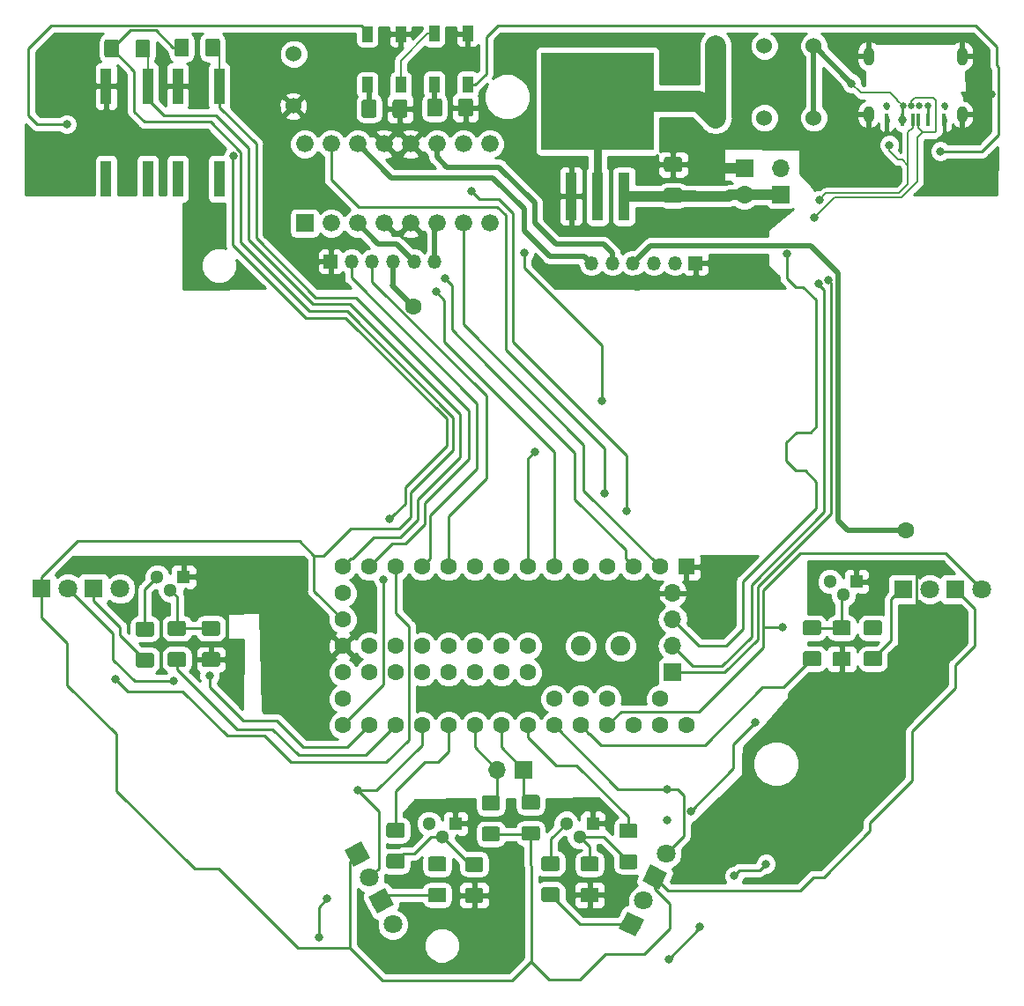
<source format=gbr>
G04 #@! TF.GenerationSoftware,KiCad,Pcbnew,(5.0.0-3-g5ebb6b6)*
G04 #@! TF.CreationDate,2020-04-03T00:44:59-07:00*
G04 #@! TF.ProjectId,mouse_v2,6D6F7573655F76322E6B696361645F70,rev?*
G04 #@! TF.SameCoordinates,Original*
G04 #@! TF.FileFunction,Copper,L1,Top,Signal*
G04 #@! TF.FilePolarity,Positive*
%FSLAX46Y46*%
G04 Gerber Fmt 4.6, Leading zero omitted, Abs format (unit mm)*
G04 Created by KiCad (PCBNEW (5.0.0-3-g5ebb6b6)) date Friday, April 03, 2020 at 12:44:59 AM*
%MOMM*%
%LPD*%
G01*
G04 APERTURE LIST*
G04 #@! TA.AperFunction,ComponentPad*
%ADD10R,1.800000X1.800000*%
G04 #@! TD*
G04 #@! TA.AperFunction,ComponentPad*
%ADD11C,1.800000*%
G04 #@! TD*
G04 #@! TA.AperFunction,Conductor*
%ADD12C,0.100000*%
G04 #@! TD*
G04 #@! TA.AperFunction,ComponentPad*
%ADD13R,1.700000X1.700000*%
G04 #@! TD*
G04 #@! TA.AperFunction,ComponentPad*
%ADD14O,1.700000X1.700000*%
G04 #@! TD*
G04 #@! TA.AperFunction,ComponentPad*
%ADD15C,1.600000*%
G04 #@! TD*
G04 #@! TA.AperFunction,ComponentPad*
%ADD16R,1.600000X1.600000*%
G04 #@! TD*
G04 #@! TA.AperFunction,ComponentPad*
%ADD17C,1.900000*%
G04 #@! TD*
G04 #@! TA.AperFunction,ComponentPad*
%ADD18R,1.676400X1.676400*%
G04 #@! TD*
G04 #@! TA.AperFunction,ComponentPad*
%ADD19C,1.676400*%
G04 #@! TD*
G04 #@! TA.AperFunction,ComponentPad*
%ADD20C,1.524000*%
G04 #@! TD*
G04 #@! TA.AperFunction,ComponentPad*
%ADD21R,1.300000X1.300000*%
G04 #@! TD*
G04 #@! TA.AperFunction,ComponentPad*
%ADD22C,1.300000*%
G04 #@! TD*
G04 #@! TA.AperFunction,SMDPad,CuDef*
%ADD23R,1.000000X1.500000*%
G04 #@! TD*
G04 #@! TA.AperFunction,ComponentPad*
%ADD24O,1.350000X1.350000*%
G04 #@! TD*
G04 #@! TA.AperFunction,ComponentPad*
%ADD25R,1.350000X1.350000*%
G04 #@! TD*
G04 #@! TA.AperFunction,SMDPad,CuDef*
%ADD26C,1.425000*%
G04 #@! TD*
G04 #@! TA.AperFunction,SMDPad,CuDef*
%ADD27R,1.100000X4.600000*%
G04 #@! TD*
G04 #@! TA.AperFunction,SMDPad,CuDef*
%ADD28R,10.800000X9.400000*%
G04 #@! TD*
G04 #@! TA.AperFunction,SMDPad,CuDef*
%ADD29R,1.000000X3.500000*%
G04 #@! TD*
G04 #@! TA.AperFunction,ComponentPad*
%ADD30O,1.000000X1.600000*%
G04 #@! TD*
G04 #@! TA.AperFunction,ComponentPad*
%ADD31C,0.650000*%
G04 #@! TD*
G04 #@! TA.AperFunction,ComponentPad*
%ADD32O,1.000000X1.800000*%
G04 #@! TD*
G04 #@! TA.AperFunction,SMDPad,CuDef*
%ADD33R,0.300000X1.200000*%
G04 #@! TD*
G04 #@! TA.AperFunction,SMDPad,CuDef*
%ADD34R,0.340000X1.200000*%
G04 #@! TD*
G04 #@! TA.AperFunction,ViaPad*
%ADD35C,0.800000*%
G04 #@! TD*
G04 #@! TA.AperFunction,ViaPad*
%ADD36C,1.600000*%
G04 #@! TD*
G04 #@! TA.AperFunction,Conductor*
%ADD37C,1.000000*%
G04 #@! TD*
G04 #@! TA.AperFunction,Conductor*
%ADD38C,0.250000*%
G04 #@! TD*
G04 #@! TA.AperFunction,Conductor*
%ADD39C,0.500000*%
G04 #@! TD*
G04 #@! TA.AperFunction,Conductor*
%ADD40C,0.130000*%
G04 #@! TD*
G04 #@! TA.AperFunction,Conductor*
%ADD41C,3.000000*%
G04 #@! TD*
G04 #@! TA.AperFunction,Conductor*
%ADD42C,0.750000*%
G04 #@! TD*
G04 #@! TA.AperFunction,Conductor*
%ADD43C,2.000000*%
G04 #@! TD*
G04 #@! TA.AperFunction,Conductor*
%ADD44C,0.254000*%
G04 #@! TD*
G04 APERTURE END LIST*
D10*
G04 #@! TO.P,Q2,1*
G04 #@! TO.N,/3.3v*
X114820189Y-109344845D03*
D11*
G04 #@! TO.P,Q2,2*
G04 #@! TO.N,/Reciever_2*
X117360189Y-109344845D03*
G04 #@! TD*
G04 #@! TO.P,D0,2*
G04 #@! TO.N,/5v*
X200164700Y-109397800D03*
D10*
G04 #@! TO.P,D0,1*
G04 #@! TO.N,Net-(D0-Pad1)*
X197624700Y-109397800D03*
G04 #@! TD*
D11*
G04 #@! TO.P,Q1,2*
G04 #@! TO.N,/Reciever_1*
X174856642Y-134785267D03*
G04 #@! TO.P,Q1,1*
G04 #@! TO.N,/3.3v*
X173723300Y-137058400D03*
D12*
G04 #@! TD*
G04 #@! TO.N,/3.3v*
G04 #@! TO.C,Q1*
G36*
X174127163Y-138265419D02*
X172516281Y-137462263D01*
X173319437Y-135851381D01*
X174930319Y-136654537D01*
X174127163Y-138265419D01*
X174127163Y-138265419D01*
G37*
D13*
G04 #@! TO.P,BT1,1*
G04 #@! TO.N,/vBatt*
X185849260Y-71445120D03*
D14*
G04 #@! TO.P,BT1,2*
G04 #@! TO.N,/GND*
X185849260Y-68905120D03*
G04 #@! TD*
D11*
G04 #@! TO.P,D1,1*
G04 #@! TO.N,Net-(D1-Pad1)*
X171500800Y-141566900D03*
D12*
G04 #@! TD*
G04 #@! TO.N,Net-(D1-Pad1)*
G04 #@! TO.C,D1*
G36*
X171904663Y-142773919D02*
X170293781Y-141970763D01*
X171096937Y-140359881D01*
X172707819Y-141163037D01*
X171904663Y-142773919D01*
X171904663Y-142773919D01*
G37*
D11*
G04 #@! TO.P,D1,2*
G04 #@! TO.N,/5v*
X172634142Y-139293767D03*
G04 #@! TD*
G04 #@! TO.P,D2,2*
G04 #@! TO.N,/5v*
X122377200Y-109334300D03*
D10*
G04 #@! TO.P,D2,1*
G04 #@! TO.N,Net-(D2-Pad1)*
X119837200Y-109334300D03*
G04 #@! TD*
D11*
G04 #@! TO.P,D3,1*
G04 #@! TO.N,Net-(D3-Pad1)*
X147447000Y-139344400D03*
D12*
G04 #@! TD*
G04 #@! TO.N,Net-(D3-Pad1)*
G04 #@! TO.C,D3*
G36*
X146239981Y-138940537D02*
X147850863Y-138137381D01*
X148654019Y-139748263D01*
X147043137Y-140551419D01*
X146239981Y-138940537D01*
X146239981Y-138940537D01*
G37*
D11*
G04 #@! TO.P,D3,2*
G04 #@! TO.N,/5v*
X148580342Y-141617533D03*
G04 #@! TD*
D10*
G04 #@! TO.P,Q0,1*
G04 #@! TO.N,/3.3v*
X202637877Y-109413445D03*
D11*
G04 #@! TO.P,Q0,2*
G04 #@! TO.N,/Reciever_0*
X205177877Y-109413445D03*
G04 #@! TD*
G04 #@! TO.P,Q3,2*
G04 #@! TO.N,/Reciever_3*
X146304000Y-137121900D03*
G04 #@! TO.P,Q3,1*
G04 #@! TO.N,/3.3v*
X145170658Y-134848767D03*
D12*
G04 #@! TD*
G04 #@! TO.N,/3.3v*
G04 #@! TO.C,Q3*
G36*
X143963639Y-134444904D02*
X145574521Y-133641748D01*
X146377677Y-135252630D01*
X144766795Y-136055786D01*
X143963639Y-134444904D01*
X143963639Y-134444904D01*
G37*
D15*
G04 #@! TO.P,U1,17*
G04 #@! TO.N,/GND*
X143764000Y-114858800D03*
G04 #@! TO.P,U1,18*
G04 #@! TO.N,Net-(U1-Pad18)*
X143764000Y-117398800D03*
G04 #@! TO.P,U1,19*
G04 #@! TO.N,Net-(U1-Pad19)*
X143764000Y-119938800D03*
G04 #@! TO.P,U1,20*
G04 #@! TO.N,/Buzzer*
X143764000Y-122478800D03*
G04 #@! TO.P,U1,16*
G04 #@! TO.N,/3.3v*
X143764000Y-112318800D03*
G04 #@! TO.P,U1,15*
G04 #@! TO.N,Net-(U1-Pad15)*
X143764000Y-109778800D03*
G04 #@! TO.P,U1,14*
G04 #@! TO.N,/PUSH_SW*
X143764000Y-107238800D03*
G04 #@! TO.P,U1,21*
G04 #@! TO.N,/Reciever_2*
X146304000Y-122478800D03*
G04 #@! TO.P,U1,22*
G04 #@! TO.N,/Emitter_2*
X148844000Y-122478800D03*
G04 #@! TO.P,U1,23*
G04 #@! TO.N,/Reciever_3*
X151384000Y-122478800D03*
G04 #@! TO.P,U1,24*
G04 #@! TO.N,/Emitter_3*
X153924000Y-122478800D03*
G04 #@! TO.P,U1,25*
G04 #@! TO.N,/i2c_SDA*
X156464000Y-122478800D03*
G04 #@! TO.P,U1,26*
G04 #@! TO.N,/i2c_SCL*
X159004000Y-122478800D03*
G04 #@! TO.P,U1,27*
G04 #@! TO.N,/Emitter_1*
X161544000Y-122478800D03*
G04 #@! TO.P,U1,28*
G04 #@! TO.N,/Reciever_1*
X164084000Y-122478800D03*
G04 #@! TO.P,U1,29*
G04 #@! TO.N,/Emitter_0*
X166624000Y-122478800D03*
G04 #@! TO.P,U1,30*
G04 #@! TO.N,/Reciever_0*
X169164000Y-122478800D03*
G04 #@! TO.P,U1,31*
G04 #@! TO.N,Net-(U1-Pad31)*
X171704000Y-122478800D03*
G04 #@! TO.P,U1,32*
G04 #@! TO.N,Net-(U1-Pad32)*
X174244000Y-122478800D03*
G04 #@! TO.P,U1,33*
G04 #@! TO.N,/5v*
X176784000Y-122478800D03*
G04 #@! TO.P,U1,34*
G04 #@! TO.N,Net-(U1-Pad34)*
X174244000Y-119938800D03*
G04 #@! TO.P,U1,35*
G04 #@! TO.N,Net-(U1-Pad35)*
X169164000Y-119938800D03*
G04 #@! TO.P,U1,36*
G04 #@! TO.N,Net-(U1-Pad36)*
X166624000Y-119938800D03*
G04 #@! TO.P,U1,37*
G04 #@! TO.N,Net-(U1-Pad37)*
X164084000Y-119938800D03*
G04 #@! TO.P,U1,13*
G04 #@! TO.N,/PUSH_SW1*
X146304000Y-107238800D03*
G04 #@! TO.P,U1,12*
G04 #@! TO.N,/RGB_DATA*
X148844000Y-107238800D03*
G04 #@! TO.P,U1,11*
G04 #@! TO.N,/M1_encoder_B*
X151384000Y-107238800D03*
G04 #@! TO.P,U1,10*
G04 #@! TO.N,/M1_encoder_A*
X153924000Y-107238800D03*
G04 #@! TO.P,U1,9*
G04 #@! TO.N,/M2_encoder_A*
X156464000Y-107238800D03*
G04 #@! TO.P,U1,8*
G04 #@! TO.N,/M2_encoder_B*
X159004000Y-107238800D03*
G04 #@! TO.P,U1,7*
G04 #@! TO.N,/M2_speed*
X161544000Y-107238800D03*
G04 #@! TO.P,U1,6*
G04 #@! TO.N,/M1_speed*
X164084000Y-107238800D03*
G04 #@! TO.P,U1,5*
G04 #@! TO.N,/M2_backward*
X166624000Y-107238800D03*
G04 #@! TO.P,U1,4*
G04 #@! TO.N,/M2_forward*
X169164000Y-107238800D03*
G04 #@! TO.P,U1,3*
G04 #@! TO.N,/M1_forward*
X171704000Y-107238800D03*
G04 #@! TO.P,U1,2*
G04 #@! TO.N,/M1_backward*
X174244000Y-107238800D03*
D16*
G04 #@! TO.P,U1,1*
G04 #@! TO.N,/GND*
X176784000Y-107238800D03*
D15*
G04 #@! TO.P,U1,38*
G04 #@! TO.N,Net-(U1-Pad38)*
X161544000Y-114858800D03*
G04 #@! TO.P,U1,39*
G04 #@! TO.N,Net-(U1-Pad39)*
X159004000Y-114858800D03*
G04 #@! TO.P,U1,40*
G04 #@! TO.N,Net-(U1-Pad40)*
X156464000Y-114858800D03*
G04 #@! TO.P,U1,41*
G04 #@! TO.N,Net-(U1-Pad41)*
X153924000Y-114858800D03*
G04 #@! TO.P,U1,42*
G04 #@! TO.N,Net-(U1-Pad42)*
X151384000Y-114858800D03*
G04 #@! TO.P,U1,43*
G04 #@! TO.N,Net-(U1-Pad43)*
X148844000Y-114858800D03*
G04 #@! TO.P,U1,44*
G04 #@! TO.N,Net-(U1-Pad44)*
X146304000Y-114858800D03*
G04 #@! TO.P,U1,45*
G04 #@! TO.N,Net-(U1-Pad45)*
X146304000Y-117398800D03*
G04 #@! TO.P,U1,46*
G04 #@! TO.N,Net-(U1-Pad46)*
X148844000Y-117398800D03*
G04 #@! TO.P,U1,47*
G04 #@! TO.N,Net-(U1-Pad47)*
X151384000Y-117398800D03*
G04 #@! TO.P,U1,48*
G04 #@! TO.N,Net-(U1-Pad48)*
X153924000Y-117398800D03*
G04 #@! TO.P,U1,49*
G04 #@! TO.N,Net-(U1-Pad49)*
X156464000Y-117398800D03*
G04 #@! TO.P,U1,50*
G04 #@! TO.N,Net-(U1-Pad50)*
X159004000Y-117398800D03*
G04 #@! TO.P,U1,51*
G04 #@! TO.N,Net-(U1-Pad51)*
X161544000Y-117398800D03*
D17*
G04 #@! TO.P,U1,52*
G04 #@! TO.N,Net-(U1-Pad52)*
X166624000Y-114858800D03*
X170434000Y-114858800D03*
G04 #@! TD*
D18*
G04 #@! TO.P,U2,1*
G04 #@! TO.N,/M1_speed*
X140098780Y-74213720D03*
D19*
G04 #@! TO.P,U2,2*
G04 #@! TO.N,/M1_forward*
X142638780Y-74213720D03*
G04 #@! TO.P,U2,3*
G04 #@! TO.N,/OUT1*
X145178780Y-74213720D03*
G04 #@! TO.P,U2,4*
G04 #@! TO.N,/GND*
X147718780Y-74213720D03*
G04 #@! TO.P,U2,5*
X150258780Y-74213720D03*
G04 #@! TO.P,U2,6*
G04 #@! TO.N,/OUT2*
X152798780Y-74213720D03*
G04 #@! TO.P,U2,7*
G04 #@! TO.N,/M1_backward*
X155338780Y-74213720D03*
G04 #@! TO.P,U2,8*
G04 #@! TO.N,/5v*
X157878780Y-74213720D03*
G04 #@! TO.P,U2,9*
G04 #@! TO.N,/M2_speed*
X157878780Y-66593720D03*
G04 #@! TO.P,U2,10*
G04 #@! TO.N,/M2_forward*
X155338780Y-66593720D03*
G04 #@! TO.P,U2,11*
G04 #@! TO.N,/OUT3*
X152798780Y-66593720D03*
G04 #@! TO.P,U2,12*
G04 #@! TO.N,/GND*
X150258780Y-66593720D03*
G04 #@! TO.P,U2,13*
X147718780Y-66593720D03*
G04 #@! TO.P,U2,14*
G04 #@! TO.N,/OUT4*
X145178780Y-66593720D03*
G04 #@! TO.P,U2,15*
G04 #@! TO.N,/M2_backward*
X142638780Y-66593720D03*
G04 #@! TO.P,U2,16*
G04 #@! TO.N,/5v*
X140098780Y-66593720D03*
G04 #@! TD*
D20*
G04 #@! TO.P,BZ1,2*
G04 #@! TO.N,/GND*
X139014200Y-62952000D03*
G04 #@! TO.P,BZ1,1*
G04 #@! TO.N,Net-(BZ1-Pad1)*
X139064200Y-57952000D03*
G04 #@! TD*
D21*
G04 #@! TO.P,T0,3*
G04 #@! TO.N,/GND*
X193113660Y-108666280D03*
D22*
G04 #@! TO.P,T0,1*
G04 #@! TO.N,Net-(R5-Pad2)*
X190573660Y-108666280D03*
G04 #@! TO.P,T0,2*
G04 #@! TO.N,Net-(R13-Pad2)*
X191843660Y-109936280D03*
G04 #@! TD*
G04 #@! TO.P,T1,2*
G04 #@! TO.N,Net-(R10-Pad1)*
X166504620Y-133167120D03*
G04 #@! TO.P,T1,1*
G04 #@! TO.N,Net-(R6-Pad2)*
X165234620Y-131897120D03*
D21*
G04 #@! TO.P,T1,3*
G04 #@! TO.N,/GND*
X167774620Y-131897120D03*
G04 #@! TD*
D22*
G04 #@! TO.P,T2,2*
G04 #@! TO.N,Net-(R11-Pad1)*
X127205740Y-109466380D03*
G04 #@! TO.P,T2,1*
G04 #@! TO.N,Net-(R7-Pad2)*
X125935740Y-108196380D03*
D21*
G04 #@! TO.P,T2,3*
G04 #@! TO.N,/GND*
X128475740Y-108196380D03*
G04 #@! TD*
G04 #@! TO.P,T3,3*
G04 #@! TO.N,/GND*
X154584400Y-131909820D03*
D22*
G04 #@! TO.P,T3,1*
G04 #@! TO.N,Net-(R8-Pad2)*
X152044400Y-131909820D03*
G04 #@! TO.P,T3,2*
G04 #@! TO.N,Net-(R12-Pad1)*
X153314400Y-133179820D03*
G04 #@! TD*
D14*
G04 #@! TO.P,J2,2*
G04 #@! TO.N,/i2c_SDA*
X158600140Y-126733300D03*
D13*
G04 #@! TO.P,J2,1*
G04 #@! TO.N,/i2c_SCL*
X161140140Y-126733300D03*
G04 #@! TD*
G04 #@! TO.P,J4,1*
G04 #@! TO.N,/GND*
X182344060Y-68955920D03*
D14*
G04 #@! TO.P,J4,2*
G04 #@! TO.N,/vBatt*
X182344060Y-71495920D03*
G04 #@! TD*
D23*
G04 #@! TO.P,D8,3*
G04 #@! TO.N,/GND*
X155752600Y-55980160D03*
G04 #@! TO.P,D8,4*
G04 #@! TO.N,Net-(D8-Pad4)*
X152552600Y-55980160D03*
G04 #@! TO.P,D8,2*
G04 #@! TO.N,Net-(D7-Pad4)*
X155752600Y-60880160D03*
G04 #@! TO.P,D8,1*
G04 #@! TO.N,/5v*
X152552600Y-60880160D03*
G04 #@! TD*
G04 #@! TO.P,D9,1*
G04 #@! TO.N,/5v*
X146131480Y-60925880D03*
G04 #@! TO.P,D9,2*
G04 #@! TO.N,Net-(D8-Pad4)*
X149331480Y-60925880D03*
G04 #@! TO.P,D9,4*
G04 #@! TO.N,Net-(D10-Pad2)*
X146131480Y-56025880D03*
G04 #@! TO.P,D9,3*
G04 #@! TO.N,/GND*
X149331480Y-56025880D03*
G04 #@! TD*
D24*
G04 #@! TO.P,U4,6*
G04 #@! TO.N,/OUT4*
X167655240Y-78038960D03*
G04 #@! TO.P,U4,5*
G04 #@! TO.N,/OUT3*
X169655240Y-78038960D03*
G04 #@! TO.P,U4,4*
G04 #@! TO.N,/5v*
X171655240Y-78038960D03*
G04 #@! TO.P,U4,3*
G04 #@! TO.N,/M2_encoder_A*
X173655240Y-78038960D03*
G04 #@! TO.P,U4,2*
G04 #@! TO.N,/M2_encoder_B*
X175655240Y-78038960D03*
D25*
G04 #@! TO.P,U4,1*
G04 #@! TO.N,/GND*
X177655240Y-78038960D03*
G04 #@! TD*
G04 #@! TO.P,U5,1*
G04 #@! TO.N,/GND*
X142595600Y-77901800D03*
D24*
G04 #@! TO.P,U5,2*
G04 #@! TO.N,/M1_encoder_B*
X144595600Y-77901800D03*
G04 #@! TO.P,U5,3*
G04 #@! TO.N,/M1_encoder_A*
X146595600Y-77901800D03*
G04 #@! TO.P,U5,4*
G04 #@! TO.N,/5v*
X148595600Y-77901800D03*
G04 #@! TO.P,U5,5*
G04 #@! TO.N,/OUT1*
X150595600Y-77901800D03*
G04 #@! TO.P,U5,6*
G04 #@! TO.N,/OUT2*
X152595600Y-77901800D03*
G04 #@! TD*
D12*
G04 #@! TO.N,/GND*
G04 #@! TO.C,C5*
G36*
X156055984Y-62222344D02*
X156080253Y-62225944D01*
X156104051Y-62231905D01*
X156127151Y-62240170D01*
X156149329Y-62250660D01*
X156170373Y-62263273D01*
X156190078Y-62277887D01*
X156208257Y-62294363D01*
X156224733Y-62312542D01*
X156239347Y-62332247D01*
X156251960Y-62353291D01*
X156262450Y-62375469D01*
X156270715Y-62398569D01*
X156276676Y-62422367D01*
X156280276Y-62446636D01*
X156281480Y-62471140D01*
X156281480Y-63721140D01*
X156280276Y-63745644D01*
X156276676Y-63769913D01*
X156270715Y-63793711D01*
X156262450Y-63816811D01*
X156251960Y-63838989D01*
X156239347Y-63860033D01*
X156224733Y-63879738D01*
X156208257Y-63897917D01*
X156190078Y-63914393D01*
X156170373Y-63929007D01*
X156149329Y-63941620D01*
X156127151Y-63952110D01*
X156104051Y-63960375D01*
X156080253Y-63966336D01*
X156055984Y-63969936D01*
X156031480Y-63971140D01*
X155106480Y-63971140D01*
X155081976Y-63969936D01*
X155057707Y-63966336D01*
X155033909Y-63960375D01*
X155010809Y-63952110D01*
X154988631Y-63941620D01*
X154967587Y-63929007D01*
X154947882Y-63914393D01*
X154929703Y-63897917D01*
X154913227Y-63879738D01*
X154898613Y-63860033D01*
X154886000Y-63838989D01*
X154875510Y-63816811D01*
X154867245Y-63793711D01*
X154861284Y-63769913D01*
X154857684Y-63745644D01*
X154856480Y-63721140D01*
X154856480Y-62471140D01*
X154857684Y-62446636D01*
X154861284Y-62422367D01*
X154867245Y-62398569D01*
X154875510Y-62375469D01*
X154886000Y-62353291D01*
X154898613Y-62332247D01*
X154913227Y-62312542D01*
X154929703Y-62294363D01*
X154947882Y-62277887D01*
X154967587Y-62263273D01*
X154988631Y-62250660D01*
X155010809Y-62240170D01*
X155033909Y-62231905D01*
X155057707Y-62225944D01*
X155081976Y-62222344D01*
X155106480Y-62221140D01*
X156031480Y-62221140D01*
X156055984Y-62222344D01*
X156055984Y-62222344D01*
G37*
D26*
G04 #@! TD*
G04 #@! TO.P,C5,2*
G04 #@! TO.N,/GND*
X155568980Y-63096140D03*
D12*
G04 #@! TO.N,/5v*
G04 #@! TO.C,C5*
G36*
X153080984Y-62222344D02*
X153105253Y-62225944D01*
X153129051Y-62231905D01*
X153152151Y-62240170D01*
X153174329Y-62250660D01*
X153195373Y-62263273D01*
X153215078Y-62277887D01*
X153233257Y-62294363D01*
X153249733Y-62312542D01*
X153264347Y-62332247D01*
X153276960Y-62353291D01*
X153287450Y-62375469D01*
X153295715Y-62398569D01*
X153301676Y-62422367D01*
X153305276Y-62446636D01*
X153306480Y-62471140D01*
X153306480Y-63721140D01*
X153305276Y-63745644D01*
X153301676Y-63769913D01*
X153295715Y-63793711D01*
X153287450Y-63816811D01*
X153276960Y-63838989D01*
X153264347Y-63860033D01*
X153249733Y-63879738D01*
X153233257Y-63897917D01*
X153215078Y-63914393D01*
X153195373Y-63929007D01*
X153174329Y-63941620D01*
X153152151Y-63952110D01*
X153129051Y-63960375D01*
X153105253Y-63966336D01*
X153080984Y-63969936D01*
X153056480Y-63971140D01*
X152131480Y-63971140D01*
X152106976Y-63969936D01*
X152082707Y-63966336D01*
X152058909Y-63960375D01*
X152035809Y-63952110D01*
X152013631Y-63941620D01*
X151992587Y-63929007D01*
X151972882Y-63914393D01*
X151954703Y-63897917D01*
X151938227Y-63879738D01*
X151923613Y-63860033D01*
X151911000Y-63838989D01*
X151900510Y-63816811D01*
X151892245Y-63793711D01*
X151886284Y-63769913D01*
X151882684Y-63745644D01*
X151881480Y-63721140D01*
X151881480Y-62471140D01*
X151882684Y-62446636D01*
X151886284Y-62422367D01*
X151892245Y-62398569D01*
X151900510Y-62375469D01*
X151911000Y-62353291D01*
X151923613Y-62332247D01*
X151938227Y-62312542D01*
X151954703Y-62294363D01*
X151972882Y-62277887D01*
X151992587Y-62263273D01*
X152013631Y-62250660D01*
X152035809Y-62240170D01*
X152058909Y-62231905D01*
X152082707Y-62225944D01*
X152106976Y-62222344D01*
X152131480Y-62221140D01*
X153056480Y-62221140D01*
X153080984Y-62222344D01*
X153080984Y-62222344D01*
G37*
D26*
G04 #@! TD*
G04 #@! TO.P,C5,1*
G04 #@! TO.N,/5v*
X152593980Y-63096140D03*
D12*
G04 #@! TO.N,/GND*
G04 #@! TO.C,C6*
G36*
X149749164Y-62329024D02*
X149773433Y-62332624D01*
X149797231Y-62338585D01*
X149820331Y-62346850D01*
X149842509Y-62357340D01*
X149863553Y-62369953D01*
X149883258Y-62384567D01*
X149901437Y-62401043D01*
X149917913Y-62419222D01*
X149932527Y-62438927D01*
X149945140Y-62459971D01*
X149955630Y-62482149D01*
X149963895Y-62505249D01*
X149969856Y-62529047D01*
X149973456Y-62553316D01*
X149974660Y-62577820D01*
X149974660Y-63827820D01*
X149973456Y-63852324D01*
X149969856Y-63876593D01*
X149963895Y-63900391D01*
X149955630Y-63923491D01*
X149945140Y-63945669D01*
X149932527Y-63966713D01*
X149917913Y-63986418D01*
X149901437Y-64004597D01*
X149883258Y-64021073D01*
X149863553Y-64035687D01*
X149842509Y-64048300D01*
X149820331Y-64058790D01*
X149797231Y-64067055D01*
X149773433Y-64073016D01*
X149749164Y-64076616D01*
X149724660Y-64077820D01*
X148799660Y-64077820D01*
X148775156Y-64076616D01*
X148750887Y-64073016D01*
X148727089Y-64067055D01*
X148703989Y-64058790D01*
X148681811Y-64048300D01*
X148660767Y-64035687D01*
X148641062Y-64021073D01*
X148622883Y-64004597D01*
X148606407Y-63986418D01*
X148591793Y-63966713D01*
X148579180Y-63945669D01*
X148568690Y-63923491D01*
X148560425Y-63900391D01*
X148554464Y-63876593D01*
X148550864Y-63852324D01*
X148549660Y-63827820D01*
X148549660Y-62577820D01*
X148550864Y-62553316D01*
X148554464Y-62529047D01*
X148560425Y-62505249D01*
X148568690Y-62482149D01*
X148579180Y-62459971D01*
X148591793Y-62438927D01*
X148606407Y-62419222D01*
X148622883Y-62401043D01*
X148641062Y-62384567D01*
X148660767Y-62369953D01*
X148681811Y-62357340D01*
X148703989Y-62346850D01*
X148727089Y-62338585D01*
X148750887Y-62332624D01*
X148775156Y-62329024D01*
X148799660Y-62327820D01*
X149724660Y-62327820D01*
X149749164Y-62329024D01*
X149749164Y-62329024D01*
G37*
D26*
G04 #@! TD*
G04 #@! TO.P,C6,2*
G04 #@! TO.N,/GND*
X149262160Y-63202820D03*
D12*
G04 #@! TO.N,/5v*
G04 #@! TO.C,C6*
G36*
X146774164Y-62329024D02*
X146798433Y-62332624D01*
X146822231Y-62338585D01*
X146845331Y-62346850D01*
X146867509Y-62357340D01*
X146888553Y-62369953D01*
X146908258Y-62384567D01*
X146926437Y-62401043D01*
X146942913Y-62419222D01*
X146957527Y-62438927D01*
X146970140Y-62459971D01*
X146980630Y-62482149D01*
X146988895Y-62505249D01*
X146994856Y-62529047D01*
X146998456Y-62553316D01*
X146999660Y-62577820D01*
X146999660Y-63827820D01*
X146998456Y-63852324D01*
X146994856Y-63876593D01*
X146988895Y-63900391D01*
X146980630Y-63923491D01*
X146970140Y-63945669D01*
X146957527Y-63966713D01*
X146942913Y-63986418D01*
X146926437Y-64004597D01*
X146908258Y-64021073D01*
X146888553Y-64035687D01*
X146867509Y-64048300D01*
X146845331Y-64058790D01*
X146822231Y-64067055D01*
X146798433Y-64073016D01*
X146774164Y-64076616D01*
X146749660Y-64077820D01*
X145824660Y-64077820D01*
X145800156Y-64076616D01*
X145775887Y-64073016D01*
X145752089Y-64067055D01*
X145728989Y-64058790D01*
X145706811Y-64048300D01*
X145685767Y-64035687D01*
X145666062Y-64021073D01*
X145647883Y-64004597D01*
X145631407Y-63986418D01*
X145616793Y-63966713D01*
X145604180Y-63945669D01*
X145593690Y-63923491D01*
X145585425Y-63900391D01*
X145579464Y-63876593D01*
X145575864Y-63852324D01*
X145574660Y-63827820D01*
X145574660Y-62577820D01*
X145575864Y-62553316D01*
X145579464Y-62529047D01*
X145585425Y-62505249D01*
X145593690Y-62482149D01*
X145604180Y-62459971D01*
X145616793Y-62438927D01*
X145631407Y-62419222D01*
X145647883Y-62401043D01*
X145666062Y-62384567D01*
X145685767Y-62369953D01*
X145706811Y-62357340D01*
X145728989Y-62346850D01*
X145752089Y-62338585D01*
X145775887Y-62332624D01*
X145800156Y-62329024D01*
X145824660Y-62327820D01*
X146749660Y-62327820D01*
X146774164Y-62329024D01*
X146774164Y-62329024D01*
G37*
D26*
G04 #@! TD*
G04 #@! TO.P,C6,1*
G04 #@! TO.N,/5v*
X146287160Y-63202820D03*
D12*
G04 #@! TO.N,/i2c_SDA*
G04 #@! TO.C,R18*
G36*
X158629884Y-129230964D02*
X158654153Y-129234564D01*
X158677951Y-129240525D01*
X158701051Y-129248790D01*
X158723229Y-129259280D01*
X158744273Y-129271893D01*
X158763978Y-129286507D01*
X158782157Y-129302983D01*
X158798633Y-129321162D01*
X158813247Y-129340867D01*
X158825860Y-129361911D01*
X158836350Y-129384089D01*
X158844615Y-129407189D01*
X158850576Y-129430987D01*
X158854176Y-129455256D01*
X158855380Y-129479760D01*
X158855380Y-130404760D01*
X158854176Y-130429264D01*
X158850576Y-130453533D01*
X158844615Y-130477331D01*
X158836350Y-130500431D01*
X158825860Y-130522609D01*
X158813247Y-130543653D01*
X158798633Y-130563358D01*
X158782157Y-130581537D01*
X158763978Y-130598013D01*
X158744273Y-130612627D01*
X158723229Y-130625240D01*
X158701051Y-130635730D01*
X158677951Y-130643995D01*
X158654153Y-130649956D01*
X158629884Y-130653556D01*
X158605380Y-130654760D01*
X157355380Y-130654760D01*
X157330876Y-130653556D01*
X157306607Y-130649956D01*
X157282809Y-130643995D01*
X157259709Y-130635730D01*
X157237531Y-130625240D01*
X157216487Y-130612627D01*
X157196782Y-130598013D01*
X157178603Y-130581537D01*
X157162127Y-130563358D01*
X157147513Y-130543653D01*
X157134900Y-130522609D01*
X157124410Y-130500431D01*
X157116145Y-130477331D01*
X157110184Y-130453533D01*
X157106584Y-130429264D01*
X157105380Y-130404760D01*
X157105380Y-129479760D01*
X157106584Y-129455256D01*
X157110184Y-129430987D01*
X157116145Y-129407189D01*
X157124410Y-129384089D01*
X157134900Y-129361911D01*
X157147513Y-129340867D01*
X157162127Y-129321162D01*
X157178603Y-129302983D01*
X157196782Y-129286507D01*
X157216487Y-129271893D01*
X157237531Y-129259280D01*
X157259709Y-129248790D01*
X157282809Y-129240525D01*
X157306607Y-129234564D01*
X157330876Y-129230964D01*
X157355380Y-129229760D01*
X158605380Y-129229760D01*
X158629884Y-129230964D01*
X158629884Y-129230964D01*
G37*
D26*
G04 #@! TD*
G04 #@! TO.P,R18,2*
G04 #@! TO.N,/i2c_SDA*
X157980380Y-129942260D03*
D12*
G04 #@! TO.N,/3.3v*
G04 #@! TO.C,R18*
G36*
X158629884Y-132205964D02*
X158654153Y-132209564D01*
X158677951Y-132215525D01*
X158701051Y-132223790D01*
X158723229Y-132234280D01*
X158744273Y-132246893D01*
X158763978Y-132261507D01*
X158782157Y-132277983D01*
X158798633Y-132296162D01*
X158813247Y-132315867D01*
X158825860Y-132336911D01*
X158836350Y-132359089D01*
X158844615Y-132382189D01*
X158850576Y-132405987D01*
X158854176Y-132430256D01*
X158855380Y-132454760D01*
X158855380Y-133379760D01*
X158854176Y-133404264D01*
X158850576Y-133428533D01*
X158844615Y-133452331D01*
X158836350Y-133475431D01*
X158825860Y-133497609D01*
X158813247Y-133518653D01*
X158798633Y-133538358D01*
X158782157Y-133556537D01*
X158763978Y-133573013D01*
X158744273Y-133587627D01*
X158723229Y-133600240D01*
X158701051Y-133610730D01*
X158677951Y-133618995D01*
X158654153Y-133624956D01*
X158629884Y-133628556D01*
X158605380Y-133629760D01*
X157355380Y-133629760D01*
X157330876Y-133628556D01*
X157306607Y-133624956D01*
X157282809Y-133618995D01*
X157259709Y-133610730D01*
X157237531Y-133600240D01*
X157216487Y-133587627D01*
X157196782Y-133573013D01*
X157178603Y-133556537D01*
X157162127Y-133538358D01*
X157147513Y-133518653D01*
X157134900Y-133497609D01*
X157124410Y-133475431D01*
X157116145Y-133452331D01*
X157110184Y-133428533D01*
X157106584Y-133404264D01*
X157105380Y-133379760D01*
X157105380Y-132454760D01*
X157106584Y-132430256D01*
X157110184Y-132405987D01*
X157116145Y-132382189D01*
X157124410Y-132359089D01*
X157134900Y-132336911D01*
X157147513Y-132315867D01*
X157162127Y-132296162D01*
X157178603Y-132277983D01*
X157196782Y-132261507D01*
X157216487Y-132246893D01*
X157237531Y-132234280D01*
X157259709Y-132223790D01*
X157282809Y-132215525D01*
X157306607Y-132209564D01*
X157330876Y-132205964D01*
X157355380Y-132204760D01*
X158605380Y-132204760D01*
X158629884Y-132205964D01*
X158629884Y-132205964D01*
G37*
D26*
G04 #@! TD*
G04 #@! TO.P,R18,1*
G04 #@! TO.N,/3.3v*
X157980380Y-132917260D03*
D12*
G04 #@! TO.N,/3.3v*
G04 #@! TO.C,R21*
G36*
X162472904Y-132145004D02*
X162497173Y-132148604D01*
X162520971Y-132154565D01*
X162544071Y-132162830D01*
X162566249Y-132173320D01*
X162587293Y-132185933D01*
X162606998Y-132200547D01*
X162625177Y-132217023D01*
X162641653Y-132235202D01*
X162656267Y-132254907D01*
X162668880Y-132275951D01*
X162679370Y-132298129D01*
X162687635Y-132321229D01*
X162693596Y-132345027D01*
X162697196Y-132369296D01*
X162698400Y-132393800D01*
X162698400Y-133318800D01*
X162697196Y-133343304D01*
X162693596Y-133367573D01*
X162687635Y-133391371D01*
X162679370Y-133414471D01*
X162668880Y-133436649D01*
X162656267Y-133457693D01*
X162641653Y-133477398D01*
X162625177Y-133495577D01*
X162606998Y-133512053D01*
X162587293Y-133526667D01*
X162566249Y-133539280D01*
X162544071Y-133549770D01*
X162520971Y-133558035D01*
X162497173Y-133563996D01*
X162472904Y-133567596D01*
X162448400Y-133568800D01*
X161198400Y-133568800D01*
X161173896Y-133567596D01*
X161149627Y-133563996D01*
X161125829Y-133558035D01*
X161102729Y-133549770D01*
X161080551Y-133539280D01*
X161059507Y-133526667D01*
X161039802Y-133512053D01*
X161021623Y-133495577D01*
X161005147Y-133477398D01*
X160990533Y-133457693D01*
X160977920Y-133436649D01*
X160967430Y-133414471D01*
X160959165Y-133391371D01*
X160953204Y-133367573D01*
X160949604Y-133343304D01*
X160948400Y-133318800D01*
X160948400Y-132393800D01*
X160949604Y-132369296D01*
X160953204Y-132345027D01*
X160959165Y-132321229D01*
X160967430Y-132298129D01*
X160977920Y-132275951D01*
X160990533Y-132254907D01*
X161005147Y-132235202D01*
X161021623Y-132217023D01*
X161039802Y-132200547D01*
X161059507Y-132185933D01*
X161080551Y-132173320D01*
X161102729Y-132162830D01*
X161125829Y-132154565D01*
X161149627Y-132148604D01*
X161173896Y-132145004D01*
X161198400Y-132143800D01*
X162448400Y-132143800D01*
X162472904Y-132145004D01*
X162472904Y-132145004D01*
G37*
D26*
G04 #@! TD*
G04 #@! TO.P,R21,1*
G04 #@! TO.N,/3.3v*
X161823400Y-132856300D03*
D12*
G04 #@! TO.N,/i2c_SCL*
G04 #@! TO.C,R21*
G36*
X162472904Y-129170004D02*
X162497173Y-129173604D01*
X162520971Y-129179565D01*
X162544071Y-129187830D01*
X162566249Y-129198320D01*
X162587293Y-129210933D01*
X162606998Y-129225547D01*
X162625177Y-129242023D01*
X162641653Y-129260202D01*
X162656267Y-129279907D01*
X162668880Y-129300951D01*
X162679370Y-129323129D01*
X162687635Y-129346229D01*
X162693596Y-129370027D01*
X162697196Y-129394296D01*
X162698400Y-129418800D01*
X162698400Y-130343800D01*
X162697196Y-130368304D01*
X162693596Y-130392573D01*
X162687635Y-130416371D01*
X162679370Y-130439471D01*
X162668880Y-130461649D01*
X162656267Y-130482693D01*
X162641653Y-130502398D01*
X162625177Y-130520577D01*
X162606998Y-130537053D01*
X162587293Y-130551667D01*
X162566249Y-130564280D01*
X162544071Y-130574770D01*
X162520971Y-130583035D01*
X162497173Y-130588996D01*
X162472904Y-130592596D01*
X162448400Y-130593800D01*
X161198400Y-130593800D01*
X161173896Y-130592596D01*
X161149627Y-130588996D01*
X161125829Y-130583035D01*
X161102729Y-130574770D01*
X161080551Y-130564280D01*
X161059507Y-130551667D01*
X161039802Y-130537053D01*
X161021623Y-130520577D01*
X161005147Y-130502398D01*
X160990533Y-130482693D01*
X160977920Y-130461649D01*
X160967430Y-130439471D01*
X160959165Y-130416371D01*
X160953204Y-130392573D01*
X160949604Y-130368304D01*
X160948400Y-130343800D01*
X160948400Y-129418800D01*
X160949604Y-129394296D01*
X160953204Y-129370027D01*
X160959165Y-129346229D01*
X160967430Y-129323129D01*
X160977920Y-129300951D01*
X160990533Y-129279907D01*
X161005147Y-129260202D01*
X161021623Y-129242023D01*
X161039802Y-129225547D01*
X161059507Y-129210933D01*
X161080551Y-129198320D01*
X161102729Y-129187830D01*
X161125829Y-129179565D01*
X161149627Y-129173604D01*
X161173896Y-129170004D01*
X161198400Y-129168800D01*
X162448400Y-129168800D01*
X162472904Y-129170004D01*
X162472904Y-129170004D01*
G37*
D26*
G04 #@! TD*
G04 #@! TO.P,R21,2*
G04 #@! TO.N,/i2c_SCL*
X161823400Y-129881300D03*
D12*
G04 #@! TO.N,/GND*
G04 #@! TO.C,C9*
G36*
X176153344Y-67854404D02*
X176177613Y-67858004D01*
X176201411Y-67863965D01*
X176224511Y-67872230D01*
X176246689Y-67882720D01*
X176267733Y-67895333D01*
X176287438Y-67909947D01*
X176305617Y-67926423D01*
X176322093Y-67944602D01*
X176336707Y-67964307D01*
X176349320Y-67985351D01*
X176359810Y-68007529D01*
X176368075Y-68030629D01*
X176374036Y-68054427D01*
X176377636Y-68078696D01*
X176378840Y-68103200D01*
X176378840Y-69028200D01*
X176377636Y-69052704D01*
X176374036Y-69076973D01*
X176368075Y-69100771D01*
X176359810Y-69123871D01*
X176349320Y-69146049D01*
X176336707Y-69167093D01*
X176322093Y-69186798D01*
X176305617Y-69204977D01*
X176287438Y-69221453D01*
X176267733Y-69236067D01*
X176246689Y-69248680D01*
X176224511Y-69259170D01*
X176201411Y-69267435D01*
X176177613Y-69273396D01*
X176153344Y-69276996D01*
X176128840Y-69278200D01*
X174878840Y-69278200D01*
X174854336Y-69276996D01*
X174830067Y-69273396D01*
X174806269Y-69267435D01*
X174783169Y-69259170D01*
X174760991Y-69248680D01*
X174739947Y-69236067D01*
X174720242Y-69221453D01*
X174702063Y-69204977D01*
X174685587Y-69186798D01*
X174670973Y-69167093D01*
X174658360Y-69146049D01*
X174647870Y-69123871D01*
X174639605Y-69100771D01*
X174633644Y-69076973D01*
X174630044Y-69052704D01*
X174628840Y-69028200D01*
X174628840Y-68103200D01*
X174630044Y-68078696D01*
X174633644Y-68054427D01*
X174639605Y-68030629D01*
X174647870Y-68007529D01*
X174658360Y-67985351D01*
X174670973Y-67964307D01*
X174685587Y-67944602D01*
X174702063Y-67926423D01*
X174720242Y-67909947D01*
X174739947Y-67895333D01*
X174760991Y-67882720D01*
X174783169Y-67872230D01*
X174806269Y-67863965D01*
X174830067Y-67858004D01*
X174854336Y-67854404D01*
X174878840Y-67853200D01*
X176128840Y-67853200D01*
X176153344Y-67854404D01*
X176153344Y-67854404D01*
G37*
D26*
G04 #@! TD*
G04 #@! TO.P,C9,2*
G04 #@! TO.N,/GND*
X175503840Y-68565700D03*
D12*
G04 #@! TO.N,/vBatt*
G04 #@! TO.C,C9*
G36*
X176153344Y-70829404D02*
X176177613Y-70833004D01*
X176201411Y-70838965D01*
X176224511Y-70847230D01*
X176246689Y-70857720D01*
X176267733Y-70870333D01*
X176287438Y-70884947D01*
X176305617Y-70901423D01*
X176322093Y-70919602D01*
X176336707Y-70939307D01*
X176349320Y-70960351D01*
X176359810Y-70982529D01*
X176368075Y-71005629D01*
X176374036Y-71029427D01*
X176377636Y-71053696D01*
X176378840Y-71078200D01*
X176378840Y-72003200D01*
X176377636Y-72027704D01*
X176374036Y-72051973D01*
X176368075Y-72075771D01*
X176359810Y-72098871D01*
X176349320Y-72121049D01*
X176336707Y-72142093D01*
X176322093Y-72161798D01*
X176305617Y-72179977D01*
X176287438Y-72196453D01*
X176267733Y-72211067D01*
X176246689Y-72223680D01*
X176224511Y-72234170D01*
X176201411Y-72242435D01*
X176177613Y-72248396D01*
X176153344Y-72251996D01*
X176128840Y-72253200D01*
X174878840Y-72253200D01*
X174854336Y-72251996D01*
X174830067Y-72248396D01*
X174806269Y-72242435D01*
X174783169Y-72234170D01*
X174760991Y-72223680D01*
X174739947Y-72211067D01*
X174720242Y-72196453D01*
X174702063Y-72179977D01*
X174685587Y-72161798D01*
X174670973Y-72142093D01*
X174658360Y-72121049D01*
X174647870Y-72098871D01*
X174639605Y-72075771D01*
X174633644Y-72051973D01*
X174630044Y-72027704D01*
X174628840Y-72003200D01*
X174628840Y-71078200D01*
X174630044Y-71053696D01*
X174633644Y-71029427D01*
X174639605Y-71005629D01*
X174647870Y-70982529D01*
X174658360Y-70960351D01*
X174670973Y-70939307D01*
X174685587Y-70919602D01*
X174702063Y-70901423D01*
X174720242Y-70884947D01*
X174739947Y-70870333D01*
X174760991Y-70857720D01*
X174783169Y-70847230D01*
X174806269Y-70838965D01*
X174830067Y-70833004D01*
X174854336Y-70829404D01*
X174878840Y-70828200D01*
X176128840Y-70828200D01*
X176153344Y-70829404D01*
X176153344Y-70829404D01*
G37*
D26*
G04 #@! TD*
G04 #@! TO.P,C9,1*
G04 #@! TO.N,/vBatt*
X175503840Y-71540700D03*
D27*
G04 #@! TO.P,U3,1*
G04 #@! TO.N,/GND*
X165696900Y-71619420D03*
G04 #@! TO.P,U3,2*
G04 #@! TO.N,Net-(C10-Pad1)*
X168236900Y-71619420D03*
G04 #@! TO.P,U3,3*
G04 #@! TO.N,/vBatt*
X170776900Y-71619420D03*
D28*
G04 #@! TO.P,U3,2*
G04 #@! TO.N,Net-(C10-Pad1)*
X168236900Y-62469420D03*
G04 #@! TD*
D12*
G04 #@! TO.N,/PUSH_SW*
G04 #@! TO.C,R17*
G36*
X125029884Y-56550524D02*
X125054153Y-56554124D01*
X125077951Y-56560085D01*
X125101051Y-56568350D01*
X125123229Y-56578840D01*
X125144273Y-56591453D01*
X125163978Y-56606067D01*
X125182157Y-56622543D01*
X125198633Y-56640722D01*
X125213247Y-56660427D01*
X125225860Y-56681471D01*
X125236350Y-56703649D01*
X125244615Y-56726749D01*
X125250576Y-56750547D01*
X125254176Y-56774816D01*
X125255380Y-56799320D01*
X125255380Y-58049320D01*
X125254176Y-58073824D01*
X125250576Y-58098093D01*
X125244615Y-58121891D01*
X125236350Y-58144991D01*
X125225860Y-58167169D01*
X125213247Y-58188213D01*
X125198633Y-58207918D01*
X125182157Y-58226097D01*
X125163978Y-58242573D01*
X125144273Y-58257187D01*
X125123229Y-58269800D01*
X125101051Y-58280290D01*
X125077951Y-58288555D01*
X125054153Y-58294516D01*
X125029884Y-58298116D01*
X125005380Y-58299320D01*
X124080380Y-58299320D01*
X124055876Y-58298116D01*
X124031607Y-58294516D01*
X124007809Y-58288555D01*
X123984709Y-58280290D01*
X123962531Y-58269800D01*
X123941487Y-58257187D01*
X123921782Y-58242573D01*
X123903603Y-58226097D01*
X123887127Y-58207918D01*
X123872513Y-58188213D01*
X123859900Y-58167169D01*
X123849410Y-58144991D01*
X123841145Y-58121891D01*
X123835184Y-58098093D01*
X123831584Y-58073824D01*
X123830380Y-58049320D01*
X123830380Y-56799320D01*
X123831584Y-56774816D01*
X123835184Y-56750547D01*
X123841145Y-56726749D01*
X123849410Y-56703649D01*
X123859900Y-56681471D01*
X123872513Y-56660427D01*
X123887127Y-56640722D01*
X123903603Y-56622543D01*
X123921782Y-56606067D01*
X123941487Y-56591453D01*
X123962531Y-56578840D01*
X123984709Y-56568350D01*
X124007809Y-56560085D01*
X124031607Y-56554124D01*
X124055876Y-56550524D01*
X124080380Y-56549320D01*
X125005380Y-56549320D01*
X125029884Y-56550524D01*
X125029884Y-56550524D01*
G37*
D26*
G04 #@! TD*
G04 #@! TO.P,R17,1*
G04 #@! TO.N,/PUSH_SW*
X124542880Y-57424320D03*
D12*
G04 #@! TO.N,/3.3v*
G04 #@! TO.C,R17*
G36*
X122054884Y-56550524D02*
X122079153Y-56554124D01*
X122102951Y-56560085D01*
X122126051Y-56568350D01*
X122148229Y-56578840D01*
X122169273Y-56591453D01*
X122188978Y-56606067D01*
X122207157Y-56622543D01*
X122223633Y-56640722D01*
X122238247Y-56660427D01*
X122250860Y-56681471D01*
X122261350Y-56703649D01*
X122269615Y-56726749D01*
X122275576Y-56750547D01*
X122279176Y-56774816D01*
X122280380Y-56799320D01*
X122280380Y-58049320D01*
X122279176Y-58073824D01*
X122275576Y-58098093D01*
X122269615Y-58121891D01*
X122261350Y-58144991D01*
X122250860Y-58167169D01*
X122238247Y-58188213D01*
X122223633Y-58207918D01*
X122207157Y-58226097D01*
X122188978Y-58242573D01*
X122169273Y-58257187D01*
X122148229Y-58269800D01*
X122126051Y-58280290D01*
X122102951Y-58288555D01*
X122079153Y-58294516D01*
X122054884Y-58298116D01*
X122030380Y-58299320D01*
X121105380Y-58299320D01*
X121080876Y-58298116D01*
X121056607Y-58294516D01*
X121032809Y-58288555D01*
X121009709Y-58280290D01*
X120987531Y-58269800D01*
X120966487Y-58257187D01*
X120946782Y-58242573D01*
X120928603Y-58226097D01*
X120912127Y-58207918D01*
X120897513Y-58188213D01*
X120884900Y-58167169D01*
X120874410Y-58144991D01*
X120866145Y-58121891D01*
X120860184Y-58098093D01*
X120856584Y-58073824D01*
X120855380Y-58049320D01*
X120855380Y-56799320D01*
X120856584Y-56774816D01*
X120860184Y-56750547D01*
X120866145Y-56726749D01*
X120874410Y-56703649D01*
X120884900Y-56681471D01*
X120897513Y-56660427D01*
X120912127Y-56640722D01*
X120928603Y-56622543D01*
X120946782Y-56606067D01*
X120966487Y-56591453D01*
X120987531Y-56578840D01*
X121009709Y-56568350D01*
X121032809Y-56560085D01*
X121056607Y-56554124D01*
X121080876Y-56550524D01*
X121105380Y-56549320D01*
X122030380Y-56549320D01*
X122054884Y-56550524D01*
X122054884Y-56550524D01*
G37*
D26*
G04 #@! TD*
G04 #@! TO.P,R17,2*
G04 #@! TO.N,/3.3v*
X121567880Y-57424320D03*
D12*
G04 #@! TO.N,/3.3v*
G04 #@! TO.C,R19*
G36*
X128768104Y-56454004D02*
X128792373Y-56457604D01*
X128816171Y-56463565D01*
X128839271Y-56471830D01*
X128861449Y-56482320D01*
X128882493Y-56494933D01*
X128902198Y-56509547D01*
X128920377Y-56526023D01*
X128936853Y-56544202D01*
X128951467Y-56563907D01*
X128964080Y-56584951D01*
X128974570Y-56607129D01*
X128982835Y-56630229D01*
X128988796Y-56654027D01*
X128992396Y-56678296D01*
X128993600Y-56702800D01*
X128993600Y-57952800D01*
X128992396Y-57977304D01*
X128988796Y-58001573D01*
X128982835Y-58025371D01*
X128974570Y-58048471D01*
X128964080Y-58070649D01*
X128951467Y-58091693D01*
X128936853Y-58111398D01*
X128920377Y-58129577D01*
X128902198Y-58146053D01*
X128882493Y-58160667D01*
X128861449Y-58173280D01*
X128839271Y-58183770D01*
X128816171Y-58192035D01*
X128792373Y-58197996D01*
X128768104Y-58201596D01*
X128743600Y-58202800D01*
X127818600Y-58202800D01*
X127794096Y-58201596D01*
X127769827Y-58197996D01*
X127746029Y-58192035D01*
X127722929Y-58183770D01*
X127700751Y-58173280D01*
X127679707Y-58160667D01*
X127660002Y-58146053D01*
X127641823Y-58129577D01*
X127625347Y-58111398D01*
X127610733Y-58091693D01*
X127598120Y-58070649D01*
X127587630Y-58048471D01*
X127579365Y-58025371D01*
X127573404Y-58001573D01*
X127569804Y-57977304D01*
X127568600Y-57952800D01*
X127568600Y-56702800D01*
X127569804Y-56678296D01*
X127573404Y-56654027D01*
X127579365Y-56630229D01*
X127587630Y-56607129D01*
X127598120Y-56584951D01*
X127610733Y-56563907D01*
X127625347Y-56544202D01*
X127641823Y-56526023D01*
X127660002Y-56509547D01*
X127679707Y-56494933D01*
X127700751Y-56482320D01*
X127722929Y-56471830D01*
X127746029Y-56463565D01*
X127769827Y-56457604D01*
X127794096Y-56454004D01*
X127818600Y-56452800D01*
X128743600Y-56452800D01*
X128768104Y-56454004D01*
X128768104Y-56454004D01*
G37*
D26*
G04 #@! TD*
G04 #@! TO.P,R19,2*
G04 #@! TO.N,/3.3v*
X128281100Y-57327800D03*
D12*
G04 #@! TO.N,/PUSH_SW1*
G04 #@! TO.C,R19*
G36*
X131743104Y-56454004D02*
X131767373Y-56457604D01*
X131791171Y-56463565D01*
X131814271Y-56471830D01*
X131836449Y-56482320D01*
X131857493Y-56494933D01*
X131877198Y-56509547D01*
X131895377Y-56526023D01*
X131911853Y-56544202D01*
X131926467Y-56563907D01*
X131939080Y-56584951D01*
X131949570Y-56607129D01*
X131957835Y-56630229D01*
X131963796Y-56654027D01*
X131967396Y-56678296D01*
X131968600Y-56702800D01*
X131968600Y-57952800D01*
X131967396Y-57977304D01*
X131963796Y-58001573D01*
X131957835Y-58025371D01*
X131949570Y-58048471D01*
X131939080Y-58070649D01*
X131926467Y-58091693D01*
X131911853Y-58111398D01*
X131895377Y-58129577D01*
X131877198Y-58146053D01*
X131857493Y-58160667D01*
X131836449Y-58173280D01*
X131814271Y-58183770D01*
X131791171Y-58192035D01*
X131767373Y-58197996D01*
X131743104Y-58201596D01*
X131718600Y-58202800D01*
X130793600Y-58202800D01*
X130769096Y-58201596D01*
X130744827Y-58197996D01*
X130721029Y-58192035D01*
X130697929Y-58183770D01*
X130675751Y-58173280D01*
X130654707Y-58160667D01*
X130635002Y-58146053D01*
X130616823Y-58129577D01*
X130600347Y-58111398D01*
X130585733Y-58091693D01*
X130573120Y-58070649D01*
X130562630Y-58048471D01*
X130554365Y-58025371D01*
X130548404Y-58001573D01*
X130544804Y-57977304D01*
X130543600Y-57952800D01*
X130543600Y-56702800D01*
X130544804Y-56678296D01*
X130548404Y-56654027D01*
X130554365Y-56630229D01*
X130562630Y-56607129D01*
X130573120Y-56584951D01*
X130585733Y-56563907D01*
X130600347Y-56544202D01*
X130616823Y-56526023D01*
X130635002Y-56509547D01*
X130654707Y-56494933D01*
X130675751Y-56482320D01*
X130697929Y-56471830D01*
X130721029Y-56463565D01*
X130744827Y-56457604D01*
X130769096Y-56454004D01*
X130793600Y-56452800D01*
X131718600Y-56452800D01*
X131743104Y-56454004D01*
X131743104Y-56454004D01*
G37*
D26*
G04 #@! TD*
G04 #@! TO.P,R19,1*
G04 #@! TO.N,/PUSH_SW1*
X131256100Y-57327800D03*
D29*
G04 #@! TO.P,SW1,2*
G04 #@! TO.N,/GND*
X121032520Y-61038820D03*
G04 #@! TO.P,SW1,3*
G04 #@! TO.N,Net-(SW1-Pad3)*
X125032520Y-69938820D03*
G04 #@! TO.P,SW1,1*
G04 #@! TO.N,Net-(SW1-Pad1)*
X121032520Y-69938820D03*
G04 #@! TO.P,SW1,4*
G04 #@! TO.N,/PUSH_SW*
X125032520Y-61038820D03*
G04 #@! TD*
G04 #@! TO.P,SW2,4*
G04 #@! TO.N,/PUSH_SW1*
X131895600Y-61056600D03*
G04 #@! TO.P,SW2,1*
G04 #@! TO.N,Net-(SW2-Pad1)*
X127895600Y-69956600D03*
G04 #@! TO.P,SW2,3*
G04 #@! TO.N,Net-(SW2-Pad3)*
X131895600Y-69956600D03*
G04 #@! TO.P,SW2,2*
G04 #@! TO.N,/GND*
X127895600Y-61056600D03*
G04 #@! TD*
D12*
G04 #@! TO.N,Net-(D0-Pad1)*
G04 #@! TO.C,R5*
G36*
X195337964Y-115360684D02*
X195362233Y-115364284D01*
X195386031Y-115370245D01*
X195409131Y-115378510D01*
X195431309Y-115389000D01*
X195452353Y-115401613D01*
X195472058Y-115416227D01*
X195490237Y-115432703D01*
X195506713Y-115450882D01*
X195521327Y-115470587D01*
X195533940Y-115491631D01*
X195544430Y-115513809D01*
X195552695Y-115536909D01*
X195558656Y-115560707D01*
X195562256Y-115584976D01*
X195563460Y-115609480D01*
X195563460Y-116534480D01*
X195562256Y-116558984D01*
X195558656Y-116583253D01*
X195552695Y-116607051D01*
X195544430Y-116630151D01*
X195533940Y-116652329D01*
X195521327Y-116673373D01*
X195506713Y-116693078D01*
X195490237Y-116711257D01*
X195472058Y-116727733D01*
X195452353Y-116742347D01*
X195431309Y-116754960D01*
X195409131Y-116765450D01*
X195386031Y-116773715D01*
X195362233Y-116779676D01*
X195337964Y-116783276D01*
X195313460Y-116784480D01*
X194063460Y-116784480D01*
X194038956Y-116783276D01*
X194014687Y-116779676D01*
X193990889Y-116773715D01*
X193967789Y-116765450D01*
X193945611Y-116754960D01*
X193924567Y-116742347D01*
X193904862Y-116727733D01*
X193886683Y-116711257D01*
X193870207Y-116693078D01*
X193855593Y-116673373D01*
X193842980Y-116652329D01*
X193832490Y-116630151D01*
X193824225Y-116607051D01*
X193818264Y-116583253D01*
X193814664Y-116558984D01*
X193813460Y-116534480D01*
X193813460Y-115609480D01*
X193814664Y-115584976D01*
X193818264Y-115560707D01*
X193824225Y-115536909D01*
X193832490Y-115513809D01*
X193842980Y-115491631D01*
X193855593Y-115470587D01*
X193870207Y-115450882D01*
X193886683Y-115432703D01*
X193904862Y-115416227D01*
X193924567Y-115401613D01*
X193945611Y-115389000D01*
X193967789Y-115378510D01*
X193990889Y-115370245D01*
X194014687Y-115364284D01*
X194038956Y-115360684D01*
X194063460Y-115359480D01*
X195313460Y-115359480D01*
X195337964Y-115360684D01*
X195337964Y-115360684D01*
G37*
D26*
G04 #@! TD*
G04 #@! TO.P,R5,1*
G04 #@! TO.N,Net-(D0-Pad1)*
X194688460Y-116071980D03*
D12*
G04 #@! TO.N,Net-(R5-Pad2)*
G04 #@! TO.C,R5*
G36*
X195337964Y-112385684D02*
X195362233Y-112389284D01*
X195386031Y-112395245D01*
X195409131Y-112403510D01*
X195431309Y-112414000D01*
X195452353Y-112426613D01*
X195472058Y-112441227D01*
X195490237Y-112457703D01*
X195506713Y-112475882D01*
X195521327Y-112495587D01*
X195533940Y-112516631D01*
X195544430Y-112538809D01*
X195552695Y-112561909D01*
X195558656Y-112585707D01*
X195562256Y-112609976D01*
X195563460Y-112634480D01*
X195563460Y-113559480D01*
X195562256Y-113583984D01*
X195558656Y-113608253D01*
X195552695Y-113632051D01*
X195544430Y-113655151D01*
X195533940Y-113677329D01*
X195521327Y-113698373D01*
X195506713Y-113718078D01*
X195490237Y-113736257D01*
X195472058Y-113752733D01*
X195452353Y-113767347D01*
X195431309Y-113779960D01*
X195409131Y-113790450D01*
X195386031Y-113798715D01*
X195362233Y-113804676D01*
X195337964Y-113808276D01*
X195313460Y-113809480D01*
X194063460Y-113809480D01*
X194038956Y-113808276D01*
X194014687Y-113804676D01*
X193990889Y-113798715D01*
X193967789Y-113790450D01*
X193945611Y-113779960D01*
X193924567Y-113767347D01*
X193904862Y-113752733D01*
X193886683Y-113736257D01*
X193870207Y-113718078D01*
X193855593Y-113698373D01*
X193842980Y-113677329D01*
X193832490Y-113655151D01*
X193824225Y-113632051D01*
X193818264Y-113608253D01*
X193814664Y-113583984D01*
X193813460Y-113559480D01*
X193813460Y-112634480D01*
X193814664Y-112609976D01*
X193818264Y-112585707D01*
X193824225Y-112561909D01*
X193832490Y-112538809D01*
X193842980Y-112516631D01*
X193855593Y-112495587D01*
X193870207Y-112475882D01*
X193886683Y-112457703D01*
X193904862Y-112441227D01*
X193924567Y-112426613D01*
X193945611Y-112414000D01*
X193967789Y-112403510D01*
X193990889Y-112395245D01*
X194014687Y-112389284D01*
X194038956Y-112385684D01*
X194063460Y-112384480D01*
X195313460Y-112384480D01*
X195337964Y-112385684D01*
X195337964Y-112385684D01*
G37*
D26*
G04 #@! TD*
G04 #@! TO.P,R5,2*
G04 #@! TO.N,Net-(R5-Pad2)*
X194688460Y-113096980D03*
D12*
G04 #@! TO.N,Net-(D1-Pad1)*
G04 #@! TO.C,R6*
G36*
X164362664Y-138032724D02*
X164386933Y-138036324D01*
X164410731Y-138042285D01*
X164433831Y-138050550D01*
X164456009Y-138061040D01*
X164477053Y-138073653D01*
X164496758Y-138088267D01*
X164514937Y-138104743D01*
X164531413Y-138122922D01*
X164546027Y-138142627D01*
X164558640Y-138163671D01*
X164569130Y-138185849D01*
X164577395Y-138208949D01*
X164583356Y-138232747D01*
X164586956Y-138257016D01*
X164588160Y-138281520D01*
X164588160Y-139206520D01*
X164586956Y-139231024D01*
X164583356Y-139255293D01*
X164577395Y-139279091D01*
X164569130Y-139302191D01*
X164558640Y-139324369D01*
X164546027Y-139345413D01*
X164531413Y-139365118D01*
X164514937Y-139383297D01*
X164496758Y-139399773D01*
X164477053Y-139414387D01*
X164456009Y-139427000D01*
X164433831Y-139437490D01*
X164410731Y-139445755D01*
X164386933Y-139451716D01*
X164362664Y-139455316D01*
X164338160Y-139456520D01*
X163088160Y-139456520D01*
X163063656Y-139455316D01*
X163039387Y-139451716D01*
X163015589Y-139445755D01*
X162992489Y-139437490D01*
X162970311Y-139427000D01*
X162949267Y-139414387D01*
X162929562Y-139399773D01*
X162911383Y-139383297D01*
X162894907Y-139365118D01*
X162880293Y-139345413D01*
X162867680Y-139324369D01*
X162857190Y-139302191D01*
X162848925Y-139279091D01*
X162842964Y-139255293D01*
X162839364Y-139231024D01*
X162838160Y-139206520D01*
X162838160Y-138281520D01*
X162839364Y-138257016D01*
X162842964Y-138232747D01*
X162848925Y-138208949D01*
X162857190Y-138185849D01*
X162867680Y-138163671D01*
X162880293Y-138142627D01*
X162894907Y-138122922D01*
X162911383Y-138104743D01*
X162929562Y-138088267D01*
X162949267Y-138073653D01*
X162970311Y-138061040D01*
X162992489Y-138050550D01*
X163015589Y-138042285D01*
X163039387Y-138036324D01*
X163063656Y-138032724D01*
X163088160Y-138031520D01*
X164338160Y-138031520D01*
X164362664Y-138032724D01*
X164362664Y-138032724D01*
G37*
D26*
G04 #@! TD*
G04 #@! TO.P,R6,1*
G04 #@! TO.N,Net-(D1-Pad1)*
X163713160Y-138744020D03*
D12*
G04 #@! TO.N,Net-(R6-Pad2)*
G04 #@! TO.C,R6*
G36*
X164362664Y-135057724D02*
X164386933Y-135061324D01*
X164410731Y-135067285D01*
X164433831Y-135075550D01*
X164456009Y-135086040D01*
X164477053Y-135098653D01*
X164496758Y-135113267D01*
X164514937Y-135129743D01*
X164531413Y-135147922D01*
X164546027Y-135167627D01*
X164558640Y-135188671D01*
X164569130Y-135210849D01*
X164577395Y-135233949D01*
X164583356Y-135257747D01*
X164586956Y-135282016D01*
X164588160Y-135306520D01*
X164588160Y-136231520D01*
X164586956Y-136256024D01*
X164583356Y-136280293D01*
X164577395Y-136304091D01*
X164569130Y-136327191D01*
X164558640Y-136349369D01*
X164546027Y-136370413D01*
X164531413Y-136390118D01*
X164514937Y-136408297D01*
X164496758Y-136424773D01*
X164477053Y-136439387D01*
X164456009Y-136452000D01*
X164433831Y-136462490D01*
X164410731Y-136470755D01*
X164386933Y-136476716D01*
X164362664Y-136480316D01*
X164338160Y-136481520D01*
X163088160Y-136481520D01*
X163063656Y-136480316D01*
X163039387Y-136476716D01*
X163015589Y-136470755D01*
X162992489Y-136462490D01*
X162970311Y-136452000D01*
X162949267Y-136439387D01*
X162929562Y-136424773D01*
X162911383Y-136408297D01*
X162894907Y-136390118D01*
X162880293Y-136370413D01*
X162867680Y-136349369D01*
X162857190Y-136327191D01*
X162848925Y-136304091D01*
X162842964Y-136280293D01*
X162839364Y-136256024D01*
X162838160Y-136231520D01*
X162838160Y-135306520D01*
X162839364Y-135282016D01*
X162842964Y-135257747D01*
X162848925Y-135233949D01*
X162857190Y-135210849D01*
X162867680Y-135188671D01*
X162880293Y-135167627D01*
X162894907Y-135147922D01*
X162911383Y-135129743D01*
X162929562Y-135113267D01*
X162949267Y-135098653D01*
X162970311Y-135086040D01*
X162992489Y-135075550D01*
X163015589Y-135067285D01*
X163039387Y-135061324D01*
X163063656Y-135057724D01*
X163088160Y-135056520D01*
X164338160Y-135056520D01*
X164362664Y-135057724D01*
X164362664Y-135057724D01*
G37*
D26*
G04 #@! TD*
G04 #@! TO.P,R6,2*
G04 #@! TO.N,Net-(R6-Pad2)*
X163713160Y-135769020D03*
D12*
G04 #@! TO.N,Net-(R7-Pad2)*
G04 #@! TO.C,R7*
G36*
X125406684Y-112520304D02*
X125430953Y-112523904D01*
X125454751Y-112529865D01*
X125477851Y-112538130D01*
X125500029Y-112548620D01*
X125521073Y-112561233D01*
X125540778Y-112575847D01*
X125558957Y-112592323D01*
X125575433Y-112610502D01*
X125590047Y-112630207D01*
X125602660Y-112651251D01*
X125613150Y-112673429D01*
X125621415Y-112696529D01*
X125627376Y-112720327D01*
X125630976Y-112744596D01*
X125632180Y-112769100D01*
X125632180Y-113694100D01*
X125630976Y-113718604D01*
X125627376Y-113742873D01*
X125621415Y-113766671D01*
X125613150Y-113789771D01*
X125602660Y-113811949D01*
X125590047Y-113832993D01*
X125575433Y-113852698D01*
X125558957Y-113870877D01*
X125540778Y-113887353D01*
X125521073Y-113901967D01*
X125500029Y-113914580D01*
X125477851Y-113925070D01*
X125454751Y-113933335D01*
X125430953Y-113939296D01*
X125406684Y-113942896D01*
X125382180Y-113944100D01*
X124132180Y-113944100D01*
X124107676Y-113942896D01*
X124083407Y-113939296D01*
X124059609Y-113933335D01*
X124036509Y-113925070D01*
X124014331Y-113914580D01*
X123993287Y-113901967D01*
X123973582Y-113887353D01*
X123955403Y-113870877D01*
X123938927Y-113852698D01*
X123924313Y-113832993D01*
X123911700Y-113811949D01*
X123901210Y-113789771D01*
X123892945Y-113766671D01*
X123886984Y-113742873D01*
X123883384Y-113718604D01*
X123882180Y-113694100D01*
X123882180Y-112769100D01*
X123883384Y-112744596D01*
X123886984Y-112720327D01*
X123892945Y-112696529D01*
X123901210Y-112673429D01*
X123911700Y-112651251D01*
X123924313Y-112630207D01*
X123938927Y-112610502D01*
X123955403Y-112592323D01*
X123973582Y-112575847D01*
X123993287Y-112561233D01*
X124014331Y-112548620D01*
X124036509Y-112538130D01*
X124059609Y-112529865D01*
X124083407Y-112523904D01*
X124107676Y-112520304D01*
X124132180Y-112519100D01*
X125382180Y-112519100D01*
X125406684Y-112520304D01*
X125406684Y-112520304D01*
G37*
D26*
G04 #@! TD*
G04 #@! TO.P,R7,2*
G04 #@! TO.N,Net-(R7-Pad2)*
X124757180Y-113231600D03*
D12*
G04 #@! TO.N,Net-(D2-Pad1)*
G04 #@! TO.C,R7*
G36*
X125406684Y-115495304D02*
X125430953Y-115498904D01*
X125454751Y-115504865D01*
X125477851Y-115513130D01*
X125500029Y-115523620D01*
X125521073Y-115536233D01*
X125540778Y-115550847D01*
X125558957Y-115567323D01*
X125575433Y-115585502D01*
X125590047Y-115605207D01*
X125602660Y-115626251D01*
X125613150Y-115648429D01*
X125621415Y-115671529D01*
X125627376Y-115695327D01*
X125630976Y-115719596D01*
X125632180Y-115744100D01*
X125632180Y-116669100D01*
X125630976Y-116693604D01*
X125627376Y-116717873D01*
X125621415Y-116741671D01*
X125613150Y-116764771D01*
X125602660Y-116786949D01*
X125590047Y-116807993D01*
X125575433Y-116827698D01*
X125558957Y-116845877D01*
X125540778Y-116862353D01*
X125521073Y-116876967D01*
X125500029Y-116889580D01*
X125477851Y-116900070D01*
X125454751Y-116908335D01*
X125430953Y-116914296D01*
X125406684Y-116917896D01*
X125382180Y-116919100D01*
X124132180Y-116919100D01*
X124107676Y-116917896D01*
X124083407Y-116914296D01*
X124059609Y-116908335D01*
X124036509Y-116900070D01*
X124014331Y-116889580D01*
X123993287Y-116876967D01*
X123973582Y-116862353D01*
X123955403Y-116845877D01*
X123938927Y-116827698D01*
X123924313Y-116807993D01*
X123911700Y-116786949D01*
X123901210Y-116764771D01*
X123892945Y-116741671D01*
X123886984Y-116717873D01*
X123883384Y-116693604D01*
X123882180Y-116669100D01*
X123882180Y-115744100D01*
X123883384Y-115719596D01*
X123886984Y-115695327D01*
X123892945Y-115671529D01*
X123901210Y-115648429D01*
X123911700Y-115626251D01*
X123924313Y-115605207D01*
X123938927Y-115585502D01*
X123955403Y-115567323D01*
X123973582Y-115550847D01*
X123993287Y-115536233D01*
X124014331Y-115523620D01*
X124036509Y-115513130D01*
X124059609Y-115504865D01*
X124083407Y-115498904D01*
X124107676Y-115495304D01*
X124132180Y-115494100D01*
X125382180Y-115494100D01*
X125406684Y-115495304D01*
X125406684Y-115495304D01*
G37*
D26*
G04 #@! TD*
G04 #@! TO.P,R7,1*
G04 #@! TO.N,Net-(D2-Pad1)*
X124757180Y-116206600D03*
D12*
G04 #@! TO.N,Net-(R8-Pad2)*
G04 #@! TO.C,R8*
G36*
X153483844Y-135093284D02*
X153508113Y-135096884D01*
X153531911Y-135102845D01*
X153555011Y-135111110D01*
X153577189Y-135121600D01*
X153598233Y-135134213D01*
X153617938Y-135148827D01*
X153636117Y-135165303D01*
X153652593Y-135183482D01*
X153667207Y-135203187D01*
X153679820Y-135224231D01*
X153690310Y-135246409D01*
X153698575Y-135269509D01*
X153704536Y-135293307D01*
X153708136Y-135317576D01*
X153709340Y-135342080D01*
X153709340Y-136267080D01*
X153708136Y-136291584D01*
X153704536Y-136315853D01*
X153698575Y-136339651D01*
X153690310Y-136362751D01*
X153679820Y-136384929D01*
X153667207Y-136405973D01*
X153652593Y-136425678D01*
X153636117Y-136443857D01*
X153617938Y-136460333D01*
X153598233Y-136474947D01*
X153577189Y-136487560D01*
X153555011Y-136498050D01*
X153531911Y-136506315D01*
X153508113Y-136512276D01*
X153483844Y-136515876D01*
X153459340Y-136517080D01*
X152209340Y-136517080D01*
X152184836Y-136515876D01*
X152160567Y-136512276D01*
X152136769Y-136506315D01*
X152113669Y-136498050D01*
X152091491Y-136487560D01*
X152070447Y-136474947D01*
X152050742Y-136460333D01*
X152032563Y-136443857D01*
X152016087Y-136425678D01*
X152001473Y-136405973D01*
X151988860Y-136384929D01*
X151978370Y-136362751D01*
X151970105Y-136339651D01*
X151964144Y-136315853D01*
X151960544Y-136291584D01*
X151959340Y-136267080D01*
X151959340Y-135342080D01*
X151960544Y-135317576D01*
X151964144Y-135293307D01*
X151970105Y-135269509D01*
X151978370Y-135246409D01*
X151988860Y-135224231D01*
X152001473Y-135203187D01*
X152016087Y-135183482D01*
X152032563Y-135165303D01*
X152050742Y-135148827D01*
X152070447Y-135134213D01*
X152091491Y-135121600D01*
X152113669Y-135111110D01*
X152136769Y-135102845D01*
X152160567Y-135096884D01*
X152184836Y-135093284D01*
X152209340Y-135092080D01*
X153459340Y-135092080D01*
X153483844Y-135093284D01*
X153483844Y-135093284D01*
G37*
D26*
G04 #@! TD*
G04 #@! TO.P,R8,2*
G04 #@! TO.N,Net-(R8-Pad2)*
X152834340Y-135804580D03*
D12*
G04 #@! TO.N,Net-(D3-Pad1)*
G04 #@! TO.C,R8*
G36*
X153483844Y-138068284D02*
X153508113Y-138071884D01*
X153531911Y-138077845D01*
X153555011Y-138086110D01*
X153577189Y-138096600D01*
X153598233Y-138109213D01*
X153617938Y-138123827D01*
X153636117Y-138140303D01*
X153652593Y-138158482D01*
X153667207Y-138178187D01*
X153679820Y-138199231D01*
X153690310Y-138221409D01*
X153698575Y-138244509D01*
X153704536Y-138268307D01*
X153708136Y-138292576D01*
X153709340Y-138317080D01*
X153709340Y-139242080D01*
X153708136Y-139266584D01*
X153704536Y-139290853D01*
X153698575Y-139314651D01*
X153690310Y-139337751D01*
X153679820Y-139359929D01*
X153667207Y-139380973D01*
X153652593Y-139400678D01*
X153636117Y-139418857D01*
X153617938Y-139435333D01*
X153598233Y-139449947D01*
X153577189Y-139462560D01*
X153555011Y-139473050D01*
X153531911Y-139481315D01*
X153508113Y-139487276D01*
X153483844Y-139490876D01*
X153459340Y-139492080D01*
X152209340Y-139492080D01*
X152184836Y-139490876D01*
X152160567Y-139487276D01*
X152136769Y-139481315D01*
X152113669Y-139473050D01*
X152091491Y-139462560D01*
X152070447Y-139449947D01*
X152050742Y-139435333D01*
X152032563Y-139418857D01*
X152016087Y-139400678D01*
X152001473Y-139380973D01*
X151988860Y-139359929D01*
X151978370Y-139337751D01*
X151970105Y-139314651D01*
X151964144Y-139290853D01*
X151960544Y-139266584D01*
X151959340Y-139242080D01*
X151959340Y-138317080D01*
X151960544Y-138292576D01*
X151964144Y-138268307D01*
X151970105Y-138244509D01*
X151978370Y-138221409D01*
X151988860Y-138199231D01*
X152001473Y-138178187D01*
X152016087Y-138158482D01*
X152032563Y-138140303D01*
X152050742Y-138123827D01*
X152070447Y-138109213D01*
X152091491Y-138096600D01*
X152113669Y-138086110D01*
X152136769Y-138077845D01*
X152160567Y-138071884D01*
X152184836Y-138068284D01*
X152209340Y-138067080D01*
X153459340Y-138067080D01*
X153483844Y-138068284D01*
X153483844Y-138068284D01*
G37*
D26*
G04 #@! TD*
G04 #@! TO.P,R8,1*
G04 #@! TO.N,Net-(D3-Pad1)*
X152834340Y-138779580D03*
D12*
G04 #@! TO.N,/Emitter_0*
G04 #@! TO.C,R9*
G36*
X189495964Y-115355604D02*
X189520233Y-115359204D01*
X189544031Y-115365165D01*
X189567131Y-115373430D01*
X189589309Y-115383920D01*
X189610353Y-115396533D01*
X189630058Y-115411147D01*
X189648237Y-115427623D01*
X189664713Y-115445802D01*
X189679327Y-115465507D01*
X189691940Y-115486551D01*
X189702430Y-115508729D01*
X189710695Y-115531829D01*
X189716656Y-115555627D01*
X189720256Y-115579896D01*
X189721460Y-115604400D01*
X189721460Y-116529400D01*
X189720256Y-116553904D01*
X189716656Y-116578173D01*
X189710695Y-116601971D01*
X189702430Y-116625071D01*
X189691940Y-116647249D01*
X189679327Y-116668293D01*
X189664713Y-116687998D01*
X189648237Y-116706177D01*
X189630058Y-116722653D01*
X189610353Y-116737267D01*
X189589309Y-116749880D01*
X189567131Y-116760370D01*
X189544031Y-116768635D01*
X189520233Y-116774596D01*
X189495964Y-116778196D01*
X189471460Y-116779400D01*
X188221460Y-116779400D01*
X188196956Y-116778196D01*
X188172687Y-116774596D01*
X188148889Y-116768635D01*
X188125789Y-116760370D01*
X188103611Y-116749880D01*
X188082567Y-116737267D01*
X188062862Y-116722653D01*
X188044683Y-116706177D01*
X188028207Y-116687998D01*
X188013593Y-116668293D01*
X188000980Y-116647249D01*
X187990490Y-116625071D01*
X187982225Y-116601971D01*
X187976264Y-116578173D01*
X187972664Y-116553904D01*
X187971460Y-116529400D01*
X187971460Y-115604400D01*
X187972664Y-115579896D01*
X187976264Y-115555627D01*
X187982225Y-115531829D01*
X187990490Y-115508729D01*
X188000980Y-115486551D01*
X188013593Y-115465507D01*
X188028207Y-115445802D01*
X188044683Y-115427623D01*
X188062862Y-115411147D01*
X188082567Y-115396533D01*
X188103611Y-115383920D01*
X188125789Y-115373430D01*
X188148889Y-115365165D01*
X188172687Y-115359204D01*
X188196956Y-115355604D01*
X188221460Y-115354400D01*
X189471460Y-115354400D01*
X189495964Y-115355604D01*
X189495964Y-115355604D01*
G37*
D26*
G04 #@! TD*
G04 #@! TO.P,R9,2*
G04 #@! TO.N,/Emitter_0*
X188846460Y-116066900D03*
D12*
G04 #@! TO.N,Net-(R13-Pad2)*
G04 #@! TO.C,R9*
G36*
X189495964Y-112380604D02*
X189520233Y-112384204D01*
X189544031Y-112390165D01*
X189567131Y-112398430D01*
X189589309Y-112408920D01*
X189610353Y-112421533D01*
X189630058Y-112436147D01*
X189648237Y-112452623D01*
X189664713Y-112470802D01*
X189679327Y-112490507D01*
X189691940Y-112511551D01*
X189702430Y-112533729D01*
X189710695Y-112556829D01*
X189716656Y-112580627D01*
X189720256Y-112604896D01*
X189721460Y-112629400D01*
X189721460Y-113554400D01*
X189720256Y-113578904D01*
X189716656Y-113603173D01*
X189710695Y-113626971D01*
X189702430Y-113650071D01*
X189691940Y-113672249D01*
X189679327Y-113693293D01*
X189664713Y-113712998D01*
X189648237Y-113731177D01*
X189630058Y-113747653D01*
X189610353Y-113762267D01*
X189589309Y-113774880D01*
X189567131Y-113785370D01*
X189544031Y-113793635D01*
X189520233Y-113799596D01*
X189495964Y-113803196D01*
X189471460Y-113804400D01*
X188221460Y-113804400D01*
X188196956Y-113803196D01*
X188172687Y-113799596D01*
X188148889Y-113793635D01*
X188125789Y-113785370D01*
X188103611Y-113774880D01*
X188082567Y-113762267D01*
X188062862Y-113747653D01*
X188044683Y-113731177D01*
X188028207Y-113712998D01*
X188013593Y-113693293D01*
X188000980Y-113672249D01*
X187990490Y-113650071D01*
X187982225Y-113626971D01*
X187976264Y-113603173D01*
X187972664Y-113578904D01*
X187971460Y-113554400D01*
X187971460Y-112629400D01*
X187972664Y-112604896D01*
X187976264Y-112580627D01*
X187982225Y-112556829D01*
X187990490Y-112533729D01*
X188000980Y-112511551D01*
X188013593Y-112490507D01*
X188028207Y-112470802D01*
X188044683Y-112452623D01*
X188062862Y-112436147D01*
X188082567Y-112421533D01*
X188103611Y-112408920D01*
X188125789Y-112398430D01*
X188148889Y-112390165D01*
X188172687Y-112384204D01*
X188196956Y-112380604D01*
X188221460Y-112379400D01*
X189471460Y-112379400D01*
X189495964Y-112380604D01*
X189495964Y-112380604D01*
G37*
D26*
G04 #@! TD*
G04 #@! TO.P,R9,1*
G04 #@! TO.N,Net-(R13-Pad2)*
X188846460Y-113091900D03*
D12*
G04 #@! TO.N,Net-(R10-Pad1)*
G04 #@! TO.C,R10*
G36*
X171845504Y-134862804D02*
X171869773Y-134866404D01*
X171893571Y-134872365D01*
X171916671Y-134880630D01*
X171938849Y-134891120D01*
X171959893Y-134903733D01*
X171979598Y-134918347D01*
X171997777Y-134934823D01*
X172014253Y-134953002D01*
X172028867Y-134972707D01*
X172041480Y-134993751D01*
X172051970Y-135015929D01*
X172060235Y-135039029D01*
X172066196Y-135062827D01*
X172069796Y-135087096D01*
X172071000Y-135111600D01*
X172071000Y-136036600D01*
X172069796Y-136061104D01*
X172066196Y-136085373D01*
X172060235Y-136109171D01*
X172051970Y-136132271D01*
X172041480Y-136154449D01*
X172028867Y-136175493D01*
X172014253Y-136195198D01*
X171997777Y-136213377D01*
X171979598Y-136229853D01*
X171959893Y-136244467D01*
X171938849Y-136257080D01*
X171916671Y-136267570D01*
X171893571Y-136275835D01*
X171869773Y-136281796D01*
X171845504Y-136285396D01*
X171821000Y-136286600D01*
X170571000Y-136286600D01*
X170546496Y-136285396D01*
X170522227Y-136281796D01*
X170498429Y-136275835D01*
X170475329Y-136267570D01*
X170453151Y-136257080D01*
X170432107Y-136244467D01*
X170412402Y-136229853D01*
X170394223Y-136213377D01*
X170377747Y-136195198D01*
X170363133Y-136175493D01*
X170350520Y-136154449D01*
X170340030Y-136132271D01*
X170331765Y-136109171D01*
X170325804Y-136085373D01*
X170322204Y-136061104D01*
X170321000Y-136036600D01*
X170321000Y-135111600D01*
X170322204Y-135087096D01*
X170325804Y-135062827D01*
X170331765Y-135039029D01*
X170340030Y-135015929D01*
X170350520Y-134993751D01*
X170363133Y-134972707D01*
X170377747Y-134953002D01*
X170394223Y-134934823D01*
X170412402Y-134918347D01*
X170432107Y-134903733D01*
X170453151Y-134891120D01*
X170475329Y-134880630D01*
X170498429Y-134872365D01*
X170522227Y-134866404D01*
X170546496Y-134862804D01*
X170571000Y-134861600D01*
X171821000Y-134861600D01*
X171845504Y-134862804D01*
X171845504Y-134862804D01*
G37*
D26*
G04 #@! TD*
G04 #@! TO.P,R10,1*
G04 #@! TO.N,Net-(R10-Pad1)*
X171196000Y-135574100D03*
D12*
G04 #@! TO.N,/Emitter_1*
G04 #@! TO.C,R10*
G36*
X171845504Y-131887804D02*
X171869773Y-131891404D01*
X171893571Y-131897365D01*
X171916671Y-131905630D01*
X171938849Y-131916120D01*
X171959893Y-131928733D01*
X171979598Y-131943347D01*
X171997777Y-131959823D01*
X172014253Y-131978002D01*
X172028867Y-131997707D01*
X172041480Y-132018751D01*
X172051970Y-132040929D01*
X172060235Y-132064029D01*
X172066196Y-132087827D01*
X172069796Y-132112096D01*
X172071000Y-132136600D01*
X172071000Y-133061600D01*
X172069796Y-133086104D01*
X172066196Y-133110373D01*
X172060235Y-133134171D01*
X172051970Y-133157271D01*
X172041480Y-133179449D01*
X172028867Y-133200493D01*
X172014253Y-133220198D01*
X171997777Y-133238377D01*
X171979598Y-133254853D01*
X171959893Y-133269467D01*
X171938849Y-133282080D01*
X171916671Y-133292570D01*
X171893571Y-133300835D01*
X171869773Y-133306796D01*
X171845504Y-133310396D01*
X171821000Y-133311600D01*
X170571000Y-133311600D01*
X170546496Y-133310396D01*
X170522227Y-133306796D01*
X170498429Y-133300835D01*
X170475329Y-133292570D01*
X170453151Y-133282080D01*
X170432107Y-133269467D01*
X170412402Y-133254853D01*
X170394223Y-133238377D01*
X170377747Y-133220198D01*
X170363133Y-133200493D01*
X170350520Y-133179449D01*
X170340030Y-133157271D01*
X170331765Y-133134171D01*
X170325804Y-133110373D01*
X170322204Y-133086104D01*
X170321000Y-133061600D01*
X170321000Y-132136600D01*
X170322204Y-132112096D01*
X170325804Y-132087827D01*
X170331765Y-132064029D01*
X170340030Y-132040929D01*
X170350520Y-132018751D01*
X170363133Y-131997707D01*
X170377747Y-131978002D01*
X170394223Y-131959823D01*
X170412402Y-131943347D01*
X170432107Y-131928733D01*
X170453151Y-131916120D01*
X170475329Y-131905630D01*
X170498429Y-131897365D01*
X170522227Y-131891404D01*
X170546496Y-131887804D01*
X170571000Y-131886600D01*
X171821000Y-131886600D01*
X171845504Y-131887804D01*
X171845504Y-131887804D01*
G37*
D26*
G04 #@! TD*
G04 #@! TO.P,R10,2*
G04 #@! TO.N,/Emitter_1*
X171196000Y-132599100D03*
D12*
G04 #@! TO.N,/Emitter_2*
G04 #@! TO.C,R11*
G36*
X128469924Y-115424184D02*
X128494193Y-115427784D01*
X128517991Y-115433745D01*
X128541091Y-115442010D01*
X128563269Y-115452500D01*
X128584313Y-115465113D01*
X128604018Y-115479727D01*
X128622197Y-115496203D01*
X128638673Y-115514382D01*
X128653287Y-115534087D01*
X128665900Y-115555131D01*
X128676390Y-115577309D01*
X128684655Y-115600409D01*
X128690616Y-115624207D01*
X128694216Y-115648476D01*
X128695420Y-115672980D01*
X128695420Y-116597980D01*
X128694216Y-116622484D01*
X128690616Y-116646753D01*
X128684655Y-116670551D01*
X128676390Y-116693651D01*
X128665900Y-116715829D01*
X128653287Y-116736873D01*
X128638673Y-116756578D01*
X128622197Y-116774757D01*
X128604018Y-116791233D01*
X128584313Y-116805847D01*
X128563269Y-116818460D01*
X128541091Y-116828950D01*
X128517991Y-116837215D01*
X128494193Y-116843176D01*
X128469924Y-116846776D01*
X128445420Y-116847980D01*
X127195420Y-116847980D01*
X127170916Y-116846776D01*
X127146647Y-116843176D01*
X127122849Y-116837215D01*
X127099749Y-116828950D01*
X127077571Y-116818460D01*
X127056527Y-116805847D01*
X127036822Y-116791233D01*
X127018643Y-116774757D01*
X127002167Y-116756578D01*
X126987553Y-116736873D01*
X126974940Y-116715829D01*
X126964450Y-116693651D01*
X126956185Y-116670551D01*
X126950224Y-116646753D01*
X126946624Y-116622484D01*
X126945420Y-116597980D01*
X126945420Y-115672980D01*
X126946624Y-115648476D01*
X126950224Y-115624207D01*
X126956185Y-115600409D01*
X126964450Y-115577309D01*
X126974940Y-115555131D01*
X126987553Y-115534087D01*
X127002167Y-115514382D01*
X127018643Y-115496203D01*
X127036822Y-115479727D01*
X127056527Y-115465113D01*
X127077571Y-115452500D01*
X127099749Y-115442010D01*
X127122849Y-115433745D01*
X127146647Y-115427784D01*
X127170916Y-115424184D01*
X127195420Y-115422980D01*
X128445420Y-115422980D01*
X128469924Y-115424184D01*
X128469924Y-115424184D01*
G37*
D26*
G04 #@! TD*
G04 #@! TO.P,R11,2*
G04 #@! TO.N,/Emitter_2*
X127820420Y-116135480D03*
D12*
G04 #@! TO.N,Net-(R11-Pad1)*
G04 #@! TO.C,R11*
G36*
X128469924Y-112449184D02*
X128494193Y-112452784D01*
X128517991Y-112458745D01*
X128541091Y-112467010D01*
X128563269Y-112477500D01*
X128584313Y-112490113D01*
X128604018Y-112504727D01*
X128622197Y-112521203D01*
X128638673Y-112539382D01*
X128653287Y-112559087D01*
X128665900Y-112580131D01*
X128676390Y-112602309D01*
X128684655Y-112625409D01*
X128690616Y-112649207D01*
X128694216Y-112673476D01*
X128695420Y-112697980D01*
X128695420Y-113622980D01*
X128694216Y-113647484D01*
X128690616Y-113671753D01*
X128684655Y-113695551D01*
X128676390Y-113718651D01*
X128665900Y-113740829D01*
X128653287Y-113761873D01*
X128638673Y-113781578D01*
X128622197Y-113799757D01*
X128604018Y-113816233D01*
X128584313Y-113830847D01*
X128563269Y-113843460D01*
X128541091Y-113853950D01*
X128517991Y-113862215D01*
X128494193Y-113868176D01*
X128469924Y-113871776D01*
X128445420Y-113872980D01*
X127195420Y-113872980D01*
X127170916Y-113871776D01*
X127146647Y-113868176D01*
X127122849Y-113862215D01*
X127099749Y-113853950D01*
X127077571Y-113843460D01*
X127056527Y-113830847D01*
X127036822Y-113816233D01*
X127018643Y-113799757D01*
X127002167Y-113781578D01*
X126987553Y-113761873D01*
X126974940Y-113740829D01*
X126964450Y-113718651D01*
X126956185Y-113695551D01*
X126950224Y-113671753D01*
X126946624Y-113647484D01*
X126945420Y-113622980D01*
X126945420Y-112697980D01*
X126946624Y-112673476D01*
X126950224Y-112649207D01*
X126956185Y-112625409D01*
X126964450Y-112602309D01*
X126974940Y-112580131D01*
X126987553Y-112559087D01*
X127002167Y-112539382D01*
X127018643Y-112521203D01*
X127036822Y-112504727D01*
X127056527Y-112490113D01*
X127077571Y-112477500D01*
X127099749Y-112467010D01*
X127122849Y-112458745D01*
X127146647Y-112452784D01*
X127170916Y-112449184D01*
X127195420Y-112447980D01*
X128445420Y-112447980D01*
X128469924Y-112449184D01*
X128469924Y-112449184D01*
G37*
D26*
G04 #@! TD*
G04 #@! TO.P,R11,1*
G04 #@! TO.N,Net-(R11-Pad1)*
X127820420Y-113160480D03*
D12*
G04 #@! TO.N,Net-(R12-Pad1)*
G04 #@! TO.C,R12*
G36*
X149480804Y-134824704D02*
X149505073Y-134828304D01*
X149528871Y-134834265D01*
X149551971Y-134842530D01*
X149574149Y-134853020D01*
X149595193Y-134865633D01*
X149614898Y-134880247D01*
X149633077Y-134896723D01*
X149649553Y-134914902D01*
X149664167Y-134934607D01*
X149676780Y-134955651D01*
X149687270Y-134977829D01*
X149695535Y-135000929D01*
X149701496Y-135024727D01*
X149705096Y-135048996D01*
X149706300Y-135073500D01*
X149706300Y-135998500D01*
X149705096Y-136023004D01*
X149701496Y-136047273D01*
X149695535Y-136071071D01*
X149687270Y-136094171D01*
X149676780Y-136116349D01*
X149664167Y-136137393D01*
X149649553Y-136157098D01*
X149633077Y-136175277D01*
X149614898Y-136191753D01*
X149595193Y-136206367D01*
X149574149Y-136218980D01*
X149551971Y-136229470D01*
X149528871Y-136237735D01*
X149505073Y-136243696D01*
X149480804Y-136247296D01*
X149456300Y-136248500D01*
X148206300Y-136248500D01*
X148181796Y-136247296D01*
X148157527Y-136243696D01*
X148133729Y-136237735D01*
X148110629Y-136229470D01*
X148088451Y-136218980D01*
X148067407Y-136206367D01*
X148047702Y-136191753D01*
X148029523Y-136175277D01*
X148013047Y-136157098D01*
X147998433Y-136137393D01*
X147985820Y-136116349D01*
X147975330Y-136094171D01*
X147967065Y-136071071D01*
X147961104Y-136047273D01*
X147957504Y-136023004D01*
X147956300Y-135998500D01*
X147956300Y-135073500D01*
X147957504Y-135048996D01*
X147961104Y-135024727D01*
X147967065Y-135000929D01*
X147975330Y-134977829D01*
X147985820Y-134955651D01*
X147998433Y-134934607D01*
X148013047Y-134914902D01*
X148029523Y-134896723D01*
X148047702Y-134880247D01*
X148067407Y-134865633D01*
X148088451Y-134853020D01*
X148110629Y-134842530D01*
X148133729Y-134834265D01*
X148157527Y-134828304D01*
X148181796Y-134824704D01*
X148206300Y-134823500D01*
X149456300Y-134823500D01*
X149480804Y-134824704D01*
X149480804Y-134824704D01*
G37*
D26*
G04 #@! TD*
G04 #@! TO.P,R12,1*
G04 #@! TO.N,Net-(R12-Pad1)*
X148831300Y-135536000D03*
D12*
G04 #@! TO.N,/Emitter_3*
G04 #@! TO.C,R12*
G36*
X149480804Y-131849704D02*
X149505073Y-131853304D01*
X149528871Y-131859265D01*
X149551971Y-131867530D01*
X149574149Y-131878020D01*
X149595193Y-131890633D01*
X149614898Y-131905247D01*
X149633077Y-131921723D01*
X149649553Y-131939902D01*
X149664167Y-131959607D01*
X149676780Y-131980651D01*
X149687270Y-132002829D01*
X149695535Y-132025929D01*
X149701496Y-132049727D01*
X149705096Y-132073996D01*
X149706300Y-132098500D01*
X149706300Y-133023500D01*
X149705096Y-133048004D01*
X149701496Y-133072273D01*
X149695535Y-133096071D01*
X149687270Y-133119171D01*
X149676780Y-133141349D01*
X149664167Y-133162393D01*
X149649553Y-133182098D01*
X149633077Y-133200277D01*
X149614898Y-133216753D01*
X149595193Y-133231367D01*
X149574149Y-133243980D01*
X149551971Y-133254470D01*
X149528871Y-133262735D01*
X149505073Y-133268696D01*
X149480804Y-133272296D01*
X149456300Y-133273500D01*
X148206300Y-133273500D01*
X148181796Y-133272296D01*
X148157527Y-133268696D01*
X148133729Y-133262735D01*
X148110629Y-133254470D01*
X148088451Y-133243980D01*
X148067407Y-133231367D01*
X148047702Y-133216753D01*
X148029523Y-133200277D01*
X148013047Y-133182098D01*
X147998433Y-133162393D01*
X147985820Y-133141349D01*
X147975330Y-133119171D01*
X147967065Y-133096071D01*
X147961104Y-133072273D01*
X147957504Y-133048004D01*
X147956300Y-133023500D01*
X147956300Y-132098500D01*
X147957504Y-132073996D01*
X147961104Y-132049727D01*
X147967065Y-132025929D01*
X147975330Y-132002829D01*
X147985820Y-131980651D01*
X147998433Y-131959607D01*
X148013047Y-131939902D01*
X148029523Y-131921723D01*
X148047702Y-131905247D01*
X148067407Y-131890633D01*
X148088451Y-131878020D01*
X148110629Y-131867530D01*
X148133729Y-131859265D01*
X148157527Y-131853304D01*
X148181796Y-131849704D01*
X148206300Y-131848500D01*
X149456300Y-131848500D01*
X149480804Y-131849704D01*
X149480804Y-131849704D01*
G37*
D26*
G04 #@! TD*
G04 #@! TO.P,R12,2*
G04 #@! TO.N,/Emitter_3*
X148831300Y-132561000D03*
D12*
G04 #@! TO.N,/GND*
G04 #@! TO.C,R13*
G36*
X192348384Y-115378464D02*
X192372653Y-115382064D01*
X192396451Y-115388025D01*
X192419551Y-115396290D01*
X192441729Y-115406780D01*
X192462773Y-115419393D01*
X192482478Y-115434007D01*
X192500657Y-115450483D01*
X192517133Y-115468662D01*
X192531747Y-115488367D01*
X192544360Y-115509411D01*
X192554850Y-115531589D01*
X192563115Y-115554689D01*
X192569076Y-115578487D01*
X192572676Y-115602756D01*
X192573880Y-115627260D01*
X192573880Y-116552260D01*
X192572676Y-116576764D01*
X192569076Y-116601033D01*
X192563115Y-116624831D01*
X192554850Y-116647931D01*
X192544360Y-116670109D01*
X192531747Y-116691153D01*
X192517133Y-116710858D01*
X192500657Y-116729037D01*
X192482478Y-116745513D01*
X192462773Y-116760127D01*
X192441729Y-116772740D01*
X192419551Y-116783230D01*
X192396451Y-116791495D01*
X192372653Y-116797456D01*
X192348384Y-116801056D01*
X192323880Y-116802260D01*
X191073880Y-116802260D01*
X191049376Y-116801056D01*
X191025107Y-116797456D01*
X191001309Y-116791495D01*
X190978209Y-116783230D01*
X190956031Y-116772740D01*
X190934987Y-116760127D01*
X190915282Y-116745513D01*
X190897103Y-116729037D01*
X190880627Y-116710858D01*
X190866013Y-116691153D01*
X190853400Y-116670109D01*
X190842910Y-116647931D01*
X190834645Y-116624831D01*
X190828684Y-116601033D01*
X190825084Y-116576764D01*
X190823880Y-116552260D01*
X190823880Y-115627260D01*
X190825084Y-115602756D01*
X190828684Y-115578487D01*
X190834645Y-115554689D01*
X190842910Y-115531589D01*
X190853400Y-115509411D01*
X190866013Y-115488367D01*
X190880627Y-115468662D01*
X190897103Y-115450483D01*
X190915282Y-115434007D01*
X190934987Y-115419393D01*
X190956031Y-115406780D01*
X190978209Y-115396290D01*
X191001309Y-115388025D01*
X191025107Y-115382064D01*
X191049376Y-115378464D01*
X191073880Y-115377260D01*
X192323880Y-115377260D01*
X192348384Y-115378464D01*
X192348384Y-115378464D01*
G37*
D26*
G04 #@! TD*
G04 #@! TO.P,R13,1*
G04 #@! TO.N,/GND*
X191698880Y-116089760D03*
D12*
G04 #@! TO.N,Net-(R13-Pad2)*
G04 #@! TO.C,R13*
G36*
X192348384Y-112403464D02*
X192372653Y-112407064D01*
X192396451Y-112413025D01*
X192419551Y-112421290D01*
X192441729Y-112431780D01*
X192462773Y-112444393D01*
X192482478Y-112459007D01*
X192500657Y-112475483D01*
X192517133Y-112493662D01*
X192531747Y-112513367D01*
X192544360Y-112534411D01*
X192554850Y-112556589D01*
X192563115Y-112579689D01*
X192569076Y-112603487D01*
X192572676Y-112627756D01*
X192573880Y-112652260D01*
X192573880Y-113577260D01*
X192572676Y-113601764D01*
X192569076Y-113626033D01*
X192563115Y-113649831D01*
X192554850Y-113672931D01*
X192544360Y-113695109D01*
X192531747Y-113716153D01*
X192517133Y-113735858D01*
X192500657Y-113754037D01*
X192482478Y-113770513D01*
X192462773Y-113785127D01*
X192441729Y-113797740D01*
X192419551Y-113808230D01*
X192396451Y-113816495D01*
X192372653Y-113822456D01*
X192348384Y-113826056D01*
X192323880Y-113827260D01*
X191073880Y-113827260D01*
X191049376Y-113826056D01*
X191025107Y-113822456D01*
X191001309Y-113816495D01*
X190978209Y-113808230D01*
X190956031Y-113797740D01*
X190934987Y-113785127D01*
X190915282Y-113770513D01*
X190897103Y-113754037D01*
X190880627Y-113735858D01*
X190866013Y-113716153D01*
X190853400Y-113695109D01*
X190842910Y-113672931D01*
X190834645Y-113649831D01*
X190828684Y-113626033D01*
X190825084Y-113601764D01*
X190823880Y-113577260D01*
X190823880Y-112652260D01*
X190825084Y-112627756D01*
X190828684Y-112603487D01*
X190834645Y-112579689D01*
X190842910Y-112556589D01*
X190853400Y-112534411D01*
X190866013Y-112513367D01*
X190880627Y-112493662D01*
X190897103Y-112475483D01*
X190915282Y-112459007D01*
X190934987Y-112444393D01*
X190956031Y-112431780D01*
X190978209Y-112421290D01*
X191001309Y-112413025D01*
X191025107Y-112407064D01*
X191049376Y-112403464D01*
X191073880Y-112402260D01*
X192323880Y-112402260D01*
X192348384Y-112403464D01*
X192348384Y-112403464D01*
G37*
D26*
G04 #@! TD*
G04 #@! TO.P,R13,2*
G04 #@! TO.N,Net-(R13-Pad2)*
X191698880Y-113114760D03*
D12*
G04 #@! TO.N,Net-(R10-Pad1)*
G04 #@! TO.C,R14*
G36*
X168126944Y-135093284D02*
X168151213Y-135096884D01*
X168175011Y-135102845D01*
X168198111Y-135111110D01*
X168220289Y-135121600D01*
X168241333Y-135134213D01*
X168261038Y-135148827D01*
X168279217Y-135165303D01*
X168295693Y-135183482D01*
X168310307Y-135203187D01*
X168322920Y-135224231D01*
X168333410Y-135246409D01*
X168341675Y-135269509D01*
X168347636Y-135293307D01*
X168351236Y-135317576D01*
X168352440Y-135342080D01*
X168352440Y-136267080D01*
X168351236Y-136291584D01*
X168347636Y-136315853D01*
X168341675Y-136339651D01*
X168333410Y-136362751D01*
X168322920Y-136384929D01*
X168310307Y-136405973D01*
X168295693Y-136425678D01*
X168279217Y-136443857D01*
X168261038Y-136460333D01*
X168241333Y-136474947D01*
X168220289Y-136487560D01*
X168198111Y-136498050D01*
X168175011Y-136506315D01*
X168151213Y-136512276D01*
X168126944Y-136515876D01*
X168102440Y-136517080D01*
X166852440Y-136517080D01*
X166827936Y-136515876D01*
X166803667Y-136512276D01*
X166779869Y-136506315D01*
X166756769Y-136498050D01*
X166734591Y-136487560D01*
X166713547Y-136474947D01*
X166693842Y-136460333D01*
X166675663Y-136443857D01*
X166659187Y-136425678D01*
X166644573Y-136405973D01*
X166631960Y-136384929D01*
X166621470Y-136362751D01*
X166613205Y-136339651D01*
X166607244Y-136315853D01*
X166603644Y-136291584D01*
X166602440Y-136267080D01*
X166602440Y-135342080D01*
X166603644Y-135317576D01*
X166607244Y-135293307D01*
X166613205Y-135269509D01*
X166621470Y-135246409D01*
X166631960Y-135224231D01*
X166644573Y-135203187D01*
X166659187Y-135183482D01*
X166675663Y-135165303D01*
X166693842Y-135148827D01*
X166713547Y-135134213D01*
X166734591Y-135121600D01*
X166756769Y-135111110D01*
X166779869Y-135102845D01*
X166803667Y-135096884D01*
X166827936Y-135093284D01*
X166852440Y-135092080D01*
X168102440Y-135092080D01*
X168126944Y-135093284D01*
X168126944Y-135093284D01*
G37*
D26*
G04 #@! TD*
G04 #@! TO.P,R14,2*
G04 #@! TO.N,Net-(R10-Pad1)*
X167477440Y-135804580D03*
D12*
G04 #@! TO.N,/GND*
G04 #@! TO.C,R14*
G36*
X168126944Y-138068284D02*
X168151213Y-138071884D01*
X168175011Y-138077845D01*
X168198111Y-138086110D01*
X168220289Y-138096600D01*
X168241333Y-138109213D01*
X168261038Y-138123827D01*
X168279217Y-138140303D01*
X168295693Y-138158482D01*
X168310307Y-138178187D01*
X168322920Y-138199231D01*
X168333410Y-138221409D01*
X168341675Y-138244509D01*
X168347636Y-138268307D01*
X168351236Y-138292576D01*
X168352440Y-138317080D01*
X168352440Y-139242080D01*
X168351236Y-139266584D01*
X168347636Y-139290853D01*
X168341675Y-139314651D01*
X168333410Y-139337751D01*
X168322920Y-139359929D01*
X168310307Y-139380973D01*
X168295693Y-139400678D01*
X168279217Y-139418857D01*
X168261038Y-139435333D01*
X168241333Y-139449947D01*
X168220289Y-139462560D01*
X168198111Y-139473050D01*
X168175011Y-139481315D01*
X168151213Y-139487276D01*
X168126944Y-139490876D01*
X168102440Y-139492080D01*
X166852440Y-139492080D01*
X166827936Y-139490876D01*
X166803667Y-139487276D01*
X166779869Y-139481315D01*
X166756769Y-139473050D01*
X166734591Y-139462560D01*
X166713547Y-139449947D01*
X166693842Y-139435333D01*
X166675663Y-139418857D01*
X166659187Y-139400678D01*
X166644573Y-139380973D01*
X166631960Y-139359929D01*
X166621470Y-139337751D01*
X166613205Y-139314651D01*
X166607244Y-139290853D01*
X166603644Y-139266584D01*
X166602440Y-139242080D01*
X166602440Y-138317080D01*
X166603644Y-138292576D01*
X166607244Y-138268307D01*
X166613205Y-138244509D01*
X166621470Y-138221409D01*
X166631960Y-138199231D01*
X166644573Y-138178187D01*
X166659187Y-138158482D01*
X166675663Y-138140303D01*
X166693842Y-138123827D01*
X166713547Y-138109213D01*
X166734591Y-138096600D01*
X166756769Y-138086110D01*
X166779869Y-138077845D01*
X166803667Y-138071884D01*
X166827936Y-138068284D01*
X166852440Y-138067080D01*
X168102440Y-138067080D01*
X168126944Y-138068284D01*
X168126944Y-138068284D01*
G37*
D26*
G04 #@! TD*
G04 #@! TO.P,R14,1*
G04 #@! TO.N,/GND*
X167477440Y-138779580D03*
D12*
G04 #@! TO.N,/GND*
G04 #@! TO.C,R15*
G36*
X131749064Y-115421644D02*
X131773333Y-115425244D01*
X131797131Y-115431205D01*
X131820231Y-115439470D01*
X131842409Y-115449960D01*
X131863453Y-115462573D01*
X131883158Y-115477187D01*
X131901337Y-115493663D01*
X131917813Y-115511842D01*
X131932427Y-115531547D01*
X131945040Y-115552591D01*
X131955530Y-115574769D01*
X131963795Y-115597869D01*
X131969756Y-115621667D01*
X131973356Y-115645936D01*
X131974560Y-115670440D01*
X131974560Y-116595440D01*
X131973356Y-116619944D01*
X131969756Y-116644213D01*
X131963795Y-116668011D01*
X131955530Y-116691111D01*
X131945040Y-116713289D01*
X131932427Y-116734333D01*
X131917813Y-116754038D01*
X131901337Y-116772217D01*
X131883158Y-116788693D01*
X131863453Y-116803307D01*
X131842409Y-116815920D01*
X131820231Y-116826410D01*
X131797131Y-116834675D01*
X131773333Y-116840636D01*
X131749064Y-116844236D01*
X131724560Y-116845440D01*
X130474560Y-116845440D01*
X130450056Y-116844236D01*
X130425787Y-116840636D01*
X130401989Y-116834675D01*
X130378889Y-116826410D01*
X130356711Y-116815920D01*
X130335667Y-116803307D01*
X130315962Y-116788693D01*
X130297783Y-116772217D01*
X130281307Y-116754038D01*
X130266693Y-116734333D01*
X130254080Y-116713289D01*
X130243590Y-116691111D01*
X130235325Y-116668011D01*
X130229364Y-116644213D01*
X130225764Y-116619944D01*
X130224560Y-116595440D01*
X130224560Y-115670440D01*
X130225764Y-115645936D01*
X130229364Y-115621667D01*
X130235325Y-115597869D01*
X130243590Y-115574769D01*
X130254080Y-115552591D01*
X130266693Y-115531547D01*
X130281307Y-115511842D01*
X130297783Y-115493663D01*
X130315962Y-115477187D01*
X130335667Y-115462573D01*
X130356711Y-115449960D01*
X130378889Y-115439470D01*
X130401989Y-115431205D01*
X130425787Y-115425244D01*
X130450056Y-115421644D01*
X130474560Y-115420440D01*
X131724560Y-115420440D01*
X131749064Y-115421644D01*
X131749064Y-115421644D01*
G37*
D26*
G04 #@! TD*
G04 #@! TO.P,R15,1*
G04 #@! TO.N,/GND*
X131099560Y-116132940D03*
D12*
G04 #@! TO.N,Net-(R11-Pad1)*
G04 #@! TO.C,R15*
G36*
X131749064Y-112446644D02*
X131773333Y-112450244D01*
X131797131Y-112456205D01*
X131820231Y-112464470D01*
X131842409Y-112474960D01*
X131863453Y-112487573D01*
X131883158Y-112502187D01*
X131901337Y-112518663D01*
X131917813Y-112536842D01*
X131932427Y-112556547D01*
X131945040Y-112577591D01*
X131955530Y-112599769D01*
X131963795Y-112622869D01*
X131969756Y-112646667D01*
X131973356Y-112670936D01*
X131974560Y-112695440D01*
X131974560Y-113620440D01*
X131973356Y-113644944D01*
X131969756Y-113669213D01*
X131963795Y-113693011D01*
X131955530Y-113716111D01*
X131945040Y-113738289D01*
X131932427Y-113759333D01*
X131917813Y-113779038D01*
X131901337Y-113797217D01*
X131883158Y-113813693D01*
X131863453Y-113828307D01*
X131842409Y-113840920D01*
X131820231Y-113851410D01*
X131797131Y-113859675D01*
X131773333Y-113865636D01*
X131749064Y-113869236D01*
X131724560Y-113870440D01*
X130474560Y-113870440D01*
X130450056Y-113869236D01*
X130425787Y-113865636D01*
X130401989Y-113859675D01*
X130378889Y-113851410D01*
X130356711Y-113840920D01*
X130335667Y-113828307D01*
X130315962Y-113813693D01*
X130297783Y-113797217D01*
X130281307Y-113779038D01*
X130266693Y-113759333D01*
X130254080Y-113738289D01*
X130243590Y-113716111D01*
X130235325Y-113693011D01*
X130229364Y-113669213D01*
X130225764Y-113644944D01*
X130224560Y-113620440D01*
X130224560Y-112695440D01*
X130225764Y-112670936D01*
X130229364Y-112646667D01*
X130235325Y-112622869D01*
X130243590Y-112599769D01*
X130254080Y-112577591D01*
X130266693Y-112556547D01*
X130281307Y-112536842D01*
X130297783Y-112518663D01*
X130315962Y-112502187D01*
X130335667Y-112487573D01*
X130356711Y-112474960D01*
X130378889Y-112464470D01*
X130401989Y-112456205D01*
X130425787Y-112450244D01*
X130450056Y-112446644D01*
X130474560Y-112445440D01*
X131724560Y-112445440D01*
X131749064Y-112446644D01*
X131749064Y-112446644D01*
G37*
D26*
G04 #@! TD*
G04 #@! TO.P,R15,2*
G04 #@! TO.N,Net-(R11-Pad1)*
X131099560Y-113157940D03*
D12*
G04 #@! TO.N,Net-(R12-Pad1)*
G04 #@! TO.C,R16*
G36*
X157039844Y-135126304D02*
X157064113Y-135129904D01*
X157087911Y-135135865D01*
X157111011Y-135144130D01*
X157133189Y-135154620D01*
X157154233Y-135167233D01*
X157173938Y-135181847D01*
X157192117Y-135198323D01*
X157208593Y-135216502D01*
X157223207Y-135236207D01*
X157235820Y-135257251D01*
X157246310Y-135279429D01*
X157254575Y-135302529D01*
X157260536Y-135326327D01*
X157264136Y-135350596D01*
X157265340Y-135375100D01*
X157265340Y-136300100D01*
X157264136Y-136324604D01*
X157260536Y-136348873D01*
X157254575Y-136372671D01*
X157246310Y-136395771D01*
X157235820Y-136417949D01*
X157223207Y-136438993D01*
X157208593Y-136458698D01*
X157192117Y-136476877D01*
X157173938Y-136493353D01*
X157154233Y-136507967D01*
X157133189Y-136520580D01*
X157111011Y-136531070D01*
X157087911Y-136539335D01*
X157064113Y-136545296D01*
X157039844Y-136548896D01*
X157015340Y-136550100D01*
X155765340Y-136550100D01*
X155740836Y-136548896D01*
X155716567Y-136545296D01*
X155692769Y-136539335D01*
X155669669Y-136531070D01*
X155647491Y-136520580D01*
X155626447Y-136507967D01*
X155606742Y-136493353D01*
X155588563Y-136476877D01*
X155572087Y-136458698D01*
X155557473Y-136438993D01*
X155544860Y-136417949D01*
X155534370Y-136395771D01*
X155526105Y-136372671D01*
X155520144Y-136348873D01*
X155516544Y-136324604D01*
X155515340Y-136300100D01*
X155515340Y-135375100D01*
X155516544Y-135350596D01*
X155520144Y-135326327D01*
X155526105Y-135302529D01*
X155534370Y-135279429D01*
X155544860Y-135257251D01*
X155557473Y-135236207D01*
X155572087Y-135216502D01*
X155588563Y-135198323D01*
X155606742Y-135181847D01*
X155626447Y-135167233D01*
X155647491Y-135154620D01*
X155669669Y-135144130D01*
X155692769Y-135135865D01*
X155716567Y-135129904D01*
X155740836Y-135126304D01*
X155765340Y-135125100D01*
X157015340Y-135125100D01*
X157039844Y-135126304D01*
X157039844Y-135126304D01*
G37*
D26*
G04 #@! TD*
G04 #@! TO.P,R16,2*
G04 #@! TO.N,Net-(R12-Pad1)*
X156390340Y-135837600D03*
D12*
G04 #@! TO.N,/GND*
G04 #@! TO.C,R16*
G36*
X157039844Y-138101304D02*
X157064113Y-138104904D01*
X157087911Y-138110865D01*
X157111011Y-138119130D01*
X157133189Y-138129620D01*
X157154233Y-138142233D01*
X157173938Y-138156847D01*
X157192117Y-138173323D01*
X157208593Y-138191502D01*
X157223207Y-138211207D01*
X157235820Y-138232251D01*
X157246310Y-138254429D01*
X157254575Y-138277529D01*
X157260536Y-138301327D01*
X157264136Y-138325596D01*
X157265340Y-138350100D01*
X157265340Y-139275100D01*
X157264136Y-139299604D01*
X157260536Y-139323873D01*
X157254575Y-139347671D01*
X157246310Y-139370771D01*
X157235820Y-139392949D01*
X157223207Y-139413993D01*
X157208593Y-139433698D01*
X157192117Y-139451877D01*
X157173938Y-139468353D01*
X157154233Y-139482967D01*
X157133189Y-139495580D01*
X157111011Y-139506070D01*
X157087911Y-139514335D01*
X157064113Y-139520296D01*
X157039844Y-139523896D01*
X157015340Y-139525100D01*
X155765340Y-139525100D01*
X155740836Y-139523896D01*
X155716567Y-139520296D01*
X155692769Y-139514335D01*
X155669669Y-139506070D01*
X155647491Y-139495580D01*
X155626447Y-139482967D01*
X155606742Y-139468353D01*
X155588563Y-139451877D01*
X155572087Y-139433698D01*
X155557473Y-139413993D01*
X155544860Y-139392949D01*
X155534370Y-139370771D01*
X155526105Y-139347671D01*
X155520144Y-139323873D01*
X155516544Y-139299604D01*
X155515340Y-139275100D01*
X155515340Y-138350100D01*
X155516544Y-138325596D01*
X155520144Y-138301327D01*
X155526105Y-138277529D01*
X155534370Y-138254429D01*
X155544860Y-138232251D01*
X155557473Y-138211207D01*
X155572087Y-138191502D01*
X155588563Y-138173323D01*
X155606742Y-138156847D01*
X155626447Y-138142233D01*
X155647491Y-138129620D01*
X155669669Y-138119130D01*
X155692769Y-138110865D01*
X155716567Y-138104904D01*
X155740836Y-138101304D01*
X155765340Y-138100100D01*
X157015340Y-138100100D01*
X157039844Y-138101304D01*
X157039844Y-138101304D01*
G37*
D26*
G04 #@! TD*
G04 #@! TO.P,R16,1*
G04 #@! TO.N,/GND*
X156390340Y-138812600D03*
D30*
G04 #@! TO.P,J1,S1*
G04 #@! TO.N,/GND*
X203277860Y-63742960D03*
X194277860Y-63742960D03*
D31*
G04 #@! TO.P,J1,B12*
X201577860Y-62952960D03*
G04 #@! TO.P,J1,B9*
G04 #@! TO.N,/USB_VBUS*
X199977860Y-62952960D03*
G04 #@! TO.P,J1,B7*
G04 #@! TO.N,/USB_D-*
X199177860Y-62952960D03*
G04 #@! TO.P,J1,B6*
G04 #@! TO.N,/USB_D+*
X198377860Y-62952960D03*
G04 #@! TO.P,J1,B4*
G04 #@! TO.N,/USB_VBUS*
X197577860Y-62952960D03*
G04 #@! TO.P,J1,B1*
G04 #@! TO.N,/GND*
X195977860Y-62952960D03*
D32*
G04 #@! TO.P,J1,S1*
X203277860Y-58142960D03*
X194277860Y-58142960D03*
D33*
G04 #@! TO.P,J1,A9*
G04 #@! TO.N,/USB_VBUS*
X197527860Y-64302960D03*
G04 #@! TO.P,J1,A12*
G04 #@! TO.N,/GND*
X196027860Y-64302960D03*
G04 #@! TO.P,J1,A7*
G04 #@! TO.N,/USB_D-*
X198527860Y-64302960D03*
G04 #@! TO.P,J1,A6*
G04 #@! TO.N,/USB_D+*
X199027860Y-64302960D03*
G04 #@! TO.P,J1,A4*
G04 #@! TO.N,/USB_VBUS*
X200027860Y-64302960D03*
D34*
G04 #@! TO.P,J1,A1*
G04 #@! TO.N,/GND*
X201527860Y-64302960D03*
G04 #@! TD*
D13*
G04 #@! TO.P,J3,1*
G04 #@! TO.N,/USB_VBUS*
X175453040Y-117378480D03*
D14*
G04 #@! TO.P,J3,2*
G04 #@! TO.N,/USB_D-*
X175453040Y-114838480D03*
G04 #@! TO.P,J3,3*
G04 #@! TO.N,/USB_D+*
X175453040Y-112298480D03*
G04 #@! TO.P,J3,4*
G04 #@! TO.N,/GND*
X175453040Y-109758480D03*
G04 #@! TD*
D20*
G04 #@! TO.P,S1,2*
G04 #@! TO.N,/5v*
X184271920Y-57174800D03*
G04 #@! TO.P,S1,1*
G04 #@! TO.N,Net-(C10-Pad1)*
X179571920Y-57174800D03*
G04 #@! TO.P,S1,3*
G04 #@! TO.N,/USB_VBUS*
X189021920Y-57174800D03*
G04 #@! TO.P,S1,1*
G04 #@! TO.N,Net-(C10-Pad1)*
X179571920Y-64084800D03*
G04 #@! TO.P,S1,2*
G04 #@! TO.N,/5v*
X184271920Y-64084800D03*
G04 #@! TO.P,S1,3*
G04 #@! TO.N,/USB_VBUS*
X189021920Y-64084800D03*
G04 #@! TD*
D35*
G04 #@! TO.N,/GND*
X198460360Y-117215920D03*
X206095600Y-61798200D03*
X201910620Y-111691420D03*
X167477440Y-138779580D03*
D36*
X119661940Y-64516000D03*
X129913380Y-59971940D03*
X129913380Y-61821060D03*
X121457720Y-64516000D03*
X121406920Y-66314320D03*
X119608600Y-66260980D03*
X123202700Y-66260980D03*
X124945140Y-66207640D03*
D35*
X174960280Y-131588840D03*
X177205640Y-130698240D03*
X183375300Y-122207020D03*
D36*
X178879500Y-132537200D03*
X180591460Y-130604260D03*
X180703220Y-132481320D03*
X178823620Y-134305040D03*
X180703220Y-134305040D03*
X186248040Y-134190740D03*
X187901580Y-132511800D03*
X189829440Y-131533900D03*
X189654180Y-133187440D03*
X188051440Y-134414260D03*
X189905640Y-134840980D03*
X156281120Y-141432280D03*
X158252160Y-141432280D03*
X160169860Y-141381480D03*
X160220660Y-143301720D03*
X158150560Y-143250920D03*
X156230320Y-143349980D03*
X148709380Y-144599660D03*
X129760980Y-110322360D03*
X131729480Y-110416340D03*
X133791960Y-110370620D03*
X133934200Y-108402120D03*
X131729480Y-108447840D03*
X140964920Y-114962940D03*
X139090400Y-115056920D03*
X137261600Y-115150900D03*
X172085000Y-79905860D03*
X187500260Y-122311160D03*
X188983620Y-123913900D03*
X190350140Y-125577600D03*
X192130680Y-124211080D03*
X190764160Y-122488960D03*
X189222380Y-120769380D03*
D35*
G04 #@! TO.N,/Reciever_0*
X186027060Y-113081740D03*
G04 #@! TO.N,/Reciever_1*
X174960280Y-128613840D03*
G04 #@! TO.N,/Reciever_2*
X127474980Y-118229380D03*
X130949700Y-117726460D03*
G04 #@! TO.N,/Reciever_3*
X145237200Y-128748460D03*
G04 #@! TO.N,/M2_speed*
X162199320Y-96166940D03*
X168630600Y-91254580D03*
X161170620Y-77096620D03*
G04 #@! TO.N,/M1_speed*
X152702260Y-80797400D03*
D36*
G04 #@! TO.N,/5v*
X150533100Y-82199480D03*
D35*
X152552600Y-60880160D03*
D36*
X197830440Y-103698040D03*
D35*
X146131480Y-60925880D03*
G04 #@! TO.N,/M1_forward*
X153614120Y-79545180D03*
G04 #@! TO.N,/M2_forward*
X171013120Y-101889560D03*
X156149040Y-71170800D03*
G04 #@! TO.N,/M2_backward*
X168910000Y-100144580D03*
G04 #@! TO.N,/Buzzer*
X147678140Y-108491020D03*
X148252180Y-102641400D03*
X133299200Y-67729100D03*
G04 #@! TO.N,Net-(R5-Pad2)*
X194688460Y-113096980D03*
G04 #@! TO.N,Net-(R8-Pad2)*
X152834340Y-135804580D03*
G04 #@! TO.N,Net-(D7-Pad4)*
X201166560Y-67289880D03*
G04 #@! TO.N,Net-(D10-Pad2)*
X117243660Y-64697440D03*
G04 #@! TO.N,/RGB_DATA*
X121944300Y-118053920D03*
G04 #@! TO.N,Net-(D4-Pad4)*
X178094640Y-141810740D03*
X142262860Y-139141200D03*
X141462760Y-142847060D03*
X175122840Y-144927320D03*
G04 #@! TO.N,Net-(D5-Pad4)*
X184416700Y-135785860D03*
X181363420Y-136945200D03*
D36*
G04 #@! TO.N,Net-(C10-Pad1)*
X172448220Y-59301380D03*
X165884860Y-59809380D03*
X168104820Y-59839860D03*
X170197780Y-59936380D03*
X165696900Y-62567820D03*
X170134280Y-62469420D03*
X168236900Y-62469420D03*
D35*
G04 #@! TO.N,/USB_VBUS*
X197527860Y-64282320D03*
X190428880Y-79710280D03*
X192643760Y-60764420D03*
G04 #@! TO.N,/USB_D-*
X189476380Y-80045560D03*
X189555120Y-71978520D03*
X196275960Y-66695320D03*
G04 #@! TO.N,/USB_D+*
X186430920Y-77165200D03*
X189059820Y-73713340D03*
G04 #@! TD*
D37*
G04 #@! TO.N,/vBatt*
X185798460Y-71495920D02*
X185849260Y-71445120D01*
X182394860Y-71445120D02*
X182344060Y-71495920D01*
X185849260Y-71445120D02*
X182394860Y-71445120D01*
X182344060Y-71495920D02*
X180969920Y-71495920D01*
X176478840Y-71540700D02*
X176517880Y-71579740D01*
X175503840Y-71540700D02*
X176478840Y-71540700D01*
X176517880Y-71579740D02*
X177573940Y-71579740D01*
X180846420Y-71619420D02*
X170776900Y-71619420D01*
X180969920Y-71495920D02*
X180846420Y-71619420D01*
D38*
G04 #@! TO.N,/GND*
X194013660Y-108666280D02*
X195217620Y-107462320D01*
X193113660Y-108666280D02*
X194013660Y-108666280D01*
X195217620Y-107462320D02*
X198338440Y-107462320D01*
X198338440Y-107462320D02*
X198927720Y-108051600D01*
X198927720Y-108051600D02*
X198927720Y-111135160D01*
X199483980Y-111691420D02*
X201910620Y-111691420D01*
X198927720Y-111135160D02*
X199483980Y-111691420D01*
X177205640Y-130698240D02*
X181282340Y-126621540D01*
X181282340Y-124299980D02*
X183375300Y-122207020D01*
X181282340Y-126621540D02*
X181282340Y-124299980D01*
D37*
X182344060Y-68955920D02*
X178137820Y-68955920D01*
D38*
G04 #@! TO.N,/3.3v*
X141015720Y-109570520D02*
X141015720Y-106199940D01*
X143764000Y-112318800D02*
X141015720Y-109570520D01*
X141015720Y-106199940D02*
X139588240Y-104772460D01*
X118242574Y-104772460D02*
X114820189Y-108194845D01*
X114820189Y-108194845D02*
X114820189Y-109344845D01*
X139588240Y-104772460D02*
X118242574Y-104772460D01*
X194406520Y-131828540D02*
X194406520Y-132623560D01*
X198498460Y-127736600D02*
X194406520Y-131828540D01*
X194406520Y-132623560D02*
X189971680Y-137058400D01*
X198498460Y-123035060D02*
X198498460Y-127736600D01*
X202637877Y-118895643D02*
X198498460Y-123035060D01*
X173723300Y-138164060D02*
X175201580Y-139642340D01*
X173723300Y-137058400D02*
X173723300Y-138164060D01*
X144428874Y-135590551D02*
X145170658Y-134848767D01*
X144428874Y-143831974D02*
X144428874Y-135590551D01*
X147619720Y-147022820D02*
X144428874Y-143831974D01*
X144428874Y-143831974D02*
X139409834Y-143831974D01*
X139409834Y-143831974D02*
X131838700Y-136260840D01*
X129505318Y-136260840D02*
X122001280Y-128756802D01*
X131838700Y-136260840D02*
X129505318Y-136260840D01*
X122001280Y-128756802D02*
X122001280Y-123322080D01*
X122001280Y-123322080D02*
X117274340Y-118595140D01*
X117274340Y-118595140D02*
X117274340Y-114571780D01*
X114820189Y-112117629D02*
X114820189Y-109344845D01*
X117274340Y-114571780D02*
X114820189Y-112117629D01*
X161823400Y-132856300D02*
X161823400Y-133668800D01*
X161762440Y-132917260D02*
X161823400Y-132856300D01*
X157980380Y-132917260D02*
X161762440Y-132917260D01*
X161823400Y-135863360D02*
X161823400Y-132856300D01*
X161925000Y-135964960D02*
X161823400Y-135863360D01*
X189971680Y-137058400D02*
X188996320Y-137058400D01*
X188996320Y-137058400D02*
X187708540Y-138346180D01*
X175011080Y-138346180D02*
X173723300Y-137058400D01*
X187708540Y-138346180D02*
X175011080Y-138346180D01*
X127468600Y-57327800D02*
X125782040Y-55641240D01*
X128281100Y-57327800D02*
X127468600Y-57327800D01*
X123350960Y-55641240D02*
X121567880Y-57424320D01*
X125782040Y-55641240D02*
X123350960Y-55641240D01*
X141015720Y-106199940D02*
X141894560Y-106199940D01*
X141894560Y-106199940D02*
X144495520Y-103598980D01*
X144495520Y-103598980D02*
X149158960Y-103598980D01*
X149158960Y-103598980D02*
X150324820Y-102433120D01*
X150324820Y-102433120D02*
X150324820Y-100055680D01*
X150324820Y-100055680D02*
X154391360Y-95989140D01*
X154391360Y-95989140D02*
X154391360Y-92882720D01*
X154391360Y-92882720D02*
X144162780Y-82654140D01*
X144162780Y-82654140D02*
X140583920Y-82654140D01*
X140583920Y-82654140D02*
X133967220Y-76037440D01*
X133967220Y-76037440D02*
X133967220Y-67411600D01*
X133967220Y-67411600D02*
X131025900Y-64470280D01*
X131025900Y-64470280D02*
X124714000Y-64470280D01*
X124714000Y-64470280D02*
X123736100Y-63492380D01*
X123736100Y-59592540D02*
X121567880Y-57424320D01*
X123736100Y-63492380D02*
X123736100Y-59592540D01*
X202637877Y-109413445D02*
X202649225Y-109413445D01*
X202649225Y-109413445D02*
X204470000Y-111234220D01*
X204470000Y-111234220D02*
X204470000Y-114843560D01*
X202637877Y-116675683D02*
X202637877Y-118895643D01*
X204470000Y-114843560D02*
X202637877Y-116675683D01*
X175201580Y-139642340D02*
X175201580Y-141970760D01*
X175201580Y-141970760D02*
X172681900Y-144490440D01*
X172681900Y-144490440D02*
X168958260Y-144490440D01*
X168958260Y-144490440D02*
X166552880Y-146895820D01*
X166552880Y-146895820D02*
X163581080Y-146895820D01*
X163581080Y-146895820D02*
X161925000Y-145239740D01*
X161925000Y-135964960D02*
X161925000Y-145239740D01*
X160009840Y-147022820D02*
X161792920Y-145239740D01*
X147619720Y-147022820D02*
X160009840Y-147022820D01*
X161925000Y-145239740D02*
X161792920Y-145239740D01*
G04 #@! TO.N,/Reciever_0*
X169164000Y-122478800D02*
X170512740Y-121130060D01*
X170512740Y-121130060D02*
X178008280Y-121130060D01*
X178008280Y-121130060D02*
X184165240Y-114973100D01*
X184165240Y-109499400D02*
X187708540Y-105956100D01*
X201720532Y-105956100D02*
X205177877Y-109413445D01*
X187708540Y-105956100D02*
X201720532Y-105956100D01*
X184216980Y-113081740D02*
X184165240Y-113030000D01*
X186057540Y-113081740D02*
X186027060Y-113081740D01*
X184165240Y-113030000D02*
X184165240Y-109499400D01*
X184165240Y-114973100D02*
X184165240Y-113030000D01*
X186027060Y-113081740D02*
X184216980Y-113081740D01*
G04 #@! TO.N,/Reciever_1*
X175935280Y-128613840D02*
X176537620Y-129216180D01*
X174960280Y-128613840D02*
X174960280Y-128613840D01*
X176537620Y-133104289D02*
X174856642Y-134785267D01*
X176537620Y-129216180D02*
X176537620Y-133104289D01*
X170219040Y-128613840D02*
X170538140Y-128613840D01*
X164084000Y-122478800D02*
X170219040Y-128613840D01*
X174960280Y-128613840D02*
X170538140Y-128613840D01*
X174960280Y-128613840D02*
X175935280Y-128613840D01*
G04 #@! TO.N,/Reciever_2*
X134198360Y-122029220D02*
X130949700Y-118780560D01*
X137444480Y-122029220D02*
X134198360Y-122029220D01*
X144211040Y-124571760D02*
X139987020Y-124571760D01*
X139987020Y-124571760D02*
X137444480Y-122029220D01*
X146304000Y-122478800D02*
X144211040Y-124571760D01*
X117360189Y-109344845D02*
X121693940Y-113678596D01*
X121693940Y-113678596D02*
X121693940Y-116141500D01*
X127460135Y-118214535D02*
X127474980Y-118229380D01*
X123766975Y-118214535D02*
X127460135Y-118214535D01*
X121693940Y-116141500D02*
X123766975Y-118214535D01*
X130949700Y-118780560D02*
X130949700Y-117726460D01*
G04 #@! TO.N,/Reciever_3*
X147203999Y-130715259D02*
X147203999Y-136221901D01*
X147203999Y-136221901D02*
X146304000Y-137121900D01*
X145237200Y-128748460D02*
X145237200Y-128748460D01*
X145237200Y-128748460D02*
X147004100Y-128748460D01*
X151384000Y-124368560D02*
X151384000Y-122478800D01*
X147004100Y-128748460D02*
X151384000Y-124368560D01*
X145237200Y-128748460D02*
X147203999Y-130715259D01*
G04 #@! TO.N,/Emitter_0*
X167423999Y-123278799D02*
X167434159Y-123278799D01*
X166624000Y-122478800D02*
X167423999Y-123278799D01*
X167434159Y-123278799D02*
X168539160Y-124383800D01*
X168539160Y-124383800D02*
X178541680Y-124383800D01*
X178541680Y-124383800D02*
X184109360Y-118816120D01*
X186097240Y-118816120D02*
X188846460Y-116066900D01*
X184109360Y-118816120D02*
X186097240Y-118816120D01*
G04 #@! TO.N,/Emitter_1*
X161544000Y-123610170D02*
X164233860Y-126300030D01*
X161544000Y-122478800D02*
X161544000Y-123610170D01*
X164233860Y-126300030D02*
X166216130Y-126300030D01*
X171196000Y-131279900D02*
X171196000Y-132599100D01*
X166216130Y-126300030D02*
X171196000Y-131279900D01*
G04 #@! TO.N,/Emitter_3*
X148831300Y-132561000D02*
X148831300Y-128785620D01*
X148831300Y-128785620D02*
X151617680Y-125999240D01*
X151617680Y-125999240D02*
X152908000Y-125999240D01*
X153924000Y-124983240D02*
X153924000Y-122478800D01*
X152908000Y-125999240D02*
X153924000Y-124983240D01*
G04 #@! TO.N,/Emitter_2*
X127820420Y-116135480D02*
X127820420Y-117081300D01*
X127820420Y-117081300D02*
X133573520Y-122834400D01*
X133573520Y-122834400D02*
X137007600Y-122834400D01*
X137007600Y-122834400D02*
X139496800Y-125323600D01*
X145999200Y-125323600D02*
X148844000Y-122478800D01*
X139496800Y-125323600D02*
X145999200Y-125323600D01*
G04 #@! TO.N,/M2_speed*
X161544000Y-96822260D02*
X162199320Y-96166940D01*
X161544000Y-107238800D02*
X161544000Y-96822260D01*
X168630600Y-91254580D02*
X168630600Y-85984080D01*
X161170620Y-78524100D02*
X161170620Y-77096620D01*
X168630600Y-85984080D02*
X161170620Y-78524100D01*
G04 #@! TO.N,/M1_speed*
X153537920Y-85615780D02*
X164084000Y-96161860D01*
X153537920Y-81633060D02*
X153537920Y-85615780D01*
X164084000Y-96161860D02*
X164084000Y-107238800D01*
X152702260Y-80797400D02*
X153537920Y-81633060D01*
D39*
G04 #@! TO.N,/5v*
X146287160Y-61081560D02*
X146131480Y-60925880D01*
X146287160Y-63202820D02*
X146287160Y-61081560D01*
X152593980Y-60921540D02*
X152552600Y-60880160D01*
X152593980Y-63096140D02*
X152593980Y-60921540D01*
X150533100Y-82199480D02*
X148549360Y-80215740D01*
X148595600Y-80169500D02*
X148595600Y-77901800D01*
X148549360Y-80215740D02*
X148595600Y-80169500D01*
X171655240Y-78038960D02*
X173326560Y-76367640D01*
X173326560Y-76367640D02*
X188716920Y-76367640D01*
X188716920Y-76367640D02*
X191376300Y-79027020D01*
X191376300Y-79027020D02*
X191376300Y-102750620D01*
X191376300Y-102750620D02*
X191376300Y-102806500D01*
X192267840Y-103698040D02*
X197830440Y-103698040D01*
X191376300Y-102806500D02*
X192267840Y-103698040D01*
X146131480Y-60925880D02*
X146131480Y-60925880D01*
D38*
G04 #@! TO.N,/M1_forward*
X170904001Y-106438801D02*
X170904001Y-105557421D01*
X171704000Y-107238800D02*
X170904001Y-106438801D01*
X170904001Y-105557421D02*
X166072820Y-100726240D01*
X166072820Y-100726240D02*
X166072820Y-96248220D01*
X166072820Y-96248220D02*
X157939740Y-88115140D01*
X157939740Y-88115140D02*
X157911800Y-88115140D01*
X157939740Y-88115140D02*
X157939740Y-88112600D01*
X157939740Y-88112600D02*
X154282140Y-84455000D01*
X154282140Y-80213200D02*
X153614120Y-79545180D01*
X154282140Y-84455000D02*
X154282140Y-80213200D01*
D39*
G04 #@! TO.N,/OUT1*
X150595600Y-77901800D02*
X148916660Y-76222860D01*
X147187920Y-76222860D02*
X145178780Y-74213720D01*
X148916660Y-76222860D02*
X147187920Y-76222860D01*
G04 #@! TO.N,/OUT2*
X152595600Y-74416900D02*
X152798780Y-74213720D01*
X152595600Y-77901800D02*
X152595600Y-74416900D01*
D38*
G04 #@! TO.N,/M1_backward*
X166898320Y-99893120D02*
X174244000Y-107238800D01*
X155338780Y-83931760D02*
X166898320Y-95491300D01*
X166898320Y-95491300D02*
X166898320Y-99893120D01*
X155338780Y-74213720D02*
X155338780Y-83931760D01*
G04 #@! TO.N,/M2_forward*
X171013120Y-101889560D02*
X171013120Y-96537780D01*
X160101280Y-85625940D02*
X160101280Y-77116940D01*
X171013120Y-96537780D02*
X160101280Y-85625940D01*
X160101280Y-77116940D02*
X160101280Y-73289160D01*
X160101280Y-73289160D02*
X158737300Y-71925180D01*
X156903420Y-71925180D02*
X156149040Y-71170800D01*
X158737300Y-71925180D02*
X156903420Y-71925180D01*
D39*
G04 #@! TO.N,/OUT3*
X169655240Y-77084366D02*
X168819134Y-76248260D01*
X169655240Y-78038960D02*
X169655240Y-77084366D01*
X168819134Y-76248260D02*
X164231320Y-76248260D01*
X164231320Y-76248260D02*
X162186620Y-74203560D01*
X162186620Y-74203560D02*
X162186620Y-72250300D01*
X162186620Y-72250300D02*
X158775400Y-68839080D01*
X158775400Y-68839080D02*
X153776680Y-68839080D01*
X152798780Y-67861180D02*
X152798780Y-66593720D01*
X153776680Y-68839080D02*
X152798780Y-67861180D01*
G04 #@! TO.N,/OUT4*
X166980241Y-77363961D02*
X163637601Y-77363961D01*
X167655240Y-78038960D02*
X166980241Y-77363961D01*
X163637601Y-77363961D02*
X161190940Y-74917300D01*
X161190940Y-74917300D02*
X161190940Y-72844660D01*
X161190940Y-72844660D02*
X158186120Y-69839840D01*
X148424900Y-69839840D02*
X145178780Y-66593720D01*
X158186120Y-69839840D02*
X148424900Y-69839840D01*
D38*
G04 #@! TO.N,/M2_backward*
X142638780Y-70010020D02*
X142638780Y-66593720D01*
X145265140Y-72636380D02*
X142638780Y-70010020D01*
X168910000Y-95877380D02*
X159405320Y-86372700D01*
X159405320Y-73416160D02*
X158625540Y-72636380D01*
X159405320Y-86372700D02*
X159405320Y-73416160D01*
X158625540Y-72636380D02*
X145265140Y-72636380D01*
X168910000Y-100144580D02*
X168910000Y-95877380D01*
G04 #@! TO.N,/M1_encoder_A*
X153924000Y-107238800D02*
X153924000Y-102384860D01*
X153924000Y-102384860D02*
X157553660Y-98755200D01*
X157553660Y-98755200D02*
X157553660Y-90807540D01*
X146595600Y-79849480D02*
X146595600Y-77901800D01*
X157553660Y-90807540D02*
X146595600Y-79849480D01*
G04 #@! TO.N,/M1_encoder_B*
X152183999Y-106438801D02*
X152183999Y-102252881D01*
X151384000Y-107238800D02*
X152183999Y-106438801D01*
X152183999Y-102252881D02*
X156659580Y-97777300D01*
X156659580Y-97777300D02*
X156659580Y-91521280D01*
X144595600Y-79457300D02*
X144595600Y-77901800D01*
X156659580Y-91521280D02*
X144595600Y-79457300D01*
G04 #@! TO.N,/i2c_SCL*
X161140140Y-129198040D02*
X161823400Y-129881300D01*
X161140140Y-126733300D02*
X161140140Y-129198040D01*
X159004000Y-124597160D02*
X161140140Y-126733300D01*
X159004000Y-122478800D02*
X159004000Y-124597160D01*
G04 #@! TO.N,/i2c_SDA*
X158600140Y-129322500D02*
X157980380Y-129942260D01*
X158600140Y-126733300D02*
X158600140Y-129322500D01*
X156464000Y-124597160D02*
X158600140Y-126733300D01*
X156464000Y-122478800D02*
X156464000Y-124597160D01*
G04 #@! TO.N,/Buzzer*
X147665440Y-118577360D02*
X147665440Y-112240060D01*
X143764000Y-122478800D02*
X147665440Y-118577360D01*
X147678140Y-112227360D02*
X147678140Y-108491020D01*
X147665440Y-112240060D02*
X147678140Y-112227360D01*
X148652179Y-102241401D02*
X148702979Y-102241401D01*
X148252180Y-102641400D02*
X148652179Y-102241401D01*
X148702979Y-102241401D02*
X149753320Y-101191060D01*
X149753320Y-101191060D02*
X149753320Y-99583240D01*
X149753320Y-99583240D02*
X153720800Y-95615760D01*
X153720800Y-95615760D02*
X153720800Y-92999560D01*
X153720800Y-92999560D02*
X144023080Y-83301840D01*
X144023080Y-83301840D02*
X140177520Y-83301840D01*
X140177520Y-83301840D02*
X133189980Y-76314300D01*
X133189980Y-67838320D02*
X133299200Y-67729100D01*
X133189980Y-76314300D02*
X133189980Y-67838320D01*
D40*
G04 #@! TO.N,/PUSH_SW*
X125032520Y-57913960D02*
X124542880Y-57424320D01*
X125032520Y-61038820D02*
X125032520Y-57913960D01*
D38*
X144563999Y-106438801D02*
X144675759Y-106438801D01*
X143764000Y-107238800D02*
X144563999Y-106438801D01*
X144675759Y-106438801D02*
X146692620Y-104421940D01*
X146692620Y-104421940D02*
X149258020Y-104421940D01*
X149258020Y-104421940D02*
X151000460Y-102679500D01*
X151000460Y-102679500D02*
X151000460Y-100741480D01*
X151000460Y-100741480D02*
X155067000Y-96674940D01*
X155067000Y-96674940D02*
X155067000Y-92572840D01*
X155067000Y-92572840D02*
X144477740Y-81983580D01*
X144477740Y-81983580D02*
X140886180Y-81983580D01*
X140886180Y-81983580D02*
X134668260Y-75765660D01*
X134668260Y-75765660D02*
X134668260Y-66959480D01*
X134668260Y-66959480D02*
X131541520Y-63832740D01*
X125032520Y-62288820D02*
X125032520Y-61038820D01*
X126576440Y-63832740D02*
X125032520Y-62288820D01*
X131541520Y-63832740D02*
X126576440Y-63832740D01*
G04 #@! TO.N,Net-(D0-Pad1)*
X194688460Y-116071980D02*
X196441060Y-114319380D01*
X197624700Y-109397800D02*
X197398640Y-109397800D01*
X196441060Y-110355380D02*
X196441060Y-110779560D01*
X197398640Y-109397800D02*
X196441060Y-110355380D01*
X196441060Y-110779560D02*
X196441060Y-110556040D01*
X196441060Y-114319380D02*
X196441060Y-110779560D01*
G04 #@! TO.N,Net-(D1-Pad1)*
X171500800Y-141566900D02*
X166536040Y-141566900D01*
X166536040Y-141566900D02*
X163713160Y-138744020D01*
G04 #@! TO.N,Net-(D2-Pad1)*
X119837200Y-110484300D02*
X122359420Y-113006520D01*
X119837200Y-109334300D02*
X119837200Y-110484300D01*
X122359420Y-113808840D02*
X124757180Y-116206600D01*
X122359420Y-113006520D02*
X122359420Y-113808840D01*
G04 #@! TO.N,Net-(D3-Pad1)*
X148011820Y-138779580D02*
X147447000Y-139344400D01*
X152834340Y-138779580D02*
X148011820Y-138779580D01*
G04 #@! TO.N,Net-(R6-Pad2)*
X163741100Y-133390640D02*
X165234620Y-131897120D01*
X163713160Y-133418580D02*
X163741100Y-133390640D01*
X163713160Y-135769020D02*
X163713160Y-133418580D01*
G04 #@! TO.N,Net-(R7-Pad2)*
X124757180Y-109374940D02*
X125935740Y-108196380D01*
X124757180Y-113231600D02*
X124757180Y-109374940D01*
G04 #@! TO.N,Net-(R13-Pad2)*
X188869320Y-113114760D02*
X188846460Y-113091900D01*
X191698880Y-113114760D02*
X188869320Y-113114760D01*
X191698880Y-110081060D02*
X191843660Y-109936280D01*
X191698880Y-113114760D02*
X191698880Y-110081060D01*
G04 #@! TO.N,Net-(R10-Pad1)*
X167474900Y-134137400D02*
X166504620Y-133167120D01*
X168789020Y-133167120D02*
X166504620Y-133167120D01*
X171196000Y-135574100D02*
X168789020Y-133167120D01*
X167477440Y-134139940D02*
X167474900Y-134137400D01*
X167477440Y-135804580D02*
X167477440Y-134139940D01*
G04 #@! TO.N,Net-(R11-Pad1)*
X127820420Y-110081060D02*
X127205740Y-109466380D01*
X127820420Y-111218980D02*
X127820420Y-110081060D01*
X127820420Y-113160480D02*
X127820420Y-111218980D01*
X131097020Y-113160480D02*
X131099560Y-113157940D01*
X127820420Y-113160480D02*
X131097020Y-113160480D01*
G04 #@! TO.N,Net-(R12-Pad1)*
X155972180Y-135837600D02*
X156390340Y-135837600D01*
X153314400Y-133179820D02*
X155972180Y-135837600D01*
X152252680Y-133179820D02*
X153314400Y-133179820D01*
X150667847Y-134764653D02*
X152252680Y-133179820D01*
X149602647Y-134764653D02*
X150667847Y-134764653D01*
X148831300Y-135536000D02*
X149602647Y-134764653D01*
G04 #@! TO.N,Net-(D7-Pad4)*
X156502600Y-60880160D02*
X157530800Y-59851960D01*
X155752600Y-60880160D02*
X156502600Y-60880160D01*
X157530800Y-59851960D02*
X157530800Y-56291480D01*
X157530800Y-56291480D02*
X158638240Y-55184040D01*
X158638240Y-55184040D02*
X204589380Y-55184040D01*
X204589380Y-55184040D02*
X206618840Y-57213500D01*
X206618840Y-57213500D02*
X206618840Y-59062620D01*
X206750601Y-59194381D02*
X206750601Y-65722819D01*
X206618840Y-59062620D02*
X206750601Y-59194381D01*
X205183540Y-67289880D02*
X201166560Y-67289880D01*
X206750601Y-65722819D02*
X205183540Y-67289880D01*
D40*
G04 #@! TO.N,Net-(D8-Pad4)*
X151922600Y-55980160D02*
X152552600Y-55980160D01*
X149331480Y-58571280D02*
X151922600Y-55980160D01*
X149331480Y-60925880D02*
X149331480Y-58571280D01*
D38*
G04 #@! TO.N,Net-(D10-Pad2)*
X146131480Y-56025880D02*
X146131480Y-55842100D01*
X146131480Y-55842100D02*
X145514060Y-55224680D01*
X145514060Y-55224680D02*
X115747800Y-55224680D01*
X115747800Y-55224680D02*
X113555780Y-57416700D01*
X113555780Y-57416700D02*
X113555780Y-63868300D01*
X114384920Y-64697440D02*
X117243660Y-64697440D01*
X113555780Y-63868300D02*
X114384920Y-64697440D01*
G04 #@! TO.N,/RGB_DATA*
X148844000Y-107238800D02*
X148844000Y-111676180D01*
X148844000Y-111676180D02*
X150093680Y-112925860D01*
X150093680Y-112925860D02*
X150093680Y-123840240D01*
X150093680Y-123840240D02*
X147909280Y-126024640D01*
X147909280Y-126024640D02*
X138755120Y-126024640D01*
X138755120Y-126024640D02*
X136222740Y-123492260D01*
X136222740Y-123492260D02*
X132676900Y-123492260D01*
X132676900Y-123492260D02*
X128376680Y-119192040D01*
X123082420Y-119192040D02*
X121944300Y-118053920D01*
X128376680Y-119192040D02*
X123082420Y-119192040D01*
G04 #@! TO.N,Net-(D4-Pad4)*
X141462760Y-139941300D02*
X141462760Y-142847060D01*
X142262860Y-139141200D02*
X141462760Y-139941300D01*
X178094640Y-141955520D02*
X178094640Y-141810740D01*
X175122840Y-144927320D02*
X178094640Y-141955520D01*
G04 #@! TO.N,Net-(D5-Pad4)*
X184416700Y-135785860D02*
X183799160Y-136403400D01*
X181905220Y-136403400D02*
X181363420Y-136945200D01*
X183799160Y-136403400D02*
X181905220Y-136403400D01*
D40*
G04 #@! TO.N,/PUSH_SW1*
X131895600Y-57967300D02*
X131256100Y-57327800D01*
X131895600Y-61056600D02*
X131895600Y-57967300D01*
D38*
X147103999Y-106438801D02*
X147106539Y-106438801D01*
X146304000Y-107238800D02*
X147103999Y-106438801D01*
X147106539Y-106438801D02*
X148534120Y-105011220D01*
X148534120Y-105011220D02*
X149773640Y-105011220D01*
X149773640Y-105011220D02*
X151635460Y-103149400D01*
X151635460Y-103149400D02*
X151635460Y-101097080D01*
X151635460Y-101097080D02*
X155844240Y-96888300D01*
X155844240Y-96888300D02*
X155844240Y-92219780D01*
X155844240Y-92219780D02*
X145003520Y-81379060D01*
X145003520Y-81379060D02*
X141163040Y-81379060D01*
X141163040Y-81379060D02*
X135430260Y-75646280D01*
X135430260Y-75646280D02*
X135430260Y-66591260D01*
X131895600Y-63056600D02*
X131895600Y-61056600D01*
X135430260Y-66591260D02*
X131895600Y-63056600D01*
D41*
G04 #@! TO.N,Net-(C10-Pad1)*
X168236900Y-62469420D02*
X168236900Y-62469420D01*
D42*
X168236900Y-71619420D02*
X168236900Y-62469420D01*
D43*
X177956540Y-62469420D02*
X177956540Y-62469420D01*
X168236900Y-62469420D02*
X177956540Y-62469420D01*
X179571920Y-57174800D02*
X179571920Y-64084800D01*
X177956540Y-62469420D02*
X179571920Y-64084800D01*
D41*
X170134280Y-62469420D02*
X171804940Y-62469420D01*
X168236900Y-62469420D02*
X170134280Y-62469420D01*
D38*
G04 #@! TO.N,/USB_VBUS*
X197527860Y-63002960D02*
X197577860Y-62952960D01*
X197527860Y-64302960D02*
X197527860Y-64282320D01*
X200027860Y-63002960D02*
X199977860Y-62952960D01*
X200027860Y-64302960D02*
X200027860Y-63002960D01*
X175453040Y-117378480D02*
X180428900Y-117378480D01*
X180428900Y-117378480D02*
X183606440Y-114200940D01*
X183606440Y-114200940D02*
X183606440Y-109136180D01*
X183606440Y-109136180D02*
X190654940Y-102087680D01*
X190654940Y-102087680D02*
X190654940Y-101003100D01*
X197527860Y-64282320D02*
X197527860Y-63002960D01*
X190654940Y-79936340D02*
X190428880Y-79710280D01*
X190654940Y-101003100D02*
X190654940Y-79936340D01*
D40*
X197010950Y-62386050D02*
X197010950Y-62358521D01*
X197010950Y-62358521D02*
X196328709Y-61676280D01*
X197577860Y-62952960D02*
X197010950Y-62386050D01*
X196328709Y-61676280D02*
X193555620Y-61676280D01*
X193555620Y-61676280D02*
X192643760Y-60764420D01*
D39*
X189021920Y-57174800D02*
X189021920Y-64084800D01*
X189054140Y-57174800D02*
X189021920Y-57174800D01*
X192643760Y-60764420D02*
X189054140Y-57174800D01*
D40*
G04 #@! TO.N,/USB_D-*
X198527860Y-65032960D02*
X198071740Y-65489080D01*
X198527860Y-64302960D02*
X198527860Y-65032960D01*
D38*
X175453040Y-114838480D02*
X177413920Y-116799360D01*
X177413920Y-116799360D02*
X180185060Y-116799360D01*
X180185060Y-116799360D02*
X183022240Y-113962180D01*
X183022240Y-113962180D02*
X183022240Y-108943140D01*
X183022240Y-108943140D02*
X190019940Y-101945440D01*
X190019940Y-101945440D02*
X190019940Y-100840540D01*
X190019940Y-100840540D02*
X190019940Y-80611980D01*
X189476380Y-80068420D02*
X189476380Y-80045560D01*
X190019940Y-80611980D02*
X189476380Y-80068420D01*
D40*
X198071740Y-70497700D02*
X197225920Y-71343520D01*
X190190120Y-71343520D02*
X189555120Y-71978520D01*
X197225920Y-71343520D02*
X190190120Y-71343520D01*
X196275960Y-67261005D02*
X197109815Y-68094860D01*
X196275960Y-66695320D02*
X196275960Y-67261005D01*
X197109815Y-68094860D02*
X197518020Y-68094860D01*
X197518020Y-68094860D02*
X198071740Y-68648580D01*
X198071740Y-68648580D02*
X198071740Y-70497700D01*
X198071740Y-65489080D02*
X198071740Y-68648580D01*
G04 #@! TO.N,/USB_D+*
X199027860Y-65032960D02*
X199493880Y-65498980D01*
X199027860Y-64302960D02*
X199027860Y-65032960D01*
X199493880Y-65498980D02*
X200624440Y-65498980D01*
X200624440Y-65498980D02*
X200769220Y-65354200D01*
X200769220Y-65354200D02*
X200769220Y-62392560D01*
X200769220Y-62392560D02*
X200535540Y-62158880D01*
X198377860Y-62493341D02*
X198377860Y-62952960D01*
X198712321Y-62158880D02*
X198377860Y-62493341D01*
X200535540Y-62158880D02*
X198712321Y-62158880D01*
D38*
X175453040Y-112298480D02*
X178010820Y-114856260D01*
X178010820Y-114856260D02*
X180566060Y-114856260D01*
X180566060Y-114856260D02*
X182232300Y-113190020D01*
X182232300Y-113190020D02*
X182232300Y-108630720D01*
X182232300Y-108630720D02*
X189263020Y-101600000D01*
X189263020Y-101600000D02*
X189263020Y-100314760D01*
X189263020Y-100314760D02*
X189263020Y-99032060D01*
X189263020Y-99032060D02*
X188219080Y-97988120D01*
X188219080Y-97988120D02*
X187269120Y-97988120D01*
X187269120Y-97988120D02*
X186364880Y-97083880D01*
X186364880Y-97083880D02*
X186364880Y-95277940D01*
X186364880Y-95277940D02*
X187342780Y-94300040D01*
X187342780Y-94300040D02*
X188691520Y-94300040D01*
X188691520Y-94300040D02*
X189245240Y-93746320D01*
X189245240Y-93746320D02*
X189245240Y-81572100D01*
X189245240Y-81572100D02*
X187998100Y-80324960D01*
X187998100Y-80324960D02*
X187279280Y-80324960D01*
X186430920Y-79476600D02*
X186430920Y-77165200D01*
X187279280Y-80324960D02*
X186430920Y-79476600D01*
D40*
X191018160Y-71755000D02*
X189059820Y-73713340D01*
X197426580Y-71755000D02*
X191018160Y-71755000D01*
X199493880Y-65498980D02*
X199440800Y-65498980D01*
X198960740Y-65979040D02*
X198960740Y-70220840D01*
X199440800Y-65498980D02*
X198960740Y-65979040D01*
X198960740Y-70220840D02*
X197426580Y-71755000D01*
G04 #@! TD*
D44*
G04 #@! TO.N,/GND*
G36*
X120470794Y-56164734D02*
X120276254Y-56455885D01*
X120207940Y-56799320D01*
X120207940Y-58049320D01*
X120276254Y-58392755D01*
X120450691Y-58653820D01*
X120406210Y-58653820D01*
X120172821Y-58750493D01*
X119994193Y-58929122D01*
X119897520Y-59162511D01*
X119897520Y-60753070D01*
X120056270Y-60911820D01*
X120905520Y-60911820D01*
X120905520Y-60891820D01*
X121159520Y-60891820D01*
X121159520Y-60911820D01*
X122008770Y-60911820D01*
X122167520Y-60753070D01*
X122167520Y-59162511D01*
X122122442Y-59053684D01*
X122976101Y-59907343D01*
X122976100Y-63417533D01*
X122961212Y-63492380D01*
X122976100Y-63567227D01*
X122976100Y-63567231D01*
X123020196Y-63788916D01*
X123188171Y-64040309D01*
X123251629Y-64082711D01*
X124123673Y-64954755D01*
X124166071Y-65018209D01*
X124229524Y-65060607D01*
X124229526Y-65060609D01*
X124319190Y-65120520D01*
X124417463Y-65186184D01*
X124639148Y-65230280D01*
X124639152Y-65230280D01*
X124713999Y-65245168D01*
X124788846Y-65230280D01*
X130711099Y-65230280D01*
X132522704Y-67041885D01*
X132421769Y-67142820D01*
X132264200Y-67523226D01*
X132264200Y-67559160D01*
X131395600Y-67559160D01*
X131147835Y-67608443D01*
X130937791Y-67748791D01*
X130797443Y-67958835D01*
X130748160Y-68206600D01*
X130748160Y-71706600D01*
X130797443Y-71954365D01*
X130937791Y-72164409D01*
X131147835Y-72304757D01*
X131395600Y-72354040D01*
X132395600Y-72354040D01*
X132429980Y-72347201D01*
X132429980Y-76239453D01*
X132415092Y-76314300D01*
X132429980Y-76389147D01*
X132429980Y-76389151D01*
X132474076Y-76610836D01*
X132513830Y-76670333D01*
X132216561Y-76547200D01*
X131529439Y-76547200D01*
X130894620Y-76810150D01*
X130408750Y-77296020D01*
X130145800Y-77930839D01*
X130145800Y-78617961D01*
X130408750Y-79252780D01*
X130894620Y-79738650D01*
X131529439Y-80001600D01*
X132216561Y-80001600D01*
X132851380Y-79738650D01*
X133337250Y-79252780D01*
X133600200Y-78617961D01*
X133600200Y-77930839D01*
X133507203Y-77706324D01*
X136285715Y-80484836D01*
X129338422Y-80492694D01*
X129337796Y-80492696D01*
X128428228Y-80498211D01*
X128421316Y-72348925D01*
X128643365Y-72304757D01*
X128853409Y-72164409D01*
X128993757Y-71954365D01*
X129043040Y-71706600D01*
X129043040Y-68206600D01*
X128993757Y-67958835D01*
X128853409Y-67748791D01*
X128643365Y-67608443D01*
X128395600Y-67559160D01*
X127395600Y-67559160D01*
X127147835Y-67608443D01*
X126937791Y-67748791D01*
X126797443Y-67958835D01*
X126748160Y-68206600D01*
X126748160Y-71502200D01*
X126179960Y-71502200D01*
X126179960Y-68188820D01*
X126130677Y-67941055D01*
X125990329Y-67731011D01*
X125780285Y-67590663D01*
X125532520Y-67541380D01*
X124532520Y-67541380D01*
X124284755Y-67590663D01*
X124074711Y-67731011D01*
X123934363Y-67941055D01*
X123885080Y-68188820D01*
X123885080Y-71502200D01*
X122179960Y-71502200D01*
X122179960Y-68188820D01*
X122130677Y-67941055D01*
X121990329Y-67731011D01*
X121780285Y-67590663D01*
X121532520Y-67541380D01*
X120532520Y-67541380D01*
X120284755Y-67590663D01*
X120074711Y-67731011D01*
X119934363Y-67941055D01*
X119885080Y-68188820D01*
X119885080Y-71502200D01*
X113307690Y-71502200D01*
X113302808Y-64690130D01*
X113794591Y-65181913D01*
X113836991Y-65245369D01*
X114088383Y-65413344D01*
X114310068Y-65457440D01*
X114310072Y-65457440D01*
X114384919Y-65472328D01*
X114459766Y-65457440D01*
X116539949Y-65457440D01*
X116657380Y-65574871D01*
X117037786Y-65732440D01*
X117449534Y-65732440D01*
X117829940Y-65574871D01*
X118121091Y-65283720D01*
X118278660Y-64903314D01*
X118278660Y-64491566D01*
X118121091Y-64111160D01*
X117829940Y-63820009D01*
X117449534Y-63662440D01*
X117037786Y-63662440D01*
X116657380Y-63820009D01*
X116539949Y-63937440D01*
X114699722Y-63937440D01*
X114315780Y-63553499D01*
X114315780Y-61324570D01*
X119897520Y-61324570D01*
X119897520Y-62915129D01*
X119994193Y-63148518D01*
X120172821Y-63327147D01*
X120406210Y-63423820D01*
X120746770Y-63423820D01*
X120905520Y-63265070D01*
X120905520Y-61165820D01*
X121159520Y-61165820D01*
X121159520Y-63265070D01*
X121318270Y-63423820D01*
X121658830Y-63423820D01*
X121892219Y-63327147D01*
X122070847Y-63148518D01*
X122167520Y-62915129D01*
X122167520Y-61324570D01*
X122008770Y-61165820D01*
X121159520Y-61165820D01*
X120905520Y-61165820D01*
X120056270Y-61165820D01*
X119897520Y-61324570D01*
X114315780Y-61324570D01*
X114315780Y-57731501D01*
X116062603Y-55984680D01*
X120740265Y-55984680D01*
X120470794Y-56164734D01*
X120470794Y-56164734D01*
G37*
X120470794Y-56164734D02*
X120276254Y-56455885D01*
X120207940Y-56799320D01*
X120207940Y-58049320D01*
X120276254Y-58392755D01*
X120450691Y-58653820D01*
X120406210Y-58653820D01*
X120172821Y-58750493D01*
X119994193Y-58929122D01*
X119897520Y-59162511D01*
X119897520Y-60753070D01*
X120056270Y-60911820D01*
X120905520Y-60911820D01*
X120905520Y-60891820D01*
X121159520Y-60891820D01*
X121159520Y-60911820D01*
X122008770Y-60911820D01*
X122167520Y-60753070D01*
X122167520Y-59162511D01*
X122122442Y-59053684D01*
X122976101Y-59907343D01*
X122976100Y-63417533D01*
X122961212Y-63492380D01*
X122976100Y-63567227D01*
X122976100Y-63567231D01*
X123020196Y-63788916D01*
X123188171Y-64040309D01*
X123251629Y-64082711D01*
X124123673Y-64954755D01*
X124166071Y-65018209D01*
X124229524Y-65060607D01*
X124229526Y-65060609D01*
X124319190Y-65120520D01*
X124417463Y-65186184D01*
X124639148Y-65230280D01*
X124639152Y-65230280D01*
X124713999Y-65245168D01*
X124788846Y-65230280D01*
X130711099Y-65230280D01*
X132522704Y-67041885D01*
X132421769Y-67142820D01*
X132264200Y-67523226D01*
X132264200Y-67559160D01*
X131395600Y-67559160D01*
X131147835Y-67608443D01*
X130937791Y-67748791D01*
X130797443Y-67958835D01*
X130748160Y-68206600D01*
X130748160Y-71706600D01*
X130797443Y-71954365D01*
X130937791Y-72164409D01*
X131147835Y-72304757D01*
X131395600Y-72354040D01*
X132395600Y-72354040D01*
X132429980Y-72347201D01*
X132429980Y-76239453D01*
X132415092Y-76314300D01*
X132429980Y-76389147D01*
X132429980Y-76389151D01*
X132474076Y-76610836D01*
X132513830Y-76670333D01*
X132216561Y-76547200D01*
X131529439Y-76547200D01*
X130894620Y-76810150D01*
X130408750Y-77296020D01*
X130145800Y-77930839D01*
X130145800Y-78617961D01*
X130408750Y-79252780D01*
X130894620Y-79738650D01*
X131529439Y-80001600D01*
X132216561Y-80001600D01*
X132851380Y-79738650D01*
X133337250Y-79252780D01*
X133600200Y-78617961D01*
X133600200Y-77930839D01*
X133507203Y-77706324D01*
X136285715Y-80484836D01*
X129338422Y-80492694D01*
X129337796Y-80492696D01*
X128428228Y-80498211D01*
X128421316Y-72348925D01*
X128643365Y-72304757D01*
X128853409Y-72164409D01*
X128993757Y-71954365D01*
X129043040Y-71706600D01*
X129043040Y-68206600D01*
X128993757Y-67958835D01*
X128853409Y-67748791D01*
X128643365Y-67608443D01*
X128395600Y-67559160D01*
X127395600Y-67559160D01*
X127147835Y-67608443D01*
X126937791Y-67748791D01*
X126797443Y-67958835D01*
X126748160Y-68206600D01*
X126748160Y-71502200D01*
X126179960Y-71502200D01*
X126179960Y-68188820D01*
X126130677Y-67941055D01*
X125990329Y-67731011D01*
X125780285Y-67590663D01*
X125532520Y-67541380D01*
X124532520Y-67541380D01*
X124284755Y-67590663D01*
X124074711Y-67731011D01*
X123934363Y-67941055D01*
X123885080Y-68188820D01*
X123885080Y-71502200D01*
X122179960Y-71502200D01*
X122179960Y-68188820D01*
X122130677Y-67941055D01*
X121990329Y-67731011D01*
X121780285Y-67590663D01*
X121532520Y-67541380D01*
X120532520Y-67541380D01*
X120284755Y-67590663D01*
X120074711Y-67731011D01*
X119934363Y-67941055D01*
X119885080Y-68188820D01*
X119885080Y-71502200D01*
X113307690Y-71502200D01*
X113302808Y-64690130D01*
X113794591Y-65181913D01*
X113836991Y-65245369D01*
X114088383Y-65413344D01*
X114310068Y-65457440D01*
X114310072Y-65457440D01*
X114384919Y-65472328D01*
X114459766Y-65457440D01*
X116539949Y-65457440D01*
X116657380Y-65574871D01*
X117037786Y-65732440D01*
X117449534Y-65732440D01*
X117829940Y-65574871D01*
X118121091Y-65283720D01*
X118278660Y-64903314D01*
X118278660Y-64491566D01*
X118121091Y-64111160D01*
X117829940Y-63820009D01*
X117449534Y-63662440D01*
X117037786Y-63662440D01*
X116657380Y-63820009D01*
X116539949Y-63937440D01*
X114699722Y-63937440D01*
X114315780Y-63553499D01*
X114315780Y-61324570D01*
X119897520Y-61324570D01*
X119897520Y-62915129D01*
X119994193Y-63148518D01*
X120172821Y-63327147D01*
X120406210Y-63423820D01*
X120746770Y-63423820D01*
X120905520Y-63265070D01*
X120905520Y-61165820D01*
X121159520Y-61165820D01*
X121159520Y-63265070D01*
X121318270Y-63423820D01*
X121658830Y-63423820D01*
X121892219Y-63327147D01*
X122070847Y-63148518D01*
X122167520Y-62915129D01*
X122167520Y-61324570D01*
X122008770Y-61165820D01*
X121159520Y-61165820D01*
X120905520Y-61165820D01*
X120056270Y-61165820D01*
X119897520Y-61324570D01*
X114315780Y-61324570D01*
X114315780Y-57731501D01*
X116062603Y-55984680D01*
X120740265Y-55984680D01*
X120470794Y-56164734D01*
G36*
X154617600Y-55694410D02*
X154776350Y-55853160D01*
X155625600Y-55853160D01*
X155625600Y-55833160D01*
X155879600Y-55833160D01*
X155879600Y-55853160D01*
X155899600Y-55853160D01*
X155899600Y-56107160D01*
X155879600Y-56107160D01*
X155879600Y-57206410D01*
X156038350Y-57365160D01*
X156378910Y-57365160D01*
X156612299Y-57268487D01*
X156770801Y-57109984D01*
X156770800Y-59537157D01*
X156665568Y-59642389D01*
X156500365Y-59532003D01*
X156252600Y-59482720D01*
X155252600Y-59482720D01*
X155004835Y-59532003D01*
X154794791Y-59672351D01*
X154654443Y-59882395D01*
X154605160Y-60130160D01*
X154605160Y-61630160D01*
X154606586Y-61637331D01*
X154496782Y-61682813D01*
X154318153Y-61861441D01*
X154221480Y-62094830D01*
X154221480Y-62810390D01*
X154380230Y-62969140D01*
X155441980Y-62969140D01*
X155441980Y-62949140D01*
X155695980Y-62949140D01*
X155695980Y-62969140D01*
X156757730Y-62969140D01*
X156916480Y-62810390D01*
X156916480Y-62094830D01*
X156835866Y-61900211D01*
X156850757Y-61877925D01*
X156900040Y-61630160D01*
X156900040Y-61528643D01*
X157050529Y-61428089D01*
X157092931Y-61364631D01*
X157653005Y-60804557D01*
X157315100Y-61620331D01*
X157315100Y-62509469D01*
X157655359Y-63330926D01*
X158284074Y-63959641D01*
X159105531Y-64299900D01*
X159994669Y-64299900D01*
X160816126Y-63959641D01*
X161444841Y-63330926D01*
X161785100Y-62509469D01*
X161785100Y-61620331D01*
X161444841Y-60798874D01*
X160816126Y-60170159D01*
X159994669Y-59829900D01*
X159105531Y-59829900D01*
X158284074Y-60170159D01*
X158127834Y-60326399D01*
X158246703Y-60148498D01*
X158246704Y-60148497D01*
X158290800Y-59926812D01*
X158290800Y-59926808D01*
X158305688Y-59851961D01*
X158290800Y-59777114D01*
X158290800Y-56606281D01*
X158953042Y-55944040D01*
X178470961Y-55944040D01*
X178393151Y-55996031D01*
X178031784Y-56536856D01*
X177936920Y-57013770D01*
X177936921Y-60806292D01*
X177795510Y-60834420D01*
X174284340Y-60834420D01*
X174284340Y-57769420D01*
X174235057Y-57521655D01*
X174094709Y-57311611D01*
X173884665Y-57171263D01*
X173636900Y-57121980D01*
X162836900Y-57121980D01*
X162589135Y-57171263D01*
X162379091Y-57311611D01*
X162238743Y-57521655D01*
X162189460Y-57769420D01*
X162189460Y-67169420D01*
X162238743Y-67417185D01*
X162379091Y-67627229D01*
X162589135Y-67767577D01*
X162836900Y-67816860D01*
X167226900Y-67816860D01*
X167226900Y-68864890D01*
X167088743Y-69071655D01*
X167039460Y-69319420D01*
X167039460Y-73919420D01*
X167088743Y-74167185D01*
X167229091Y-74377229D01*
X167439135Y-74517577D01*
X167686900Y-74566860D01*
X168786900Y-74566860D01*
X169034665Y-74517577D01*
X169244709Y-74377229D01*
X169385057Y-74167185D01*
X169434340Y-73919420D01*
X169434340Y-69319420D01*
X169385057Y-69071655D01*
X169246900Y-68864890D01*
X169246900Y-67816860D01*
X173636900Y-67816860D01*
X173884665Y-67767577D01*
X174012318Y-67682281D01*
X173993840Y-67726891D01*
X173993840Y-68279950D01*
X174152590Y-68438700D01*
X175376840Y-68438700D01*
X175376840Y-67376950D01*
X175630840Y-67376950D01*
X175630840Y-68438700D01*
X176855090Y-68438700D01*
X177013840Y-68279950D01*
X177013840Y-67726891D01*
X176917167Y-67493502D01*
X176738539Y-67314873D01*
X176505150Y-67218200D01*
X175789590Y-67218200D01*
X175630840Y-67376950D01*
X175376840Y-67376950D01*
X175218090Y-67218200D01*
X174502530Y-67218200D01*
X174269141Y-67314873D01*
X174251998Y-67332016D01*
X174284340Y-67169420D01*
X174284340Y-64104420D01*
X177279302Y-64104420D01*
X178301937Y-65127055D01*
X178393152Y-65263569D01*
X178529665Y-65354784D01*
X178529666Y-65354785D01*
X178933974Y-65624935D01*
X178933975Y-65624935D01*
X178933976Y-65624936D01*
X179571920Y-65751831D01*
X180209865Y-65624936D01*
X180750689Y-65263569D01*
X181112056Y-64722745D01*
X181206920Y-64245831D01*
X181206920Y-64245825D01*
X181238950Y-64084799D01*
X181206920Y-63923773D01*
X181206920Y-63806919D01*
X182874920Y-63806919D01*
X182874920Y-64362681D01*
X183087600Y-64876137D01*
X183480583Y-65269120D01*
X183994039Y-65481800D01*
X184549801Y-65481800D01*
X185063257Y-65269120D01*
X185456240Y-64876137D01*
X185668920Y-64362681D01*
X185668920Y-63806919D01*
X185456240Y-63293463D01*
X185063257Y-62900480D01*
X184549801Y-62687800D01*
X183994039Y-62687800D01*
X183480583Y-62900480D01*
X183087600Y-63293463D01*
X182874920Y-63806919D01*
X181206920Y-63806919D01*
X181206920Y-57013769D01*
X181112056Y-56536855D01*
X180750689Y-55996031D01*
X180672879Y-55944040D01*
X183592699Y-55944040D01*
X183480583Y-55990480D01*
X183087600Y-56383463D01*
X182874920Y-56896919D01*
X182874920Y-57452681D01*
X183087600Y-57966137D01*
X183480583Y-58359120D01*
X183994039Y-58571800D01*
X184549801Y-58571800D01*
X185063257Y-58359120D01*
X185456240Y-57966137D01*
X185668920Y-57452681D01*
X185668920Y-56896919D01*
X185456240Y-56383463D01*
X185063257Y-55990480D01*
X184951141Y-55944040D01*
X188342699Y-55944040D01*
X188230583Y-55990480D01*
X187837600Y-56383463D01*
X187624920Y-56896919D01*
X187624920Y-57452681D01*
X187837600Y-57966137D01*
X188136920Y-58265457D01*
X188136921Y-62994142D01*
X187837600Y-63293463D01*
X187624920Y-63806919D01*
X187624920Y-64362681D01*
X187837600Y-64876137D01*
X188230583Y-65269120D01*
X188744039Y-65481800D01*
X189299801Y-65481800D01*
X189813257Y-65269120D01*
X190206240Y-64876137D01*
X190418920Y-64362681D01*
X190418920Y-63869960D01*
X193142860Y-63869960D01*
X193142860Y-64169960D01*
X193277858Y-64594638D01*
X193565097Y-64935328D01*
X193975986Y-65137079D01*
X194150860Y-65010914D01*
X194150860Y-63869960D01*
X193142860Y-63869960D01*
X190418920Y-63869960D01*
X190418920Y-63806919D01*
X190206240Y-63293463D01*
X189906920Y-62994143D01*
X189906920Y-59279158D01*
X191616329Y-60988568D01*
X191766329Y-61350700D01*
X192057480Y-61641851D01*
X192437886Y-61799420D01*
X192688811Y-61799420D01*
X193011897Y-62122506D01*
X193050949Y-62180951D01*
X193121469Y-62228071D01*
X193282493Y-62335665D01*
X193328660Y-62344848D01*
X193486680Y-62376280D01*
X193486683Y-62376280D01*
X193555620Y-62389992D01*
X193624556Y-62376280D01*
X193920103Y-62376280D01*
X193565097Y-62550592D01*
X193277858Y-62891282D01*
X193142860Y-63315960D01*
X193142860Y-63615960D01*
X194150860Y-63615960D01*
X194150860Y-63595960D01*
X194404860Y-63595960D01*
X194404860Y-63615960D01*
X194424860Y-63615960D01*
X194424860Y-63869960D01*
X194404860Y-63869960D01*
X194404860Y-65010914D01*
X194579734Y-65137079D01*
X194990623Y-64935328D01*
X195242860Y-64636153D01*
X195242860Y-65029270D01*
X195339533Y-65262659D01*
X195518162Y-65441287D01*
X195751551Y-65537960D01*
X195794110Y-65537960D01*
X195952860Y-65379210D01*
X195952860Y-64429960D01*
X195880860Y-64429960D01*
X195880860Y-64175960D01*
X195952860Y-64175960D01*
X195952860Y-63919213D01*
X196102860Y-63905548D01*
X196102860Y-64175960D01*
X196174860Y-64175960D01*
X196174860Y-64429960D01*
X196102860Y-64429960D01*
X196102860Y-65379210D01*
X196261610Y-65537960D01*
X196304169Y-65537960D01*
X196537558Y-65441287D01*
X196716187Y-65262659D01*
X196774139Y-65122751D01*
X196779703Y-65150725D01*
X196920051Y-65360769D01*
X197130095Y-65501117D01*
X197369911Y-65548819D01*
X197371740Y-65558015D01*
X197371741Y-67366837D01*
X197192379Y-67187475D01*
X197310960Y-66901194D01*
X197310960Y-66489446D01*
X197153391Y-66109040D01*
X196862240Y-65817889D01*
X196481834Y-65660320D01*
X196070086Y-65660320D01*
X195689680Y-65817889D01*
X195398529Y-66109040D01*
X195240960Y-66489446D01*
X195240960Y-66901194D01*
X195398529Y-67281600D01*
X195608012Y-67491083D01*
X195616575Y-67534131D01*
X195771290Y-67765676D01*
X195829734Y-67804727D01*
X196566092Y-68541086D01*
X196605144Y-68599531D01*
X196836689Y-68754245D01*
X197040875Y-68794860D01*
X197040879Y-68794860D01*
X197109814Y-68808572D01*
X197178749Y-68794860D01*
X197228071Y-68794860D01*
X197371740Y-68938529D01*
X197371741Y-70207750D01*
X196935972Y-70643520D01*
X190259056Y-70643520D01*
X190190120Y-70629808D01*
X190121183Y-70643520D01*
X190121180Y-70643520D01*
X189970500Y-70673492D01*
X189916993Y-70684135D01*
X189841221Y-70734765D01*
X189685449Y-70838849D01*
X189646397Y-70897294D01*
X189600171Y-70943520D01*
X189349246Y-70943520D01*
X189037002Y-71072856D01*
X189034409Y-70877019D01*
X189025845Y-70832825D01*
X188999275Y-70790998D01*
X187693985Y-69423905D01*
X187723769Y-67205025D01*
X187714543Y-67155771D01*
X187687383Y-67114325D01*
X187646429Y-67086427D01*
X187597917Y-67076325D01*
X180503697Y-67012825D01*
X180453959Y-67022487D01*
X180412757Y-67050017D01*
X180385227Y-67091219D01*
X180375560Y-67139820D01*
X180375560Y-70111620D01*
X180385227Y-70160221D01*
X180412757Y-70201423D01*
X180453959Y-70228953D01*
X180502560Y-70238620D01*
X181028734Y-70238620D01*
X181134362Y-70344247D01*
X181174614Y-70360920D01*
X181081701Y-70360920D01*
X180969919Y-70338685D01*
X180858137Y-70360920D01*
X180527065Y-70426774D01*
X180440792Y-70484420D01*
X177885209Y-70484420D01*
X177685723Y-70444740D01*
X176786891Y-70444740D01*
X176755879Y-70438571D01*
X176472275Y-70249074D01*
X176128840Y-70180760D01*
X174878840Y-70180760D01*
X174535405Y-70249074D01*
X174244254Y-70443614D01*
X174216988Y-70484420D01*
X171974340Y-70484420D01*
X171974340Y-69319420D01*
X171925057Y-69071655D01*
X171784709Y-68861611D01*
X171769503Y-68851450D01*
X173993840Y-68851450D01*
X173993840Y-69404509D01*
X174090513Y-69637898D01*
X174269141Y-69816527D01*
X174502530Y-69913200D01*
X175218090Y-69913200D01*
X175376840Y-69754450D01*
X175376840Y-68692700D01*
X175630840Y-68692700D01*
X175630840Y-69754450D01*
X175789590Y-69913200D01*
X176505150Y-69913200D01*
X176738539Y-69816527D01*
X176917167Y-69637898D01*
X177013840Y-69404509D01*
X177013840Y-68851450D01*
X176855090Y-68692700D01*
X175630840Y-68692700D01*
X175376840Y-68692700D01*
X174152590Y-68692700D01*
X173993840Y-68851450D01*
X171769503Y-68851450D01*
X171574665Y-68721263D01*
X171326900Y-68671980D01*
X170226900Y-68671980D01*
X169979135Y-68721263D01*
X169769091Y-68861611D01*
X169628743Y-69071655D01*
X169579460Y-69319420D01*
X169579460Y-73919420D01*
X169628743Y-74167185D01*
X169769091Y-74377229D01*
X169979135Y-74517577D01*
X170226900Y-74566860D01*
X171326900Y-74566860D01*
X171574665Y-74517577D01*
X171784709Y-74377229D01*
X171925057Y-74167185D01*
X171974340Y-73919420D01*
X171974340Y-72754420D01*
X174418810Y-72754420D01*
X174535405Y-72832326D01*
X174878840Y-72900640D01*
X176128840Y-72900640D01*
X176472275Y-72832326D01*
X176588870Y-72754420D01*
X180734637Y-72754420D01*
X180846420Y-72776655D01*
X180958203Y-72754420D01*
X181289275Y-72688566D01*
X181372664Y-72632847D01*
X181764642Y-72894759D01*
X182197804Y-72980920D01*
X182490316Y-72980920D01*
X182923478Y-72894759D01*
X183394369Y-72580120D01*
X184425983Y-72580120D01*
X184541451Y-72752929D01*
X184751495Y-72893277D01*
X184999260Y-72942560D01*
X186699260Y-72942560D01*
X186947025Y-72893277D01*
X187028515Y-72838827D01*
X184627190Y-74749337D01*
X184589147Y-74799593D01*
X184579261Y-74848150D01*
X184576414Y-75482640D01*
X173413719Y-75482640D01*
X173326559Y-75465303D01*
X173239399Y-75482640D01*
X173239395Y-75482640D01*
X172981250Y-75533988D01*
X172884856Y-75598397D01*
X172762405Y-75680216D01*
X172762404Y-75680217D01*
X172688511Y-75729591D01*
X172639137Y-75803484D01*
X171713662Y-76728960D01*
X171526218Y-76728960D01*
X171144104Y-76804967D01*
X170710783Y-77094503D01*
X170655240Y-77177629D01*
X170599697Y-77094503D01*
X170553446Y-77063599D01*
X170540240Y-76997205D01*
X170540240Y-76997201D01*
X170488892Y-76739056D01*
X170374709Y-76568170D01*
X170342664Y-76520211D01*
X170342663Y-76520210D01*
X170293289Y-76446317D01*
X170219396Y-76396943D01*
X169506559Y-75684107D01*
X169457183Y-75610211D01*
X169164444Y-75414608D01*
X168906299Y-75363260D01*
X168906295Y-75363260D01*
X168819134Y-75345923D01*
X168731973Y-75363260D01*
X164597899Y-75363260D01*
X163071620Y-73836982D01*
X163071620Y-72337461D01*
X163088957Y-72250300D01*
X163071620Y-72163139D01*
X163071620Y-72163135D01*
X163020308Y-71905170D01*
X164511900Y-71905170D01*
X164511900Y-74045729D01*
X164608573Y-74279118D01*
X164787201Y-74457747D01*
X165020590Y-74554420D01*
X165411150Y-74554420D01*
X165569900Y-74395670D01*
X165569900Y-71746420D01*
X165823900Y-71746420D01*
X165823900Y-74395670D01*
X165982650Y-74554420D01*
X166373210Y-74554420D01*
X166606599Y-74457747D01*
X166785227Y-74279118D01*
X166881900Y-74045729D01*
X166881900Y-71905170D01*
X166723150Y-71746420D01*
X165823900Y-71746420D01*
X165569900Y-71746420D01*
X164670650Y-71746420D01*
X164511900Y-71905170D01*
X163020308Y-71905170D01*
X163020272Y-71904990D01*
X162921441Y-71757080D01*
X162874044Y-71686145D01*
X162874043Y-71686144D01*
X162824669Y-71612251D01*
X162750776Y-71562877D01*
X160381010Y-69193111D01*
X164511900Y-69193111D01*
X164511900Y-71333670D01*
X164670650Y-71492420D01*
X165569900Y-71492420D01*
X165569900Y-68843170D01*
X165823900Y-68843170D01*
X165823900Y-71492420D01*
X166723150Y-71492420D01*
X166881900Y-71333670D01*
X166881900Y-69193111D01*
X166785227Y-68959722D01*
X166606599Y-68781093D01*
X166373210Y-68684420D01*
X165982650Y-68684420D01*
X165823900Y-68843170D01*
X165569900Y-68843170D01*
X165411150Y-68684420D01*
X165020590Y-68684420D01*
X164787201Y-68781093D01*
X164608573Y-68959722D01*
X164511900Y-69193111D01*
X160381010Y-69193111D01*
X159462825Y-68274927D01*
X159413449Y-68201031D01*
X159120710Y-68005428D01*
X158862565Y-67954080D01*
X158862561Y-67954080D01*
X158775400Y-67936743D01*
X158688239Y-67954080D01*
X158444238Y-67954080D01*
X158713281Y-67842639D01*
X159127699Y-67428221D01*
X159351980Y-66886758D01*
X159351980Y-66300682D01*
X159127699Y-65759219D01*
X158713281Y-65344801D01*
X158171818Y-65120520D01*
X157585742Y-65120520D01*
X157044279Y-65344801D01*
X156629861Y-65759219D01*
X156608780Y-65810113D01*
X156587699Y-65759219D01*
X156173281Y-65344801D01*
X155631818Y-65120520D01*
X155045742Y-65120520D01*
X154504279Y-65344801D01*
X154089861Y-65759219D01*
X154068780Y-65810113D01*
X154047699Y-65759219D01*
X153633281Y-65344801D01*
X153091818Y-65120520D01*
X152505742Y-65120520D01*
X151964279Y-65344801D01*
X151549861Y-65759219D01*
X151528142Y-65811653D01*
X151294193Y-65737912D01*
X150438385Y-66593720D01*
X151294193Y-67449528D01*
X151528142Y-67375787D01*
X151549861Y-67428221D01*
X151910774Y-67789134D01*
X151896443Y-67861180D01*
X151913780Y-67948341D01*
X151913780Y-67948344D01*
X151965128Y-68206489D01*
X152160731Y-68499229D01*
X152234627Y-68548605D01*
X152640862Y-68954840D01*
X148791479Y-68954840D01*
X147896984Y-68060345D01*
X148078349Y-68052109D01*
X148495763Y-67879210D01*
X148574588Y-67629133D01*
X149402972Y-67629133D01*
X149481797Y-67879210D01*
X150032877Y-68078697D01*
X150618349Y-68052109D01*
X151035763Y-67879210D01*
X151114588Y-67629133D01*
X150258780Y-66773325D01*
X149402972Y-67629133D01*
X148574588Y-67629133D01*
X147718780Y-66773325D01*
X147704638Y-66787468D01*
X147525033Y-66607863D01*
X147539175Y-66593720D01*
X147898385Y-66593720D01*
X148754193Y-67449528D01*
X148988780Y-67375585D01*
X149223367Y-67449528D01*
X150079175Y-66593720D01*
X149223367Y-65737912D01*
X148988780Y-65811855D01*
X148754193Y-65737912D01*
X147898385Y-66593720D01*
X147539175Y-66593720D01*
X146683367Y-65737912D01*
X146449418Y-65811653D01*
X146427699Y-65759219D01*
X146226787Y-65558307D01*
X146862972Y-65558307D01*
X147718780Y-66414115D01*
X148574588Y-65558307D01*
X149402972Y-65558307D01*
X150258780Y-66414115D01*
X151114588Y-65558307D01*
X151035763Y-65308230D01*
X150484683Y-65108743D01*
X149899211Y-65135331D01*
X149481797Y-65308230D01*
X149402972Y-65558307D01*
X148574588Y-65558307D01*
X148495763Y-65308230D01*
X147944683Y-65108743D01*
X147359211Y-65135331D01*
X146941797Y-65308230D01*
X146862972Y-65558307D01*
X146226787Y-65558307D01*
X146013281Y-65344801D01*
X145471818Y-65120520D01*
X144885742Y-65120520D01*
X144344279Y-65344801D01*
X143929861Y-65759219D01*
X143908780Y-65810113D01*
X143887699Y-65759219D01*
X143473281Y-65344801D01*
X142931818Y-65120520D01*
X142345742Y-65120520D01*
X141804279Y-65344801D01*
X141389861Y-65759219D01*
X141368780Y-65810113D01*
X141347699Y-65759219D01*
X140933281Y-65344801D01*
X140391818Y-65120520D01*
X139805742Y-65120520D01*
X139264279Y-65344801D01*
X138849861Y-65759219D01*
X138625580Y-66300682D01*
X138625580Y-66886758D01*
X138849861Y-67428221D01*
X139264279Y-67842639D01*
X139805742Y-68066920D01*
X140391818Y-68066920D01*
X140933281Y-67842639D01*
X141347699Y-67428221D01*
X141368780Y-67377327D01*
X141389861Y-67428221D01*
X141804279Y-67842639D01*
X141878781Y-67873499D01*
X141878780Y-69935173D01*
X141863892Y-70010020D01*
X141878780Y-70084867D01*
X141878780Y-70084871D01*
X141922876Y-70306556D01*
X142090851Y-70557949D01*
X142154310Y-70600351D01*
X144467655Y-72913697D01*
X144344279Y-72964801D01*
X143929861Y-73379219D01*
X143908780Y-73430113D01*
X143887699Y-73379219D01*
X143473281Y-72964801D01*
X142931818Y-72740520D01*
X142345742Y-72740520D01*
X141804279Y-72964801D01*
X141552755Y-73216325D01*
X141535137Y-73127755D01*
X141394789Y-72917711D01*
X141184745Y-72777363D01*
X140936980Y-72728080D01*
X139260580Y-72728080D01*
X139012815Y-72777363D01*
X138802771Y-72917711D01*
X138662423Y-73127755D01*
X138613140Y-73375520D01*
X138613140Y-75051920D01*
X138662423Y-75299685D01*
X138802771Y-75509729D01*
X139012815Y-75650077D01*
X139260580Y-75699360D01*
X140936980Y-75699360D01*
X141184745Y-75650077D01*
X141394789Y-75509729D01*
X141535137Y-75299685D01*
X141552755Y-75211115D01*
X141804279Y-75462639D01*
X142345742Y-75686920D01*
X142931818Y-75686920D01*
X143473281Y-75462639D01*
X143887699Y-75048221D01*
X143908780Y-74997327D01*
X143929861Y-75048221D01*
X144344279Y-75462639D01*
X144885742Y-75686920D01*
X145400402Y-75686920D01*
X146332042Y-76618561D01*
X146084464Y-76667807D01*
X145651143Y-76957343D01*
X145595600Y-77040469D01*
X145540057Y-76957343D01*
X145106736Y-76667807D01*
X144724622Y-76591800D01*
X144466578Y-76591800D01*
X144084464Y-76667807D01*
X143799823Y-76857998D01*
X143630299Y-76688473D01*
X143396910Y-76591800D01*
X142881350Y-76591800D01*
X142722600Y-76750550D01*
X142722600Y-77774800D01*
X142742600Y-77774800D01*
X142742600Y-78028800D01*
X142722600Y-78028800D01*
X142722600Y-79053050D01*
X142881350Y-79211800D01*
X143396910Y-79211800D01*
X143630299Y-79115127D01*
X143799823Y-78945602D01*
X143835600Y-78969508D01*
X143835600Y-79382453D01*
X143820712Y-79457300D01*
X143835600Y-79532147D01*
X143835600Y-79532151D01*
X143879696Y-79753836D01*
X144047671Y-80005229D01*
X144111130Y-80047631D01*
X144539000Y-80475501D01*
X141337904Y-80479122D01*
X139046332Y-78187550D01*
X141285600Y-78187550D01*
X141285600Y-78703109D01*
X141382273Y-78936498D01*
X141560901Y-79115127D01*
X141794290Y-79211800D01*
X142309850Y-79211800D01*
X142468600Y-79053050D01*
X142468600Y-78028800D01*
X141444350Y-78028800D01*
X141285600Y-78187550D01*
X139046332Y-78187550D01*
X137959273Y-77100491D01*
X141285600Y-77100491D01*
X141285600Y-77616050D01*
X141444350Y-77774800D01*
X142468600Y-77774800D01*
X142468600Y-76750550D01*
X142309850Y-76591800D01*
X141794290Y-76591800D01*
X141560901Y-76688473D01*
X141382273Y-76867102D01*
X141285600Y-77100491D01*
X137959273Y-77100491D01*
X136190260Y-75331479D01*
X136190260Y-66666106D01*
X136205148Y-66591259D01*
X136190260Y-66516412D01*
X136190260Y-66516408D01*
X136146164Y-66294723D01*
X135978189Y-66043331D01*
X135914733Y-66000931D01*
X133846015Y-63932213D01*
X138213592Y-63932213D01*
X138283057Y-64174397D01*
X138806502Y-64361144D01*
X139361568Y-64333362D01*
X139745343Y-64174397D01*
X139814808Y-63932213D01*
X139014200Y-63131605D01*
X138213592Y-63932213D01*
X133846015Y-63932213D01*
X132983507Y-63069706D01*
X132993757Y-63054365D01*
X133043040Y-62806600D01*
X133043040Y-62744302D01*
X137605056Y-62744302D01*
X137632838Y-63299368D01*
X137791803Y-63683143D01*
X138033987Y-63752608D01*
X138834595Y-62952000D01*
X139193805Y-62952000D01*
X139994413Y-63752608D01*
X140236597Y-63683143D01*
X140423344Y-63159698D01*
X140395562Y-62604632D01*
X140384457Y-62577820D01*
X144927220Y-62577820D01*
X144927220Y-63827820D01*
X144995534Y-64171255D01*
X145190074Y-64462406D01*
X145481225Y-64656946D01*
X145824660Y-64725260D01*
X146749660Y-64725260D01*
X147093095Y-64656946D01*
X147384246Y-64462406D01*
X147578786Y-64171255D01*
X147647100Y-63827820D01*
X147647100Y-63488570D01*
X147914660Y-63488570D01*
X147914660Y-64204130D01*
X148011333Y-64437519D01*
X148189962Y-64616147D01*
X148423351Y-64712820D01*
X148976410Y-64712820D01*
X149135160Y-64554070D01*
X149135160Y-63329820D01*
X149389160Y-63329820D01*
X149389160Y-64554070D01*
X149547910Y-64712820D01*
X150100969Y-64712820D01*
X150334358Y-64616147D01*
X150512987Y-64437519D01*
X150609660Y-64204130D01*
X150609660Y-63488570D01*
X150450910Y-63329820D01*
X149389160Y-63329820D01*
X149135160Y-63329820D01*
X148073410Y-63329820D01*
X147914660Y-63488570D01*
X147647100Y-63488570D01*
X147647100Y-62577820D01*
X147578786Y-62234385D01*
X147384246Y-61943234D01*
X147244336Y-61849749D01*
X147278920Y-61675880D01*
X147278920Y-60175880D01*
X147229637Y-59928115D01*
X147089289Y-59718071D01*
X146879245Y-59577723D01*
X146631480Y-59528440D01*
X145631480Y-59528440D01*
X145383715Y-59577723D01*
X145173671Y-59718071D01*
X145033323Y-59928115D01*
X144984040Y-60175880D01*
X144984040Y-61675880D01*
X145033323Y-61923645D01*
X145118243Y-62050736D01*
X144995534Y-62234385D01*
X144927220Y-62577820D01*
X140384457Y-62577820D01*
X140236597Y-62220857D01*
X139994413Y-62151392D01*
X139193805Y-62952000D01*
X138834595Y-62952000D01*
X138033987Y-62151392D01*
X137791803Y-62220857D01*
X137605056Y-62744302D01*
X133043040Y-62744302D01*
X133043040Y-61971787D01*
X138213592Y-61971787D01*
X139014200Y-62772395D01*
X139814808Y-61971787D01*
X139745343Y-61729603D01*
X139221898Y-61542856D01*
X138666832Y-61570638D01*
X138283057Y-61729603D01*
X138213592Y-61971787D01*
X133043040Y-61971787D01*
X133043040Y-59306600D01*
X132993757Y-59058835D01*
X132853409Y-58848791D01*
X132643365Y-58708443D01*
X132595600Y-58698942D01*
X132595600Y-58055558D01*
X132616040Y-57952800D01*
X132616040Y-57674119D01*
X137667200Y-57674119D01*
X137667200Y-58229881D01*
X137879880Y-58743337D01*
X138272863Y-59136320D01*
X138786319Y-59349000D01*
X139342081Y-59349000D01*
X139855537Y-59136320D01*
X140248520Y-58743337D01*
X140461200Y-58229881D01*
X140461200Y-57674119D01*
X140248520Y-57160663D01*
X139855537Y-56767680D01*
X139342081Y-56555000D01*
X138786319Y-56555000D01*
X138272863Y-56767680D01*
X137879880Y-57160663D01*
X137667200Y-57674119D01*
X132616040Y-57674119D01*
X132616040Y-56702800D01*
X132547726Y-56359365D01*
X132353186Y-56068214D01*
X132228168Y-55984680D01*
X144984040Y-55984680D01*
X144984040Y-56775880D01*
X145033323Y-57023645D01*
X145173671Y-57233689D01*
X145383715Y-57374037D01*
X145631480Y-57423320D01*
X146631480Y-57423320D01*
X146879245Y-57374037D01*
X147089289Y-57233689D01*
X147229637Y-57023645D01*
X147278920Y-56775880D01*
X147278920Y-56311630D01*
X148196480Y-56311630D01*
X148196480Y-56902189D01*
X148293153Y-57135578D01*
X148471781Y-57314207D01*
X148705170Y-57410880D01*
X149045730Y-57410880D01*
X149204480Y-57252130D01*
X149204480Y-56152880D01*
X148355230Y-56152880D01*
X148196480Y-56311630D01*
X147278920Y-56311630D01*
X147278920Y-55360465D01*
X148196480Y-55360386D01*
X148196480Y-55740130D01*
X148355230Y-55898880D01*
X149204480Y-55898880D01*
X149204480Y-55878880D01*
X149458480Y-55878880D01*
X149458480Y-55898880D01*
X150307730Y-55898880D01*
X150466480Y-55740130D01*
X150466480Y-55360190D01*
X151405160Y-55360108D01*
X151405160Y-55494599D01*
X151378877Y-55533934D01*
X150466480Y-56446331D01*
X150466480Y-56311630D01*
X150307730Y-56152880D01*
X149458480Y-56152880D01*
X149458480Y-57252130D01*
X149559581Y-57353231D01*
X148885254Y-58027558D01*
X148826810Y-58066609D01*
X148787758Y-58125054D01*
X148672096Y-58298154D01*
X148617768Y-58571280D01*
X148631481Y-58640220D01*
X148631481Y-59568222D01*
X148583715Y-59577723D01*
X148373671Y-59718071D01*
X148233323Y-59928115D01*
X148184040Y-60175880D01*
X148184040Y-61675880D01*
X148205369Y-61783111D01*
X148189962Y-61789493D01*
X148011333Y-61968121D01*
X147914660Y-62201510D01*
X147914660Y-62917070D01*
X148073410Y-63075820D01*
X149135160Y-63075820D01*
X149135160Y-63055820D01*
X149389160Y-63055820D01*
X149389160Y-63075820D01*
X150450910Y-63075820D01*
X150609660Y-62917070D01*
X150609660Y-62471140D01*
X151234040Y-62471140D01*
X151234040Y-63721140D01*
X151302354Y-64064575D01*
X151496894Y-64355726D01*
X151788045Y-64550266D01*
X152131480Y-64618580D01*
X153056480Y-64618580D01*
X153399915Y-64550266D01*
X153691066Y-64355726D01*
X153885606Y-64064575D01*
X153953920Y-63721140D01*
X153953920Y-63381890D01*
X154221480Y-63381890D01*
X154221480Y-64097450D01*
X154318153Y-64330839D01*
X154496782Y-64509467D01*
X154730171Y-64606140D01*
X155283230Y-64606140D01*
X155441980Y-64447390D01*
X155441980Y-63223140D01*
X155695980Y-63223140D01*
X155695980Y-64447390D01*
X155854730Y-64606140D01*
X156407789Y-64606140D01*
X156641178Y-64509467D01*
X156819807Y-64330839D01*
X156916480Y-64097450D01*
X156916480Y-63381890D01*
X156757730Y-63223140D01*
X155695980Y-63223140D01*
X155441980Y-63223140D01*
X154380230Y-63223140D01*
X154221480Y-63381890D01*
X153953920Y-63381890D01*
X153953920Y-62471140D01*
X153885606Y-62127705D01*
X153691066Y-61836554D01*
X153662750Y-61817634D01*
X153700040Y-61630160D01*
X153700040Y-60130160D01*
X153650757Y-59882395D01*
X153510409Y-59672351D01*
X153300365Y-59532003D01*
X153052600Y-59482720D01*
X152052600Y-59482720D01*
X151804835Y-59532003D01*
X151594791Y-59672351D01*
X151454443Y-59882395D01*
X151405160Y-60130160D01*
X151405160Y-61630160D01*
X151454443Y-61877925D01*
X151461847Y-61889006D01*
X151302354Y-62127705D01*
X151234040Y-62471140D01*
X150609660Y-62471140D01*
X150609660Y-62201510D01*
X150512987Y-61968121D01*
X150436086Y-61891221D01*
X150478920Y-61675880D01*
X150478920Y-60175880D01*
X150429637Y-59928115D01*
X150289289Y-59718071D01*
X150079245Y-59577723D01*
X150031480Y-59568222D01*
X150031480Y-58861228D01*
X151660700Y-57232008D01*
X151804835Y-57328317D01*
X152052600Y-57377600D01*
X153052600Y-57377600D01*
X153300365Y-57328317D01*
X153510409Y-57187969D01*
X153650757Y-56977925D01*
X153700040Y-56730160D01*
X153700040Y-56265910D01*
X154617600Y-56265910D01*
X154617600Y-56856469D01*
X154714273Y-57089858D01*
X154892901Y-57268487D01*
X155126290Y-57365160D01*
X155466850Y-57365160D01*
X155625600Y-57206410D01*
X155625600Y-56107160D01*
X154776350Y-56107160D01*
X154617600Y-56265910D01*
X153700040Y-56265910D01*
X153700040Y-55359910D01*
X154617600Y-55359831D01*
X154617600Y-55694410D01*
X154617600Y-55694410D01*
G37*
X154617600Y-55694410D02*
X154776350Y-55853160D01*
X155625600Y-55853160D01*
X155625600Y-55833160D01*
X155879600Y-55833160D01*
X155879600Y-55853160D01*
X155899600Y-55853160D01*
X155899600Y-56107160D01*
X155879600Y-56107160D01*
X155879600Y-57206410D01*
X156038350Y-57365160D01*
X156378910Y-57365160D01*
X156612299Y-57268487D01*
X156770801Y-57109984D01*
X156770800Y-59537157D01*
X156665568Y-59642389D01*
X156500365Y-59532003D01*
X156252600Y-59482720D01*
X155252600Y-59482720D01*
X155004835Y-59532003D01*
X154794791Y-59672351D01*
X154654443Y-59882395D01*
X154605160Y-60130160D01*
X154605160Y-61630160D01*
X154606586Y-61637331D01*
X154496782Y-61682813D01*
X154318153Y-61861441D01*
X154221480Y-62094830D01*
X154221480Y-62810390D01*
X154380230Y-62969140D01*
X155441980Y-62969140D01*
X155441980Y-62949140D01*
X155695980Y-62949140D01*
X155695980Y-62969140D01*
X156757730Y-62969140D01*
X156916480Y-62810390D01*
X156916480Y-62094830D01*
X156835866Y-61900211D01*
X156850757Y-61877925D01*
X156900040Y-61630160D01*
X156900040Y-61528643D01*
X157050529Y-61428089D01*
X157092931Y-61364631D01*
X157653005Y-60804557D01*
X157315100Y-61620331D01*
X157315100Y-62509469D01*
X157655359Y-63330926D01*
X158284074Y-63959641D01*
X159105531Y-64299900D01*
X159994669Y-64299900D01*
X160816126Y-63959641D01*
X161444841Y-63330926D01*
X161785100Y-62509469D01*
X161785100Y-61620331D01*
X161444841Y-60798874D01*
X160816126Y-60170159D01*
X159994669Y-59829900D01*
X159105531Y-59829900D01*
X158284074Y-60170159D01*
X158127834Y-60326399D01*
X158246703Y-60148498D01*
X158246704Y-60148497D01*
X158290800Y-59926812D01*
X158290800Y-59926808D01*
X158305688Y-59851961D01*
X158290800Y-59777114D01*
X158290800Y-56606281D01*
X158953042Y-55944040D01*
X178470961Y-55944040D01*
X178393151Y-55996031D01*
X178031784Y-56536856D01*
X177936920Y-57013770D01*
X177936921Y-60806292D01*
X177795510Y-60834420D01*
X174284340Y-60834420D01*
X174284340Y-57769420D01*
X174235057Y-57521655D01*
X174094709Y-57311611D01*
X173884665Y-57171263D01*
X173636900Y-57121980D01*
X162836900Y-57121980D01*
X162589135Y-57171263D01*
X162379091Y-57311611D01*
X162238743Y-57521655D01*
X162189460Y-57769420D01*
X162189460Y-67169420D01*
X162238743Y-67417185D01*
X162379091Y-67627229D01*
X162589135Y-67767577D01*
X162836900Y-67816860D01*
X167226900Y-67816860D01*
X167226900Y-68864890D01*
X167088743Y-69071655D01*
X167039460Y-69319420D01*
X167039460Y-73919420D01*
X167088743Y-74167185D01*
X167229091Y-74377229D01*
X167439135Y-74517577D01*
X167686900Y-74566860D01*
X168786900Y-74566860D01*
X169034665Y-74517577D01*
X169244709Y-74377229D01*
X169385057Y-74167185D01*
X169434340Y-73919420D01*
X169434340Y-69319420D01*
X169385057Y-69071655D01*
X169246900Y-68864890D01*
X169246900Y-67816860D01*
X173636900Y-67816860D01*
X173884665Y-67767577D01*
X174012318Y-67682281D01*
X173993840Y-67726891D01*
X173993840Y-68279950D01*
X174152590Y-68438700D01*
X175376840Y-68438700D01*
X175376840Y-67376950D01*
X175630840Y-67376950D01*
X175630840Y-68438700D01*
X176855090Y-68438700D01*
X177013840Y-68279950D01*
X177013840Y-67726891D01*
X176917167Y-67493502D01*
X176738539Y-67314873D01*
X176505150Y-67218200D01*
X175789590Y-67218200D01*
X175630840Y-67376950D01*
X175376840Y-67376950D01*
X175218090Y-67218200D01*
X174502530Y-67218200D01*
X174269141Y-67314873D01*
X174251998Y-67332016D01*
X174284340Y-67169420D01*
X174284340Y-64104420D01*
X177279302Y-64104420D01*
X178301937Y-65127055D01*
X178393152Y-65263569D01*
X178529665Y-65354784D01*
X178529666Y-65354785D01*
X178933974Y-65624935D01*
X178933975Y-65624935D01*
X178933976Y-65624936D01*
X179571920Y-65751831D01*
X180209865Y-65624936D01*
X180750689Y-65263569D01*
X181112056Y-64722745D01*
X181206920Y-64245831D01*
X181206920Y-64245825D01*
X181238950Y-64084799D01*
X181206920Y-63923773D01*
X181206920Y-63806919D01*
X182874920Y-63806919D01*
X182874920Y-64362681D01*
X183087600Y-64876137D01*
X183480583Y-65269120D01*
X183994039Y-65481800D01*
X184549801Y-65481800D01*
X185063257Y-65269120D01*
X185456240Y-64876137D01*
X185668920Y-64362681D01*
X185668920Y-63806919D01*
X185456240Y-63293463D01*
X185063257Y-62900480D01*
X184549801Y-62687800D01*
X183994039Y-62687800D01*
X183480583Y-62900480D01*
X183087600Y-63293463D01*
X182874920Y-63806919D01*
X181206920Y-63806919D01*
X181206920Y-57013769D01*
X181112056Y-56536855D01*
X180750689Y-55996031D01*
X180672879Y-55944040D01*
X183592699Y-55944040D01*
X183480583Y-55990480D01*
X183087600Y-56383463D01*
X182874920Y-56896919D01*
X182874920Y-57452681D01*
X183087600Y-57966137D01*
X183480583Y-58359120D01*
X183994039Y-58571800D01*
X184549801Y-58571800D01*
X185063257Y-58359120D01*
X185456240Y-57966137D01*
X185668920Y-57452681D01*
X185668920Y-56896919D01*
X185456240Y-56383463D01*
X185063257Y-55990480D01*
X184951141Y-55944040D01*
X188342699Y-55944040D01*
X188230583Y-55990480D01*
X187837600Y-56383463D01*
X187624920Y-56896919D01*
X187624920Y-57452681D01*
X187837600Y-57966137D01*
X188136920Y-58265457D01*
X188136921Y-62994142D01*
X187837600Y-63293463D01*
X187624920Y-63806919D01*
X187624920Y-64362681D01*
X187837600Y-64876137D01*
X188230583Y-65269120D01*
X188744039Y-65481800D01*
X189299801Y-65481800D01*
X189813257Y-65269120D01*
X190206240Y-64876137D01*
X190418920Y-64362681D01*
X190418920Y-63869960D01*
X193142860Y-63869960D01*
X193142860Y-64169960D01*
X193277858Y-64594638D01*
X193565097Y-64935328D01*
X193975986Y-65137079D01*
X194150860Y-65010914D01*
X194150860Y-63869960D01*
X193142860Y-63869960D01*
X190418920Y-63869960D01*
X190418920Y-63806919D01*
X190206240Y-63293463D01*
X189906920Y-62994143D01*
X189906920Y-59279158D01*
X191616329Y-60988568D01*
X191766329Y-61350700D01*
X192057480Y-61641851D01*
X192437886Y-61799420D01*
X192688811Y-61799420D01*
X193011897Y-62122506D01*
X193050949Y-62180951D01*
X193121469Y-62228071D01*
X193282493Y-62335665D01*
X193328660Y-62344848D01*
X193486680Y-62376280D01*
X193486683Y-62376280D01*
X193555620Y-62389992D01*
X193624556Y-62376280D01*
X193920103Y-62376280D01*
X193565097Y-62550592D01*
X193277858Y-62891282D01*
X193142860Y-63315960D01*
X193142860Y-63615960D01*
X194150860Y-63615960D01*
X194150860Y-63595960D01*
X194404860Y-63595960D01*
X194404860Y-63615960D01*
X194424860Y-63615960D01*
X194424860Y-63869960D01*
X194404860Y-63869960D01*
X194404860Y-65010914D01*
X194579734Y-65137079D01*
X194990623Y-64935328D01*
X195242860Y-64636153D01*
X195242860Y-65029270D01*
X195339533Y-65262659D01*
X195518162Y-65441287D01*
X195751551Y-65537960D01*
X195794110Y-65537960D01*
X195952860Y-65379210D01*
X195952860Y-64429960D01*
X195880860Y-64429960D01*
X195880860Y-64175960D01*
X195952860Y-64175960D01*
X195952860Y-63919213D01*
X196102860Y-63905548D01*
X196102860Y-64175960D01*
X196174860Y-64175960D01*
X196174860Y-64429960D01*
X196102860Y-64429960D01*
X196102860Y-65379210D01*
X196261610Y-65537960D01*
X196304169Y-65537960D01*
X196537558Y-65441287D01*
X196716187Y-65262659D01*
X196774139Y-65122751D01*
X196779703Y-65150725D01*
X196920051Y-65360769D01*
X197130095Y-65501117D01*
X197369911Y-65548819D01*
X197371740Y-65558015D01*
X197371741Y-67366837D01*
X197192379Y-67187475D01*
X197310960Y-66901194D01*
X197310960Y-66489446D01*
X197153391Y-66109040D01*
X196862240Y-65817889D01*
X196481834Y-65660320D01*
X196070086Y-65660320D01*
X195689680Y-65817889D01*
X195398529Y-66109040D01*
X195240960Y-66489446D01*
X195240960Y-66901194D01*
X195398529Y-67281600D01*
X195608012Y-67491083D01*
X195616575Y-67534131D01*
X195771290Y-67765676D01*
X195829734Y-67804727D01*
X196566092Y-68541086D01*
X196605144Y-68599531D01*
X196836689Y-68754245D01*
X197040875Y-68794860D01*
X197040879Y-68794860D01*
X197109814Y-68808572D01*
X197178749Y-68794860D01*
X197228071Y-68794860D01*
X197371740Y-68938529D01*
X197371741Y-70207750D01*
X196935972Y-70643520D01*
X190259056Y-70643520D01*
X190190120Y-70629808D01*
X190121183Y-70643520D01*
X190121180Y-70643520D01*
X189970500Y-70673492D01*
X189916993Y-70684135D01*
X189841221Y-70734765D01*
X189685449Y-70838849D01*
X189646397Y-70897294D01*
X189600171Y-70943520D01*
X189349246Y-70943520D01*
X189037002Y-71072856D01*
X189034409Y-70877019D01*
X189025845Y-70832825D01*
X188999275Y-70790998D01*
X187693985Y-69423905D01*
X187723769Y-67205025D01*
X187714543Y-67155771D01*
X187687383Y-67114325D01*
X187646429Y-67086427D01*
X187597917Y-67076325D01*
X180503697Y-67012825D01*
X180453959Y-67022487D01*
X180412757Y-67050017D01*
X180385227Y-67091219D01*
X180375560Y-67139820D01*
X180375560Y-70111620D01*
X180385227Y-70160221D01*
X180412757Y-70201423D01*
X180453959Y-70228953D01*
X180502560Y-70238620D01*
X181028734Y-70238620D01*
X181134362Y-70344247D01*
X181174614Y-70360920D01*
X181081701Y-70360920D01*
X180969919Y-70338685D01*
X180858137Y-70360920D01*
X180527065Y-70426774D01*
X180440792Y-70484420D01*
X177885209Y-70484420D01*
X177685723Y-70444740D01*
X176786891Y-70444740D01*
X176755879Y-70438571D01*
X176472275Y-70249074D01*
X176128840Y-70180760D01*
X174878840Y-70180760D01*
X174535405Y-70249074D01*
X174244254Y-70443614D01*
X174216988Y-70484420D01*
X171974340Y-70484420D01*
X171974340Y-69319420D01*
X171925057Y-69071655D01*
X171784709Y-68861611D01*
X171769503Y-68851450D01*
X173993840Y-68851450D01*
X173993840Y-69404509D01*
X174090513Y-69637898D01*
X174269141Y-69816527D01*
X174502530Y-69913200D01*
X175218090Y-69913200D01*
X175376840Y-69754450D01*
X175376840Y-68692700D01*
X175630840Y-68692700D01*
X175630840Y-69754450D01*
X175789590Y-69913200D01*
X176505150Y-69913200D01*
X176738539Y-69816527D01*
X176917167Y-69637898D01*
X177013840Y-69404509D01*
X177013840Y-68851450D01*
X176855090Y-68692700D01*
X175630840Y-68692700D01*
X175376840Y-68692700D01*
X174152590Y-68692700D01*
X173993840Y-68851450D01*
X171769503Y-68851450D01*
X171574665Y-68721263D01*
X171326900Y-68671980D01*
X170226900Y-68671980D01*
X169979135Y-68721263D01*
X169769091Y-68861611D01*
X169628743Y-69071655D01*
X169579460Y-69319420D01*
X169579460Y-73919420D01*
X169628743Y-74167185D01*
X169769091Y-74377229D01*
X169979135Y-74517577D01*
X170226900Y-74566860D01*
X171326900Y-74566860D01*
X171574665Y-74517577D01*
X171784709Y-74377229D01*
X171925057Y-74167185D01*
X171974340Y-73919420D01*
X171974340Y-72754420D01*
X174418810Y-72754420D01*
X174535405Y-72832326D01*
X174878840Y-72900640D01*
X176128840Y-72900640D01*
X176472275Y-72832326D01*
X176588870Y-72754420D01*
X180734637Y-72754420D01*
X180846420Y-72776655D01*
X180958203Y-72754420D01*
X181289275Y-72688566D01*
X181372664Y-72632847D01*
X181764642Y-72894759D01*
X182197804Y-72980920D01*
X182490316Y-72980920D01*
X182923478Y-72894759D01*
X183394369Y-72580120D01*
X184425983Y-72580120D01*
X184541451Y-72752929D01*
X184751495Y-72893277D01*
X184999260Y-72942560D01*
X186699260Y-72942560D01*
X186947025Y-72893277D01*
X187028515Y-72838827D01*
X184627190Y-74749337D01*
X184589147Y-74799593D01*
X184579261Y-74848150D01*
X184576414Y-75482640D01*
X173413719Y-75482640D01*
X173326559Y-75465303D01*
X173239399Y-75482640D01*
X173239395Y-75482640D01*
X172981250Y-75533988D01*
X172884856Y-75598397D01*
X172762405Y-75680216D01*
X172762404Y-75680217D01*
X172688511Y-75729591D01*
X172639137Y-75803484D01*
X171713662Y-76728960D01*
X171526218Y-76728960D01*
X171144104Y-76804967D01*
X170710783Y-77094503D01*
X170655240Y-77177629D01*
X170599697Y-77094503D01*
X170553446Y-77063599D01*
X170540240Y-76997205D01*
X170540240Y-76997201D01*
X170488892Y-76739056D01*
X170374709Y-76568170D01*
X170342664Y-76520211D01*
X170342663Y-76520210D01*
X170293289Y-76446317D01*
X170219396Y-76396943D01*
X169506559Y-75684107D01*
X169457183Y-75610211D01*
X169164444Y-75414608D01*
X168906299Y-75363260D01*
X168906295Y-75363260D01*
X168819134Y-75345923D01*
X168731973Y-75363260D01*
X164597899Y-75363260D01*
X163071620Y-73836982D01*
X163071620Y-72337461D01*
X163088957Y-72250300D01*
X163071620Y-72163139D01*
X163071620Y-72163135D01*
X163020308Y-71905170D01*
X164511900Y-71905170D01*
X164511900Y-74045729D01*
X164608573Y-74279118D01*
X164787201Y-74457747D01*
X165020590Y-74554420D01*
X165411150Y-74554420D01*
X165569900Y-74395670D01*
X165569900Y-71746420D01*
X165823900Y-71746420D01*
X165823900Y-74395670D01*
X165982650Y-74554420D01*
X166373210Y-74554420D01*
X166606599Y-74457747D01*
X166785227Y-74279118D01*
X166881900Y-74045729D01*
X166881900Y-71905170D01*
X166723150Y-71746420D01*
X165823900Y-71746420D01*
X165569900Y-71746420D01*
X164670650Y-71746420D01*
X164511900Y-71905170D01*
X163020308Y-71905170D01*
X163020272Y-71904990D01*
X162921441Y-71757080D01*
X162874044Y-71686145D01*
X162874043Y-71686144D01*
X162824669Y-71612251D01*
X162750776Y-71562877D01*
X160381010Y-69193111D01*
X164511900Y-69193111D01*
X164511900Y-71333670D01*
X164670650Y-71492420D01*
X165569900Y-71492420D01*
X165569900Y-68843170D01*
X165823900Y-68843170D01*
X165823900Y-71492420D01*
X166723150Y-71492420D01*
X166881900Y-71333670D01*
X166881900Y-69193111D01*
X166785227Y-68959722D01*
X166606599Y-68781093D01*
X166373210Y-68684420D01*
X165982650Y-68684420D01*
X165823900Y-68843170D01*
X165569900Y-68843170D01*
X165411150Y-68684420D01*
X165020590Y-68684420D01*
X164787201Y-68781093D01*
X164608573Y-68959722D01*
X164511900Y-69193111D01*
X160381010Y-69193111D01*
X159462825Y-68274927D01*
X159413449Y-68201031D01*
X159120710Y-68005428D01*
X158862565Y-67954080D01*
X158862561Y-67954080D01*
X158775400Y-67936743D01*
X158688239Y-67954080D01*
X158444238Y-67954080D01*
X158713281Y-67842639D01*
X159127699Y-67428221D01*
X159351980Y-66886758D01*
X159351980Y-66300682D01*
X159127699Y-65759219D01*
X158713281Y-65344801D01*
X158171818Y-65120520D01*
X157585742Y-65120520D01*
X157044279Y-65344801D01*
X156629861Y-65759219D01*
X156608780Y-65810113D01*
X156587699Y-65759219D01*
X156173281Y-65344801D01*
X155631818Y-65120520D01*
X155045742Y-65120520D01*
X154504279Y-65344801D01*
X154089861Y-65759219D01*
X154068780Y-65810113D01*
X154047699Y-65759219D01*
X153633281Y-65344801D01*
X153091818Y-65120520D01*
X152505742Y-65120520D01*
X151964279Y-65344801D01*
X151549861Y-65759219D01*
X151528142Y-65811653D01*
X151294193Y-65737912D01*
X150438385Y-66593720D01*
X151294193Y-67449528D01*
X151528142Y-67375787D01*
X151549861Y-67428221D01*
X151910774Y-67789134D01*
X151896443Y-67861180D01*
X151913780Y-67948341D01*
X151913780Y-67948344D01*
X151965128Y-68206489D01*
X152160731Y-68499229D01*
X152234627Y-68548605D01*
X152640862Y-68954840D01*
X148791479Y-68954840D01*
X147896984Y-68060345D01*
X148078349Y-68052109D01*
X148495763Y-67879210D01*
X148574588Y-67629133D01*
X149402972Y-67629133D01*
X149481797Y-67879210D01*
X150032877Y-68078697D01*
X150618349Y-68052109D01*
X151035763Y-67879210D01*
X151114588Y-67629133D01*
X150258780Y-66773325D01*
X149402972Y-67629133D01*
X148574588Y-67629133D01*
X147718780Y-66773325D01*
X147704638Y-66787468D01*
X147525033Y-66607863D01*
X147539175Y-66593720D01*
X147898385Y-66593720D01*
X148754193Y-67449528D01*
X148988780Y-67375585D01*
X149223367Y-67449528D01*
X150079175Y-66593720D01*
X149223367Y-65737912D01*
X148988780Y-65811855D01*
X148754193Y-65737912D01*
X147898385Y-66593720D01*
X147539175Y-66593720D01*
X146683367Y-65737912D01*
X146449418Y-65811653D01*
X146427699Y-65759219D01*
X146226787Y-65558307D01*
X146862972Y-65558307D01*
X147718780Y-66414115D01*
X148574588Y-65558307D01*
X149402972Y-65558307D01*
X150258780Y-66414115D01*
X151114588Y-65558307D01*
X151035763Y-65308230D01*
X150484683Y-65108743D01*
X149899211Y-65135331D01*
X149481797Y-65308230D01*
X149402972Y-65558307D01*
X148574588Y-65558307D01*
X148495763Y-65308230D01*
X147944683Y-65108743D01*
X147359211Y-65135331D01*
X146941797Y-65308230D01*
X146862972Y-65558307D01*
X146226787Y-65558307D01*
X146013281Y-65344801D01*
X145471818Y-65120520D01*
X144885742Y-65120520D01*
X144344279Y-65344801D01*
X143929861Y-65759219D01*
X143908780Y-65810113D01*
X143887699Y-65759219D01*
X143473281Y-65344801D01*
X142931818Y-65120520D01*
X142345742Y-65120520D01*
X141804279Y-65344801D01*
X141389861Y-65759219D01*
X141368780Y-65810113D01*
X141347699Y-65759219D01*
X140933281Y-65344801D01*
X140391818Y-65120520D01*
X139805742Y-65120520D01*
X139264279Y-65344801D01*
X138849861Y-65759219D01*
X138625580Y-66300682D01*
X138625580Y-66886758D01*
X138849861Y-67428221D01*
X139264279Y-67842639D01*
X139805742Y-68066920D01*
X140391818Y-68066920D01*
X140933281Y-67842639D01*
X141347699Y-67428221D01*
X141368780Y-67377327D01*
X141389861Y-67428221D01*
X141804279Y-67842639D01*
X141878781Y-67873499D01*
X141878780Y-69935173D01*
X141863892Y-70010020D01*
X141878780Y-70084867D01*
X141878780Y-70084871D01*
X141922876Y-70306556D01*
X142090851Y-70557949D01*
X142154310Y-70600351D01*
X144467655Y-72913697D01*
X144344279Y-72964801D01*
X143929861Y-73379219D01*
X143908780Y-73430113D01*
X143887699Y-73379219D01*
X143473281Y-72964801D01*
X142931818Y-72740520D01*
X142345742Y-72740520D01*
X141804279Y-72964801D01*
X141552755Y-73216325D01*
X141535137Y-73127755D01*
X141394789Y-72917711D01*
X141184745Y-72777363D01*
X140936980Y-72728080D01*
X139260580Y-72728080D01*
X139012815Y-72777363D01*
X138802771Y-72917711D01*
X138662423Y-73127755D01*
X138613140Y-73375520D01*
X138613140Y-75051920D01*
X138662423Y-75299685D01*
X138802771Y-75509729D01*
X139012815Y-75650077D01*
X139260580Y-75699360D01*
X140936980Y-75699360D01*
X141184745Y-75650077D01*
X141394789Y-75509729D01*
X141535137Y-75299685D01*
X141552755Y-75211115D01*
X141804279Y-75462639D01*
X142345742Y-75686920D01*
X142931818Y-75686920D01*
X143473281Y-75462639D01*
X143887699Y-75048221D01*
X143908780Y-74997327D01*
X143929861Y-75048221D01*
X144344279Y-75462639D01*
X144885742Y-75686920D01*
X145400402Y-75686920D01*
X146332042Y-76618561D01*
X146084464Y-76667807D01*
X145651143Y-76957343D01*
X145595600Y-77040469D01*
X145540057Y-76957343D01*
X145106736Y-76667807D01*
X144724622Y-76591800D01*
X144466578Y-76591800D01*
X144084464Y-76667807D01*
X143799823Y-76857998D01*
X143630299Y-76688473D01*
X143396910Y-76591800D01*
X142881350Y-76591800D01*
X142722600Y-76750550D01*
X142722600Y-77774800D01*
X142742600Y-77774800D01*
X142742600Y-78028800D01*
X142722600Y-78028800D01*
X142722600Y-79053050D01*
X142881350Y-79211800D01*
X143396910Y-79211800D01*
X143630299Y-79115127D01*
X143799823Y-78945602D01*
X143835600Y-78969508D01*
X143835600Y-79382453D01*
X143820712Y-79457300D01*
X143835600Y-79532147D01*
X143835600Y-79532151D01*
X143879696Y-79753836D01*
X144047671Y-80005229D01*
X144111130Y-80047631D01*
X144539000Y-80475501D01*
X141337904Y-80479122D01*
X139046332Y-78187550D01*
X141285600Y-78187550D01*
X141285600Y-78703109D01*
X141382273Y-78936498D01*
X141560901Y-79115127D01*
X141794290Y-79211800D01*
X142309850Y-79211800D01*
X142468600Y-79053050D01*
X142468600Y-78028800D01*
X141444350Y-78028800D01*
X141285600Y-78187550D01*
X139046332Y-78187550D01*
X137959273Y-77100491D01*
X141285600Y-77100491D01*
X141285600Y-77616050D01*
X141444350Y-77774800D01*
X142468600Y-77774800D01*
X142468600Y-76750550D01*
X142309850Y-76591800D01*
X141794290Y-76591800D01*
X141560901Y-76688473D01*
X141382273Y-76867102D01*
X141285600Y-77100491D01*
X137959273Y-77100491D01*
X136190260Y-75331479D01*
X136190260Y-66666106D01*
X136205148Y-66591259D01*
X136190260Y-66516412D01*
X136190260Y-66516408D01*
X136146164Y-66294723D01*
X135978189Y-66043331D01*
X135914733Y-66000931D01*
X133846015Y-63932213D01*
X138213592Y-63932213D01*
X138283057Y-64174397D01*
X138806502Y-64361144D01*
X139361568Y-64333362D01*
X139745343Y-64174397D01*
X139814808Y-63932213D01*
X139014200Y-63131605D01*
X138213592Y-63932213D01*
X133846015Y-63932213D01*
X132983507Y-63069706D01*
X132993757Y-63054365D01*
X133043040Y-62806600D01*
X133043040Y-62744302D01*
X137605056Y-62744302D01*
X137632838Y-63299368D01*
X137791803Y-63683143D01*
X138033987Y-63752608D01*
X138834595Y-62952000D01*
X139193805Y-62952000D01*
X139994413Y-63752608D01*
X140236597Y-63683143D01*
X140423344Y-63159698D01*
X140395562Y-62604632D01*
X140384457Y-62577820D01*
X144927220Y-62577820D01*
X144927220Y-63827820D01*
X144995534Y-64171255D01*
X145190074Y-64462406D01*
X145481225Y-64656946D01*
X145824660Y-64725260D01*
X146749660Y-64725260D01*
X147093095Y-64656946D01*
X147384246Y-64462406D01*
X147578786Y-64171255D01*
X147647100Y-63827820D01*
X147647100Y-63488570D01*
X147914660Y-63488570D01*
X147914660Y-64204130D01*
X148011333Y-64437519D01*
X148189962Y-64616147D01*
X148423351Y-64712820D01*
X148976410Y-64712820D01*
X149135160Y-64554070D01*
X149135160Y-63329820D01*
X149389160Y-63329820D01*
X149389160Y-64554070D01*
X149547910Y-64712820D01*
X150100969Y-64712820D01*
X150334358Y-64616147D01*
X150512987Y-64437519D01*
X150609660Y-64204130D01*
X150609660Y-63488570D01*
X150450910Y-63329820D01*
X149389160Y-63329820D01*
X149135160Y-63329820D01*
X148073410Y-63329820D01*
X147914660Y-63488570D01*
X147647100Y-63488570D01*
X147647100Y-62577820D01*
X147578786Y-62234385D01*
X147384246Y-61943234D01*
X147244336Y-61849749D01*
X147278920Y-61675880D01*
X147278920Y-60175880D01*
X147229637Y-59928115D01*
X147089289Y-59718071D01*
X146879245Y-59577723D01*
X146631480Y-59528440D01*
X145631480Y-59528440D01*
X145383715Y-59577723D01*
X145173671Y-59718071D01*
X145033323Y-59928115D01*
X144984040Y-60175880D01*
X144984040Y-61675880D01*
X145033323Y-61923645D01*
X145118243Y-62050736D01*
X144995534Y-62234385D01*
X144927220Y-62577820D01*
X140384457Y-62577820D01*
X140236597Y-62220857D01*
X139994413Y-62151392D01*
X139193805Y-62952000D01*
X138834595Y-62952000D01*
X138033987Y-62151392D01*
X137791803Y-62220857D01*
X137605056Y-62744302D01*
X133043040Y-62744302D01*
X133043040Y-61971787D01*
X138213592Y-61971787D01*
X139014200Y-62772395D01*
X139814808Y-61971787D01*
X139745343Y-61729603D01*
X139221898Y-61542856D01*
X138666832Y-61570638D01*
X138283057Y-61729603D01*
X138213592Y-61971787D01*
X133043040Y-61971787D01*
X133043040Y-59306600D01*
X132993757Y-59058835D01*
X132853409Y-58848791D01*
X132643365Y-58708443D01*
X132595600Y-58698942D01*
X132595600Y-58055558D01*
X132616040Y-57952800D01*
X132616040Y-57674119D01*
X137667200Y-57674119D01*
X137667200Y-58229881D01*
X137879880Y-58743337D01*
X138272863Y-59136320D01*
X138786319Y-59349000D01*
X139342081Y-59349000D01*
X139855537Y-59136320D01*
X140248520Y-58743337D01*
X140461200Y-58229881D01*
X140461200Y-57674119D01*
X140248520Y-57160663D01*
X139855537Y-56767680D01*
X139342081Y-56555000D01*
X138786319Y-56555000D01*
X138272863Y-56767680D01*
X137879880Y-57160663D01*
X137667200Y-57674119D01*
X132616040Y-57674119D01*
X132616040Y-56702800D01*
X132547726Y-56359365D01*
X132353186Y-56068214D01*
X132228168Y-55984680D01*
X144984040Y-55984680D01*
X144984040Y-56775880D01*
X145033323Y-57023645D01*
X145173671Y-57233689D01*
X145383715Y-57374037D01*
X145631480Y-57423320D01*
X146631480Y-57423320D01*
X146879245Y-57374037D01*
X147089289Y-57233689D01*
X147229637Y-57023645D01*
X147278920Y-56775880D01*
X147278920Y-56311630D01*
X148196480Y-56311630D01*
X148196480Y-56902189D01*
X148293153Y-57135578D01*
X148471781Y-57314207D01*
X148705170Y-57410880D01*
X149045730Y-57410880D01*
X149204480Y-57252130D01*
X149204480Y-56152880D01*
X148355230Y-56152880D01*
X148196480Y-56311630D01*
X147278920Y-56311630D01*
X147278920Y-55360465D01*
X148196480Y-55360386D01*
X148196480Y-55740130D01*
X148355230Y-55898880D01*
X149204480Y-55898880D01*
X149204480Y-55878880D01*
X149458480Y-55878880D01*
X149458480Y-55898880D01*
X150307730Y-55898880D01*
X150466480Y-55740130D01*
X150466480Y-55360190D01*
X151405160Y-55360108D01*
X151405160Y-55494599D01*
X151378877Y-55533934D01*
X150466480Y-56446331D01*
X150466480Y-56311630D01*
X150307730Y-56152880D01*
X149458480Y-56152880D01*
X149458480Y-57252130D01*
X149559581Y-57353231D01*
X148885254Y-58027558D01*
X148826810Y-58066609D01*
X148787758Y-58125054D01*
X148672096Y-58298154D01*
X148617768Y-58571280D01*
X148631481Y-58640220D01*
X148631481Y-59568222D01*
X148583715Y-59577723D01*
X148373671Y-59718071D01*
X148233323Y-59928115D01*
X148184040Y-60175880D01*
X148184040Y-61675880D01*
X148205369Y-61783111D01*
X148189962Y-61789493D01*
X148011333Y-61968121D01*
X147914660Y-62201510D01*
X147914660Y-62917070D01*
X148073410Y-63075820D01*
X149135160Y-63075820D01*
X149135160Y-63055820D01*
X149389160Y-63055820D01*
X149389160Y-63075820D01*
X150450910Y-63075820D01*
X150609660Y-62917070D01*
X150609660Y-62471140D01*
X151234040Y-62471140D01*
X151234040Y-63721140D01*
X151302354Y-64064575D01*
X151496894Y-64355726D01*
X151788045Y-64550266D01*
X152131480Y-64618580D01*
X153056480Y-64618580D01*
X153399915Y-64550266D01*
X153691066Y-64355726D01*
X153885606Y-64064575D01*
X153953920Y-63721140D01*
X153953920Y-63381890D01*
X154221480Y-63381890D01*
X154221480Y-64097450D01*
X154318153Y-64330839D01*
X154496782Y-64509467D01*
X154730171Y-64606140D01*
X155283230Y-64606140D01*
X155441980Y-64447390D01*
X155441980Y-63223140D01*
X155695980Y-63223140D01*
X155695980Y-64447390D01*
X155854730Y-64606140D01*
X156407789Y-64606140D01*
X156641178Y-64509467D01*
X156819807Y-64330839D01*
X156916480Y-64097450D01*
X156916480Y-63381890D01*
X156757730Y-63223140D01*
X155695980Y-63223140D01*
X155441980Y-63223140D01*
X154380230Y-63223140D01*
X154221480Y-63381890D01*
X153953920Y-63381890D01*
X153953920Y-62471140D01*
X153885606Y-62127705D01*
X153691066Y-61836554D01*
X153662750Y-61817634D01*
X153700040Y-61630160D01*
X153700040Y-60130160D01*
X153650757Y-59882395D01*
X153510409Y-59672351D01*
X153300365Y-59532003D01*
X153052600Y-59482720D01*
X152052600Y-59482720D01*
X151804835Y-59532003D01*
X151594791Y-59672351D01*
X151454443Y-59882395D01*
X151405160Y-60130160D01*
X151405160Y-61630160D01*
X151454443Y-61877925D01*
X151461847Y-61889006D01*
X151302354Y-62127705D01*
X151234040Y-62471140D01*
X150609660Y-62471140D01*
X150609660Y-62201510D01*
X150512987Y-61968121D01*
X150436086Y-61891221D01*
X150478920Y-61675880D01*
X150478920Y-60175880D01*
X150429637Y-59928115D01*
X150289289Y-59718071D01*
X150079245Y-59577723D01*
X150031480Y-59568222D01*
X150031480Y-58861228D01*
X151660700Y-57232008D01*
X151804835Y-57328317D01*
X152052600Y-57377600D01*
X153052600Y-57377600D01*
X153300365Y-57328317D01*
X153510409Y-57187969D01*
X153650757Y-56977925D01*
X153700040Y-56730160D01*
X153700040Y-56265910D01*
X154617600Y-56265910D01*
X154617600Y-56856469D01*
X154714273Y-57089858D01*
X154892901Y-57268487D01*
X155126290Y-57365160D01*
X155466850Y-57365160D01*
X155625600Y-57206410D01*
X155625600Y-56107160D01*
X154776350Y-56107160D01*
X154617600Y-56265910D01*
X153700040Y-56265910D01*
X153700040Y-55359910D01*
X154617600Y-55359831D01*
X154617600Y-55694410D01*
G36*
X162950178Y-77928117D02*
X162999552Y-78002010D01*
X163073445Y-78051384D01*
X163073446Y-78051385D01*
X163183143Y-78124682D01*
X163292291Y-78197613D01*
X163550436Y-78248961D01*
X163550440Y-78248961D01*
X163637600Y-78266298D01*
X163724760Y-78248961D01*
X166361348Y-78248961D01*
X166421247Y-78550096D01*
X166710783Y-78983417D01*
X167144104Y-79272953D01*
X167526218Y-79348960D01*
X167784262Y-79348960D01*
X168166376Y-79272953D01*
X168599697Y-78983417D01*
X168655240Y-78900291D01*
X168710783Y-78983417D01*
X169144104Y-79272953D01*
X169526218Y-79348960D01*
X169784262Y-79348960D01*
X170166376Y-79272953D01*
X170599697Y-78983417D01*
X170655240Y-78900291D01*
X170710783Y-78983417D01*
X171144104Y-79272953D01*
X171526218Y-79348960D01*
X171784262Y-79348960D01*
X172166376Y-79272953D01*
X172599697Y-78983417D01*
X172655240Y-78900291D01*
X172710783Y-78983417D01*
X173144104Y-79272953D01*
X173526218Y-79348960D01*
X173784262Y-79348960D01*
X174166376Y-79272953D01*
X174599697Y-78983417D01*
X174655240Y-78900291D01*
X174710783Y-78983417D01*
X175144104Y-79272953D01*
X175526218Y-79348960D01*
X175784262Y-79348960D01*
X176166376Y-79272953D01*
X176451017Y-79082762D01*
X176620541Y-79252287D01*
X176853930Y-79348960D01*
X177369490Y-79348960D01*
X177528240Y-79190210D01*
X177528240Y-78165960D01*
X177782240Y-78165960D01*
X177782240Y-79190210D01*
X177940990Y-79348960D01*
X178456550Y-79348960D01*
X178689939Y-79252287D01*
X178868567Y-79073658D01*
X178965240Y-78840269D01*
X178965240Y-78324710D01*
X178806490Y-78165960D01*
X177782240Y-78165960D01*
X177528240Y-78165960D01*
X177508240Y-78165960D01*
X177508240Y-77911960D01*
X177528240Y-77911960D01*
X177528240Y-77891960D01*
X177782240Y-77891960D01*
X177782240Y-77911960D01*
X178806490Y-77911960D01*
X178965240Y-77753210D01*
X178965240Y-77252640D01*
X184568470Y-77252640D01*
X184564021Y-78244130D01*
X184575102Y-78296585D01*
X184603781Y-78336995D01*
X185670920Y-79345675D01*
X185670920Y-79401753D01*
X185656032Y-79476600D01*
X185670920Y-79551447D01*
X185670920Y-79551451D01*
X185715016Y-79773136D01*
X185882991Y-80024529D01*
X185946450Y-80066931D01*
X186307776Y-80428258D01*
X164174613Y-80453292D01*
X161930620Y-78209299D01*
X161930620Y-77800331D01*
X162048051Y-77682900D01*
X162205620Y-77302494D01*
X162205620Y-77183559D01*
X162950178Y-77928117D01*
X162950178Y-77928117D01*
G37*
X162950178Y-77928117D02*
X162999552Y-78002010D01*
X163073445Y-78051384D01*
X163073446Y-78051385D01*
X163183143Y-78124682D01*
X163292291Y-78197613D01*
X163550436Y-78248961D01*
X163550440Y-78248961D01*
X163637600Y-78266298D01*
X163724760Y-78248961D01*
X166361348Y-78248961D01*
X166421247Y-78550096D01*
X166710783Y-78983417D01*
X167144104Y-79272953D01*
X167526218Y-79348960D01*
X167784262Y-79348960D01*
X168166376Y-79272953D01*
X168599697Y-78983417D01*
X168655240Y-78900291D01*
X168710783Y-78983417D01*
X169144104Y-79272953D01*
X169526218Y-79348960D01*
X169784262Y-79348960D01*
X170166376Y-79272953D01*
X170599697Y-78983417D01*
X170655240Y-78900291D01*
X170710783Y-78983417D01*
X171144104Y-79272953D01*
X171526218Y-79348960D01*
X171784262Y-79348960D01*
X172166376Y-79272953D01*
X172599697Y-78983417D01*
X172655240Y-78900291D01*
X172710783Y-78983417D01*
X173144104Y-79272953D01*
X173526218Y-79348960D01*
X173784262Y-79348960D01*
X174166376Y-79272953D01*
X174599697Y-78983417D01*
X174655240Y-78900291D01*
X174710783Y-78983417D01*
X175144104Y-79272953D01*
X175526218Y-79348960D01*
X175784262Y-79348960D01*
X176166376Y-79272953D01*
X176451017Y-79082762D01*
X176620541Y-79252287D01*
X176853930Y-79348960D01*
X177369490Y-79348960D01*
X177528240Y-79190210D01*
X177528240Y-78165960D01*
X177782240Y-78165960D01*
X177782240Y-79190210D01*
X177940990Y-79348960D01*
X178456550Y-79348960D01*
X178689939Y-79252287D01*
X178868567Y-79073658D01*
X178965240Y-78840269D01*
X178965240Y-78324710D01*
X178806490Y-78165960D01*
X177782240Y-78165960D01*
X177528240Y-78165960D01*
X177508240Y-78165960D01*
X177508240Y-77911960D01*
X177528240Y-77911960D01*
X177528240Y-77891960D01*
X177782240Y-77891960D01*
X177782240Y-77911960D01*
X178806490Y-77911960D01*
X178965240Y-77753210D01*
X178965240Y-77252640D01*
X184568470Y-77252640D01*
X184564021Y-78244130D01*
X184575102Y-78296585D01*
X184603781Y-78336995D01*
X185670920Y-79345675D01*
X185670920Y-79401753D01*
X185656032Y-79476600D01*
X185670920Y-79551447D01*
X185670920Y-79551451D01*
X185715016Y-79773136D01*
X185882991Y-80024529D01*
X185946450Y-80066931D01*
X186307776Y-80428258D01*
X164174613Y-80453292D01*
X161930620Y-78209299D01*
X161930620Y-77800331D01*
X162048051Y-77682900D01*
X162205620Y-77302494D01*
X162205620Y-77183559D01*
X162950178Y-77928117D01*
G36*
X150452528Y-74199578D02*
X150438385Y-74213720D01*
X151294193Y-75069528D01*
X151528142Y-74995787D01*
X151549861Y-75048221D01*
X151710601Y-75208961D01*
X151710600Y-76917615D01*
X151651143Y-76957343D01*
X151595600Y-77040469D01*
X151540057Y-76957343D01*
X151106736Y-76667807D01*
X150724622Y-76591800D01*
X150537179Y-76591800D01*
X149604085Y-75658707D01*
X149554709Y-75584811D01*
X149261970Y-75389208D01*
X149003825Y-75337860D01*
X149003821Y-75337860D01*
X148916660Y-75320523D01*
X148829499Y-75337860D01*
X148546621Y-75337860D01*
X148574588Y-75249133D01*
X149402972Y-75249133D01*
X149481797Y-75499210D01*
X150032877Y-75698697D01*
X150618349Y-75672109D01*
X151035763Y-75499210D01*
X151114588Y-75249133D01*
X150258780Y-74393325D01*
X149402972Y-75249133D01*
X148574588Y-75249133D01*
X147718780Y-74393325D01*
X147704638Y-74407468D01*
X147525033Y-74227863D01*
X147539175Y-74213720D01*
X147525033Y-74199578D01*
X147704638Y-74019973D01*
X147718780Y-74034115D01*
X147732923Y-74019973D01*
X147912528Y-74199578D01*
X147898385Y-74213720D01*
X148754193Y-75069528D01*
X148988780Y-74995585D01*
X149223367Y-75069528D01*
X150079175Y-74213720D01*
X150065033Y-74199578D01*
X150244638Y-74019973D01*
X150258780Y-74034115D01*
X150272923Y-74019973D01*
X150452528Y-74199578D01*
X150452528Y-74199578D01*
G37*
X150452528Y-74199578D02*
X150438385Y-74213720D01*
X151294193Y-75069528D01*
X151528142Y-74995787D01*
X151549861Y-75048221D01*
X151710601Y-75208961D01*
X151710600Y-76917615D01*
X151651143Y-76957343D01*
X151595600Y-77040469D01*
X151540057Y-76957343D01*
X151106736Y-76667807D01*
X150724622Y-76591800D01*
X150537179Y-76591800D01*
X149604085Y-75658707D01*
X149554709Y-75584811D01*
X149261970Y-75389208D01*
X149003825Y-75337860D01*
X149003821Y-75337860D01*
X148916660Y-75320523D01*
X148829499Y-75337860D01*
X148546621Y-75337860D01*
X148574588Y-75249133D01*
X149402972Y-75249133D01*
X149481797Y-75499210D01*
X150032877Y-75698697D01*
X150618349Y-75672109D01*
X151035763Y-75499210D01*
X151114588Y-75249133D01*
X150258780Y-74393325D01*
X149402972Y-75249133D01*
X148574588Y-75249133D01*
X147718780Y-74393325D01*
X147704638Y-74407468D01*
X147525033Y-74227863D01*
X147539175Y-74213720D01*
X147525033Y-74199578D01*
X147704638Y-74019973D01*
X147718780Y-74034115D01*
X147732923Y-74019973D01*
X147912528Y-74199578D01*
X147898385Y-74213720D01*
X148754193Y-75069528D01*
X148988780Y-74995585D01*
X149223367Y-75069528D01*
X150079175Y-74213720D01*
X150065033Y-74199578D01*
X150244638Y-74019973D01*
X150258780Y-74034115D01*
X150272923Y-74019973D01*
X150452528Y-74199578D01*
G36*
X205858840Y-57528302D02*
X205858841Y-58987768D01*
X205843952Y-59062620D01*
X205858841Y-59137472D01*
X205902937Y-59359157D01*
X205990601Y-59490355D01*
X205990602Y-65408016D01*
X204868739Y-66529880D01*
X201870271Y-66529880D01*
X201752840Y-66412449D01*
X201372434Y-66254880D01*
X200960686Y-66254880D01*
X200580280Y-66412449D01*
X200289129Y-66703600D01*
X200131560Y-67084006D01*
X200131560Y-67495754D01*
X200289129Y-67876160D01*
X200580280Y-68167311D01*
X200960686Y-68324880D01*
X201372434Y-68324880D01*
X201752840Y-68167311D01*
X201870271Y-68049880D01*
X205108693Y-68049880D01*
X205183540Y-68064768D01*
X205258387Y-68049880D01*
X205258392Y-68049880D01*
X205480077Y-68005784D01*
X205731469Y-67837809D01*
X205773871Y-67774350D01*
X206633973Y-66914249D01*
X206630706Y-71502200D01*
X198669328Y-71502200D01*
X199406966Y-70764563D01*
X199465411Y-70725511D01*
X199620125Y-70493966D01*
X199660740Y-70289780D01*
X199660740Y-70289775D01*
X199674452Y-70220840D01*
X199660740Y-70151905D01*
X199660740Y-66268989D01*
X199730749Y-66198980D01*
X200555505Y-66198980D01*
X200624440Y-66212692D01*
X200693375Y-66198980D01*
X200693380Y-66198980D01*
X200897566Y-66158365D01*
X201129111Y-66003651D01*
X201168165Y-65945203D01*
X201215445Y-65897923D01*
X201273890Y-65858871D01*
X201428605Y-65627326D01*
X201469220Y-65423140D01*
X201469220Y-65423135D01*
X201482932Y-65354200D01*
X201469220Y-65285265D01*
X201469220Y-63924594D01*
X201474784Y-63926326D01*
X201612860Y-63913747D01*
X201612860Y-64175960D01*
X201674860Y-64175960D01*
X201674860Y-64429960D01*
X201612860Y-64429960D01*
X201612860Y-65379210D01*
X201771610Y-65537960D01*
X201824169Y-65537960D01*
X202057558Y-65441287D01*
X202236187Y-65262659D01*
X202332860Y-65029270D01*
X202332860Y-64659875D01*
X202565097Y-64935328D01*
X202975986Y-65137079D01*
X203150860Y-65010914D01*
X203150860Y-63869960D01*
X203404860Y-63869960D01*
X203404860Y-65010914D01*
X203579734Y-65137079D01*
X203990623Y-64935328D01*
X204277862Y-64594638D01*
X204412860Y-64169960D01*
X204412860Y-63869960D01*
X203404860Y-63869960D01*
X203150860Y-63869960D01*
X203130860Y-63869960D01*
X203130860Y-63615960D01*
X203150860Y-63615960D01*
X203150860Y-63595960D01*
X203404860Y-63595960D01*
X203404860Y-63615960D01*
X204412860Y-63615960D01*
X204412860Y-63315960D01*
X204277862Y-62891282D01*
X203990623Y-62550592D01*
X203579734Y-62348841D01*
X203462860Y-62433161D01*
X203462860Y-62052004D01*
X203316709Y-61699163D01*
X203239072Y-61621526D01*
X203549943Y-61622939D01*
X203600772Y-61612575D01*
X203641581Y-61584466D01*
X203668527Y-61542880D01*
X203677507Y-61494147D01*
X203650797Y-59602186D01*
X203990623Y-59435328D01*
X204277862Y-59094638D01*
X204412860Y-58669960D01*
X204412860Y-58269960D01*
X203404860Y-58269960D01*
X203404860Y-58289960D01*
X203150860Y-58289960D01*
X203150860Y-58269960D01*
X203130860Y-58269960D01*
X203130860Y-58015960D01*
X203150860Y-58015960D01*
X203150860Y-56775006D01*
X203404860Y-56775006D01*
X203404860Y-58015960D01*
X204412860Y-58015960D01*
X204412860Y-57615960D01*
X204277862Y-57191282D01*
X203990623Y-56850592D01*
X203579734Y-56648841D01*
X203404860Y-56775006D01*
X203150860Y-56775006D01*
X202975986Y-56648841D01*
X202565097Y-56850592D01*
X202479877Y-56951670D01*
X195090344Y-56918861D01*
X195054176Y-56925972D01*
X194990623Y-56850592D01*
X194579734Y-56648841D01*
X194404860Y-56775006D01*
X194404860Y-58015960D01*
X194424860Y-58015960D01*
X194424860Y-58269960D01*
X194404860Y-58269960D01*
X194404860Y-58289960D01*
X194150860Y-58289960D01*
X194150860Y-58269960D01*
X193142860Y-58269960D01*
X193142860Y-58669960D01*
X193277858Y-59094638D01*
X193565097Y-59435328D01*
X193910177Y-59604766D01*
X193918490Y-60976280D01*
X193845569Y-60976280D01*
X193678760Y-60809471D01*
X193678760Y-60558546D01*
X193521191Y-60178140D01*
X193230040Y-59886989D01*
X192867908Y-59736989D01*
X190746879Y-57615960D01*
X193142860Y-57615960D01*
X193142860Y-58015960D01*
X194150860Y-58015960D01*
X194150860Y-56775006D01*
X193975986Y-56648841D01*
X193565097Y-56850592D01*
X193277858Y-57191282D01*
X193142860Y-57615960D01*
X190746879Y-57615960D01*
X190418920Y-57288002D01*
X190418920Y-56896919D01*
X190206240Y-56383463D01*
X189813257Y-55990480D01*
X189701141Y-55944040D01*
X204274579Y-55944040D01*
X205858840Y-57528302D01*
X205858840Y-57528302D01*
G37*
X205858840Y-57528302D02*
X205858841Y-58987768D01*
X205843952Y-59062620D01*
X205858841Y-59137472D01*
X205902937Y-59359157D01*
X205990601Y-59490355D01*
X205990602Y-65408016D01*
X204868739Y-66529880D01*
X201870271Y-66529880D01*
X201752840Y-66412449D01*
X201372434Y-66254880D01*
X200960686Y-66254880D01*
X200580280Y-66412449D01*
X200289129Y-66703600D01*
X200131560Y-67084006D01*
X200131560Y-67495754D01*
X200289129Y-67876160D01*
X200580280Y-68167311D01*
X200960686Y-68324880D01*
X201372434Y-68324880D01*
X201752840Y-68167311D01*
X201870271Y-68049880D01*
X205108693Y-68049880D01*
X205183540Y-68064768D01*
X205258387Y-68049880D01*
X205258392Y-68049880D01*
X205480077Y-68005784D01*
X205731469Y-67837809D01*
X205773871Y-67774350D01*
X206633973Y-66914249D01*
X206630706Y-71502200D01*
X198669328Y-71502200D01*
X199406966Y-70764563D01*
X199465411Y-70725511D01*
X199620125Y-70493966D01*
X199660740Y-70289780D01*
X199660740Y-70289775D01*
X199674452Y-70220840D01*
X199660740Y-70151905D01*
X199660740Y-66268989D01*
X199730749Y-66198980D01*
X200555505Y-66198980D01*
X200624440Y-66212692D01*
X200693375Y-66198980D01*
X200693380Y-66198980D01*
X200897566Y-66158365D01*
X201129111Y-66003651D01*
X201168165Y-65945203D01*
X201215445Y-65897923D01*
X201273890Y-65858871D01*
X201428605Y-65627326D01*
X201469220Y-65423140D01*
X201469220Y-65423135D01*
X201482932Y-65354200D01*
X201469220Y-65285265D01*
X201469220Y-63924594D01*
X201474784Y-63926326D01*
X201612860Y-63913747D01*
X201612860Y-64175960D01*
X201674860Y-64175960D01*
X201674860Y-64429960D01*
X201612860Y-64429960D01*
X201612860Y-65379210D01*
X201771610Y-65537960D01*
X201824169Y-65537960D01*
X202057558Y-65441287D01*
X202236187Y-65262659D01*
X202332860Y-65029270D01*
X202332860Y-64659875D01*
X202565097Y-64935328D01*
X202975986Y-65137079D01*
X203150860Y-65010914D01*
X203150860Y-63869960D01*
X203404860Y-63869960D01*
X203404860Y-65010914D01*
X203579734Y-65137079D01*
X203990623Y-64935328D01*
X204277862Y-64594638D01*
X204412860Y-64169960D01*
X204412860Y-63869960D01*
X203404860Y-63869960D01*
X203150860Y-63869960D01*
X203130860Y-63869960D01*
X203130860Y-63615960D01*
X203150860Y-63615960D01*
X203150860Y-63595960D01*
X203404860Y-63595960D01*
X203404860Y-63615960D01*
X204412860Y-63615960D01*
X204412860Y-63315960D01*
X204277862Y-62891282D01*
X203990623Y-62550592D01*
X203579734Y-62348841D01*
X203462860Y-62433161D01*
X203462860Y-62052004D01*
X203316709Y-61699163D01*
X203239072Y-61621526D01*
X203549943Y-61622939D01*
X203600772Y-61612575D01*
X203641581Y-61584466D01*
X203668527Y-61542880D01*
X203677507Y-61494147D01*
X203650797Y-59602186D01*
X203990623Y-59435328D01*
X204277862Y-59094638D01*
X204412860Y-58669960D01*
X204412860Y-58269960D01*
X203404860Y-58269960D01*
X203404860Y-58289960D01*
X203150860Y-58289960D01*
X203150860Y-58269960D01*
X203130860Y-58269960D01*
X203130860Y-58015960D01*
X203150860Y-58015960D01*
X203150860Y-56775006D01*
X203404860Y-56775006D01*
X203404860Y-58015960D01*
X204412860Y-58015960D01*
X204412860Y-57615960D01*
X204277862Y-57191282D01*
X203990623Y-56850592D01*
X203579734Y-56648841D01*
X203404860Y-56775006D01*
X203150860Y-56775006D01*
X202975986Y-56648841D01*
X202565097Y-56850592D01*
X202479877Y-56951670D01*
X195090344Y-56918861D01*
X195054176Y-56925972D01*
X194990623Y-56850592D01*
X194579734Y-56648841D01*
X194404860Y-56775006D01*
X194404860Y-58015960D01*
X194424860Y-58015960D01*
X194424860Y-58269960D01*
X194404860Y-58269960D01*
X194404860Y-58289960D01*
X194150860Y-58289960D01*
X194150860Y-58269960D01*
X193142860Y-58269960D01*
X193142860Y-58669960D01*
X193277858Y-59094638D01*
X193565097Y-59435328D01*
X193910177Y-59604766D01*
X193918490Y-60976280D01*
X193845569Y-60976280D01*
X193678760Y-60809471D01*
X193678760Y-60558546D01*
X193521191Y-60178140D01*
X193230040Y-59886989D01*
X192867908Y-59736989D01*
X190746879Y-57615960D01*
X193142860Y-57615960D01*
X193142860Y-58015960D01*
X194150860Y-58015960D01*
X194150860Y-56775006D01*
X193975986Y-56648841D01*
X193565097Y-56850592D01*
X193277858Y-57191282D01*
X193142860Y-57615960D01*
X190746879Y-57615960D01*
X190418920Y-57288002D01*
X190418920Y-56896919D01*
X190206240Y-56383463D01*
X189813257Y-55990480D01*
X189701141Y-55944040D01*
X204274579Y-55944040D01*
X205858840Y-57528302D01*
G36*
X201771608Y-62938818D02*
X201757465Y-62952960D01*
X201771608Y-62967103D01*
X201592003Y-63146708D01*
X201577860Y-63132565D01*
X201563718Y-63146708D01*
X201469220Y-63052210D01*
X201469220Y-62853710D01*
X201563718Y-62759213D01*
X201577860Y-62773355D01*
X201592003Y-62759213D01*
X201771608Y-62938818D01*
X201771608Y-62938818D01*
G37*
X201771608Y-62938818D02*
X201757465Y-62952960D01*
X201771608Y-62967103D01*
X201592003Y-63146708D01*
X201577860Y-63132565D01*
X201563718Y-63146708D01*
X201469220Y-63052210D01*
X201469220Y-62853710D01*
X201563718Y-62759213D01*
X201577860Y-62773355D01*
X201592003Y-62759213D01*
X201771608Y-62938818D01*
G36*
X196171608Y-62938818D02*
X196157465Y-62952960D01*
X196171608Y-62967103D01*
X195992003Y-63146708D01*
X195977860Y-63132565D01*
X195963718Y-63146708D01*
X195809325Y-62992315D01*
X195894981Y-62935081D01*
X196004285Y-62771495D01*
X196171608Y-62938818D01*
X196171608Y-62938818D01*
G37*
X196171608Y-62938818D02*
X196157465Y-62952960D01*
X196171608Y-62967103D01*
X195992003Y-63146708D01*
X195977860Y-63132565D01*
X195963718Y-63146708D01*
X195809325Y-62992315D01*
X195894981Y-62935081D01*
X196004285Y-62771495D01*
X196171608Y-62938818D01*
G36*
X130159014Y-56068214D02*
X129964474Y-56359365D01*
X129896160Y-56702800D01*
X129896160Y-57952800D01*
X129964474Y-58296235D01*
X130159014Y-58587386D01*
X130450165Y-58781926D01*
X130793600Y-58850240D01*
X130936823Y-58850240D01*
X130797443Y-59058835D01*
X130748160Y-59306600D01*
X130748160Y-62806600D01*
X130797443Y-63054365D01*
X130809721Y-63072740D01*
X128972680Y-63072740D01*
X129030600Y-62932909D01*
X129030600Y-61342350D01*
X128871850Y-61183600D01*
X128022600Y-61183600D01*
X128022600Y-61203600D01*
X127768600Y-61203600D01*
X127768600Y-61183600D01*
X126919350Y-61183600D01*
X126760600Y-61342350D01*
X126760600Y-62932909D01*
X126767098Y-62948596D01*
X126179960Y-62361459D01*
X126179960Y-59288820D01*
X126130677Y-59041055D01*
X125990329Y-58831011D01*
X125780285Y-58690663D01*
X125732520Y-58681162D01*
X125732520Y-58545389D01*
X125834506Y-58392755D01*
X125902820Y-58049320D01*
X125902820Y-56836821D01*
X126878271Y-57812273D01*
X126920671Y-57875729D01*
X126921160Y-57876056D01*
X126921160Y-57952800D01*
X126989474Y-58296235D01*
X127184014Y-58587386D01*
X127310050Y-58671600D01*
X127269290Y-58671600D01*
X127035901Y-58768273D01*
X126857273Y-58946902D01*
X126760600Y-59180291D01*
X126760600Y-60770850D01*
X126919350Y-60929600D01*
X127768600Y-60929600D01*
X127768600Y-60909600D01*
X128022600Y-60909600D01*
X128022600Y-60929600D01*
X128871850Y-60929600D01*
X129030600Y-60770850D01*
X129030600Y-59180291D01*
X128933927Y-58946902D01*
X128821725Y-58834700D01*
X129087035Y-58781926D01*
X129378186Y-58587386D01*
X129572726Y-58296235D01*
X129641040Y-57952800D01*
X129641040Y-56702800D01*
X129572726Y-56359365D01*
X129378186Y-56068214D01*
X129253168Y-55984680D01*
X130284032Y-55984680D01*
X130159014Y-56068214D01*
X130159014Y-56068214D01*
G37*
X130159014Y-56068214D02*
X129964474Y-56359365D01*
X129896160Y-56702800D01*
X129896160Y-57952800D01*
X129964474Y-58296235D01*
X130159014Y-58587386D01*
X130450165Y-58781926D01*
X130793600Y-58850240D01*
X130936823Y-58850240D01*
X130797443Y-59058835D01*
X130748160Y-59306600D01*
X130748160Y-62806600D01*
X130797443Y-63054365D01*
X130809721Y-63072740D01*
X128972680Y-63072740D01*
X129030600Y-62932909D01*
X129030600Y-61342350D01*
X128871850Y-61183600D01*
X128022600Y-61183600D01*
X128022600Y-61203600D01*
X127768600Y-61203600D01*
X127768600Y-61183600D01*
X126919350Y-61183600D01*
X126760600Y-61342350D01*
X126760600Y-62932909D01*
X126767098Y-62948596D01*
X126179960Y-62361459D01*
X126179960Y-59288820D01*
X126130677Y-59041055D01*
X125990329Y-58831011D01*
X125780285Y-58690663D01*
X125732520Y-58681162D01*
X125732520Y-58545389D01*
X125834506Y-58392755D01*
X125902820Y-58049320D01*
X125902820Y-56836821D01*
X126878271Y-57812273D01*
X126920671Y-57875729D01*
X126921160Y-57876056D01*
X126921160Y-57952800D01*
X126989474Y-58296235D01*
X127184014Y-58587386D01*
X127310050Y-58671600D01*
X127269290Y-58671600D01*
X127035901Y-58768273D01*
X126857273Y-58946902D01*
X126760600Y-59180291D01*
X126760600Y-60770850D01*
X126919350Y-60929600D01*
X127768600Y-60929600D01*
X127768600Y-60909600D01*
X128022600Y-60909600D01*
X128022600Y-60929600D01*
X128871850Y-60929600D01*
X129030600Y-60770850D01*
X129030600Y-59180291D01*
X128933927Y-58946902D01*
X128821725Y-58834700D01*
X129087035Y-58781926D01*
X129378186Y-58587386D01*
X129572726Y-58296235D01*
X129641040Y-57952800D01*
X129641040Y-56702800D01*
X129572726Y-56359365D01*
X129378186Y-56068214D01*
X129253168Y-55984680D01*
X130284032Y-55984680D01*
X130159014Y-56068214D01*
G36*
X170180332Y-131339034D02*
X169936414Y-131502014D01*
X169741874Y-131793165D01*
X169673560Y-132136600D01*
X169673560Y-132976859D01*
X169379351Y-132682650D01*
X169336949Y-132619191D01*
X169085557Y-132451216D01*
X169059620Y-132446057D01*
X169059620Y-132182870D01*
X168900870Y-132024120D01*
X167901620Y-132024120D01*
X167901620Y-132044120D01*
X167647620Y-132044120D01*
X167647620Y-132024120D01*
X167627620Y-132024120D01*
X167627620Y-131770120D01*
X167647620Y-131770120D01*
X167647620Y-130770870D01*
X167901620Y-130770870D01*
X167901620Y-131770120D01*
X168900870Y-131770120D01*
X169059620Y-131611370D01*
X169059620Y-131120811D01*
X168962947Y-130887422D01*
X168784319Y-130708793D01*
X168550930Y-130612120D01*
X168060370Y-130612120D01*
X167901620Y-130770870D01*
X167647620Y-130770870D01*
X167488870Y-130612120D01*
X166998310Y-130612120D01*
X166764921Y-130708793D01*
X166586293Y-130887422D01*
X166489620Y-131120811D01*
X166489620Y-131569091D01*
X166323991Y-131169226D01*
X165962514Y-130807749D01*
X165490222Y-130612120D01*
X164979018Y-130612120D01*
X164506726Y-130807749D01*
X164145249Y-131169226D01*
X163949620Y-131641518D01*
X163949620Y-132107319D01*
X163345840Y-132711099D01*
X163345840Y-132393800D01*
X163277526Y-132050365D01*
X163082986Y-131759214D01*
X162791835Y-131564674D01*
X162448400Y-131496360D01*
X161198400Y-131496360D01*
X160854965Y-131564674D01*
X160563814Y-131759214D01*
X160369274Y-132050365D01*
X160348011Y-132157260D01*
X159443643Y-132157260D01*
X159434506Y-132111325D01*
X159239966Y-131820174D01*
X158948815Y-131625634D01*
X158605380Y-131557320D01*
X157355380Y-131557320D01*
X157011945Y-131625634D01*
X156720794Y-131820174D01*
X156526254Y-132111325D01*
X156457940Y-132454760D01*
X156457940Y-133379760D01*
X156526254Y-133723195D01*
X156720794Y-134014346D01*
X157011945Y-134208886D01*
X157355380Y-134277200D01*
X158605380Y-134277200D01*
X158948815Y-134208886D01*
X159239966Y-134014346D01*
X159434506Y-133723195D01*
X159443643Y-133677260D01*
X160379313Y-133677260D01*
X160563814Y-133953386D01*
X160854965Y-134147926D01*
X161063401Y-134189387D01*
X161063400Y-135788513D01*
X161048512Y-135863360D01*
X161063400Y-135938207D01*
X161063400Y-135938211D01*
X161107496Y-136159896D01*
X161165000Y-136245957D01*
X161165001Y-144792857D01*
X159695039Y-146262820D01*
X147934522Y-146262820D01*
X145188874Y-143517173D01*
X145188874Y-143280739D01*
X151555500Y-143280739D01*
X151555500Y-143967861D01*
X151818450Y-144602680D01*
X152304320
... [78036 chars truncated]
</source>
